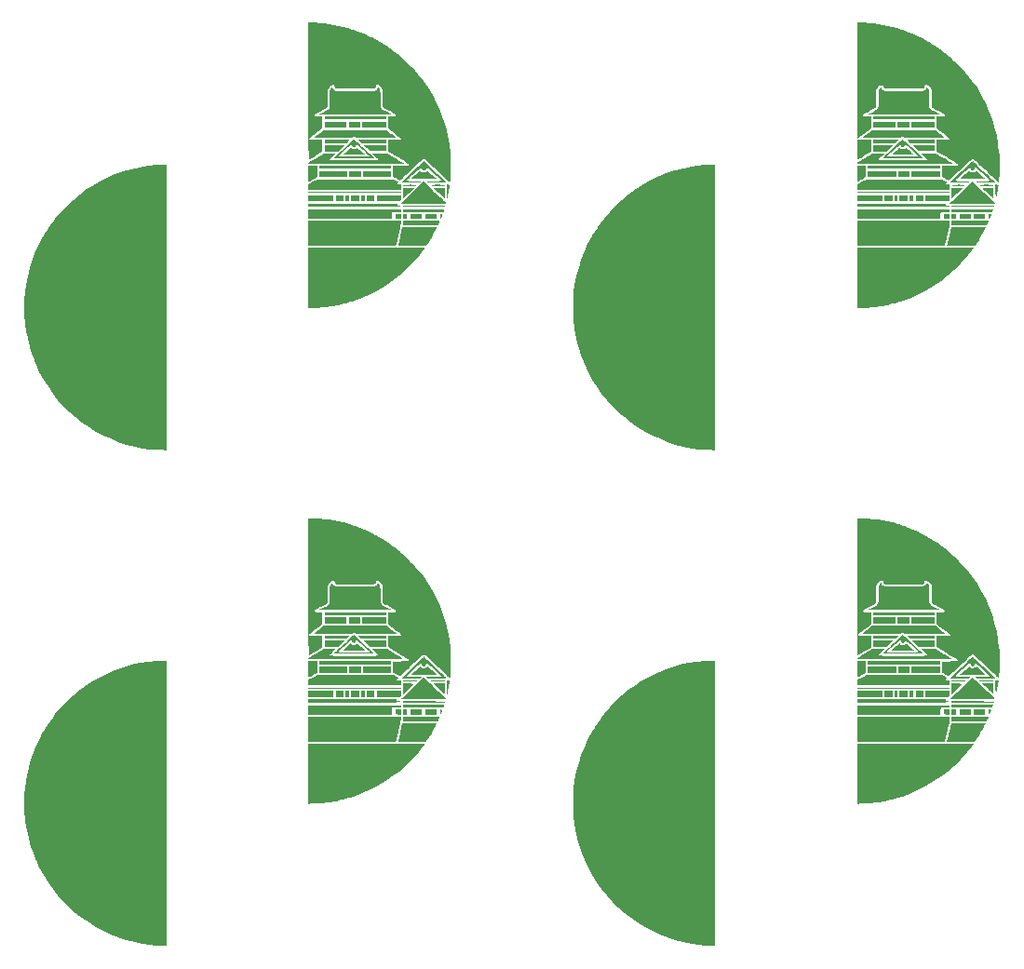
<source format=gbo>
%TF.GenerationSoftware,KiCad,Pcbnew,6.0.2+dfsg-1*%
%TF.CreationDate,2023-03-24T00:20:45+09:00*%
%TF.ProjectId,pcb-panel,7063622d-7061-46e6-956c-2e6b69636164,rev?*%
%TF.SameCoordinates,Original*%
%TF.FileFunction,Legend,Bot*%
%TF.FilePolarity,Positive*%
%FSLAX46Y46*%
G04 Gerber Fmt 4.6, Leading zero omitted, Abs format (unit mm)*
G04 Created by KiCad (PCBNEW 6.0.2+dfsg-1) date 2023-03-24 00:20:45*
%MOMM*%
%LPD*%
G01*
G04 APERTURE LIST*
G04 APERTURE END LIST*
G36*
X101764102Y-73574382D02*
G01*
X101567894Y-73574057D01*
X101518010Y-73573992D01*
X101408601Y-73572268D01*
X101336304Y-73563724D01*
X101293442Y-73542577D01*
X101272334Y-73503042D01*
X101265301Y-73439335D01*
X101264663Y-73345671D01*
X101264663Y-73146292D01*
X101764102Y-73146292D01*
X101764102Y-73574382D01*
G37*
G36*
X100884139Y-69027253D02*
G01*
X94343877Y-69027253D01*
X94343877Y-68746479D01*
X100884139Y-68746479D01*
X100884139Y-69027253D01*
G37*
G36*
X100408484Y-66677378D02*
G01*
X98189095Y-66677378D01*
X98051959Y-66546573D01*
X97914824Y-66415767D01*
X100408484Y-66415767D01*
X100408484Y-66677378D01*
G37*
G36*
X101764102Y-72956030D02*
G01*
X101389523Y-72956394D01*
X101314598Y-72956913D01*
X101191177Y-72959828D01*
X101088101Y-72964862D01*
X101014441Y-72971510D01*
X100979270Y-72979265D01*
X100972179Y-72985353D01*
X100957834Y-73014825D01*
X100947641Y-73070318D01*
X100940587Y-73159010D01*
X100935658Y-73288077D01*
X100927721Y-73574382D01*
X93368783Y-73574382D01*
X93368783Y-72765767D01*
X101764102Y-72765767D01*
X101764102Y-72956030D01*
G37*
G36*
X103881017Y-68317965D02*
G01*
X103919760Y-68353574D01*
X103987979Y-68416994D01*
X104082512Y-68505265D01*
X104200198Y-68615428D01*
X104337876Y-68744521D01*
X104492384Y-68889585D01*
X104660561Y-69047659D01*
X104839245Y-69215782D01*
X104937943Y-69308684D01*
X105116128Y-69476353D01*
X105284513Y-69634735D01*
X105439552Y-69780500D01*
X105577697Y-69910314D01*
X105695402Y-70020845D01*
X105789121Y-70108761D01*
X105855306Y-70170730D01*
X105890412Y-70203419D01*
X105985544Y-70291072D01*
X105115976Y-70291716D01*
X104246409Y-70292359D01*
X104178053Y-70221011D01*
X104109697Y-70149662D01*
X104739633Y-70149662D01*
X104902823Y-70149471D01*
X105067109Y-70148306D01*
X105192998Y-70145438D01*
X105285572Y-70140145D01*
X105349915Y-70131703D01*
X105391111Y-70119390D01*
X105414243Y-70102484D01*
X105424394Y-70080262D01*
X105426648Y-70052001D01*
X105425760Y-70048853D01*
X105401056Y-70017205D01*
X105346160Y-69960217D01*
X105266055Y-69882321D01*
X105165723Y-69787947D01*
X105050147Y-69681528D01*
X104924308Y-69567495D01*
X104793191Y-69450281D01*
X104661776Y-69334316D01*
X104535047Y-69224034D01*
X104417985Y-69123865D01*
X104315574Y-69038241D01*
X104232796Y-68971594D01*
X104174633Y-68928356D01*
X104146067Y-68912958D01*
X104115854Y-68917687D01*
X104066321Y-68955349D01*
X104047248Y-69020253D01*
X104034398Y-69068006D01*
X103998756Y-69122519D01*
X103982012Y-69138045D01*
X103911911Y-69170505D01*
X103834644Y-69171259D01*
X103763278Y-69144453D01*
X103710877Y-69094231D01*
X103690506Y-69024737D01*
X103685821Y-68988243D01*
X103651291Y-68933533D01*
X103591017Y-68912958D01*
X103587792Y-68913612D01*
X103552477Y-68935004D01*
X103488606Y-68983346D01*
X103401167Y-69054202D01*
X103295152Y-69143135D01*
X103175550Y-69245710D01*
X103047351Y-69357490D01*
X102915546Y-69474039D01*
X102785125Y-69590921D01*
X102661078Y-69703700D01*
X102548395Y-69807939D01*
X102452066Y-69899203D01*
X102377081Y-69973055D01*
X102328431Y-70025060D01*
X102311105Y-70050781D01*
X102312523Y-70075048D01*
X102320815Y-70098500D01*
X102341097Y-70116456D01*
X102378449Y-70129646D01*
X102437956Y-70138799D01*
X102524698Y-70144647D01*
X102643758Y-70147920D01*
X102800218Y-70149349D01*
X102999159Y-70149662D01*
X103630134Y-70149662D01*
X103558484Y-70221313D01*
X103486833Y-70292963D01*
X102625248Y-70286716D01*
X101763663Y-70280468D01*
X102813402Y-69293483D01*
X102821222Y-69286130D01*
X103008250Y-69110527D01*
X103184769Y-68945228D01*
X103347768Y-68793025D01*
X103494234Y-68656709D01*
X103621157Y-68539072D01*
X103725524Y-68442906D01*
X103804323Y-68371003D01*
X103854544Y-68326153D01*
X103873175Y-68311148D01*
X103881017Y-68317965D01*
G37*
G36*
X102820694Y-70482707D02*
G01*
X102968113Y-70483212D01*
X103078155Y-70484513D01*
X103155701Y-70486988D01*
X103205628Y-70491014D01*
X103232817Y-70496970D01*
X103242146Y-70505232D01*
X103238495Y-70516178D01*
X103226742Y-70530187D01*
X103221662Y-70535588D01*
X103205265Y-70548889D01*
X103181821Y-70559058D01*
X103145542Y-70566514D01*
X103090640Y-70571676D01*
X103011326Y-70574963D01*
X102901812Y-70576792D01*
X102756309Y-70577582D01*
X102569030Y-70577752D01*
X102456216Y-70577723D01*
X102294528Y-70577356D01*
X102171904Y-70576232D01*
X102082950Y-70573932D01*
X102022270Y-70570039D01*
X101984467Y-70564136D01*
X101964146Y-70555804D01*
X101955910Y-70544627D01*
X101954364Y-70530187D01*
X101955442Y-70517606D01*
X101962342Y-70506325D01*
X101980288Y-70497772D01*
X102014496Y-70491571D01*
X102070184Y-70487343D01*
X102152569Y-70484711D01*
X102266868Y-70483299D01*
X102418298Y-70482728D01*
X102612076Y-70482621D01*
X102631020Y-70482621D01*
X102820694Y-70482707D01*
G37*
G36*
X103962956Y-70288298D02*
G01*
X103996778Y-70320250D01*
X104062660Y-70382285D01*
X104155669Y-70469759D01*
X104271917Y-70579016D01*
X104407516Y-70706404D01*
X104558578Y-70848269D01*
X104721214Y-71000958D01*
X104891536Y-71160817D01*
X105054997Y-71314314D01*
X105216552Y-71466224D01*
X105366095Y-71607042D01*
X105499842Y-71733195D01*
X105614012Y-71841112D01*
X105704822Y-71927221D01*
X105768488Y-71987951D01*
X105801227Y-72019729D01*
X105850189Y-72076072D01*
X105877659Y-72135638D01*
X105862666Y-72179126D01*
X105846950Y-72180970D01*
X105787043Y-72183272D01*
X105685709Y-72185445D01*
X105546416Y-72187463D01*
X105372631Y-72189297D01*
X105167821Y-72190923D01*
X104935455Y-72192313D01*
X104678998Y-72193440D01*
X104401920Y-72194278D01*
X104107688Y-72194801D01*
X103799769Y-72194981D01*
X101752727Y-72194981D01*
X101883274Y-72066067D01*
X101894645Y-72054948D01*
X101948591Y-72003093D01*
X102032077Y-71923582D01*
X102141298Y-71820008D01*
X102272450Y-71695969D01*
X102421729Y-71555057D01*
X102585333Y-71400869D01*
X102759457Y-71236999D01*
X102940297Y-71067042D01*
X103866773Y-70196930D01*
X103962956Y-70288298D01*
G37*
G36*
X104903881Y-74643701D02*
G01*
X104886588Y-74677907D01*
X104789511Y-74862292D01*
X104676311Y-75067293D01*
X104554355Y-75280220D01*
X104431007Y-75488387D01*
X104313632Y-75679107D01*
X104209597Y-75839691D01*
X104069804Y-76047790D01*
X102798039Y-76047790D01*
X102616573Y-76047711D01*
X102354436Y-76047209D01*
X102134842Y-76046179D01*
X101954669Y-76044548D01*
X101810794Y-76042244D01*
X101700095Y-76039193D01*
X101619450Y-76035322D01*
X101565736Y-76030558D01*
X101535830Y-76024829D01*
X101526611Y-76018061D01*
X101530618Y-75995988D01*
X101544758Y-75931815D01*
X101567862Y-75831580D01*
X101598637Y-75700768D01*
X101635790Y-75544864D01*
X101678031Y-75369352D01*
X101724068Y-75179719D01*
X101921188Y-74371104D01*
X103483925Y-74364988D01*
X105046662Y-74358871D01*
X104903881Y-74643701D01*
G37*
G36*
X98125338Y-69769138D02*
G01*
X97102678Y-69769138D01*
X97102678Y-69222134D01*
X98125338Y-69222134D01*
X98125338Y-69769138D01*
G37*
G36*
X101270052Y-68071899D02*
G01*
X101301768Y-68090908D01*
X101473588Y-68194146D01*
X101631117Y-68289218D01*
X101769930Y-68373423D01*
X101885601Y-68444060D01*
X101973702Y-68498429D01*
X102029809Y-68533827D01*
X102049495Y-68547554D01*
X102038002Y-68548185D01*
X101982755Y-68549067D01*
X101883946Y-68549919D01*
X101743932Y-68550738D01*
X101565069Y-68551518D01*
X101349715Y-68552255D01*
X101100226Y-68552945D01*
X100818958Y-68553581D01*
X100508268Y-68554161D01*
X100170511Y-68554678D01*
X99808046Y-68555128D01*
X99423228Y-68555508D01*
X99018414Y-68555811D01*
X98595960Y-68556033D01*
X98158223Y-68556170D01*
X97707559Y-68556217D01*
X93365624Y-68556217D01*
X93373149Y-68492041D01*
X93377050Y-68476520D01*
X93390119Y-68455191D01*
X93416069Y-68429374D01*
X93458975Y-68396362D01*
X93522908Y-68353450D01*
X93611942Y-68297930D01*
X93730150Y-68227094D01*
X93881603Y-68138238D01*
X94070375Y-68028653D01*
X94760075Y-67629440D01*
X95806517Y-67629932D01*
X95550852Y-67873213D01*
X95509863Y-67912693D01*
X95425142Y-67997614D01*
X95357033Y-68070489D01*
X95311671Y-68124599D01*
X95295188Y-68153228D01*
X95295339Y-68167102D01*
X95297544Y-68181299D01*
X95304642Y-68193707D01*
X95319478Y-68204447D01*
X95344897Y-68213638D01*
X95383743Y-68221402D01*
X95438862Y-68227860D01*
X95513099Y-68233130D01*
X95609298Y-68237334D01*
X95730304Y-68240593D01*
X95878961Y-68243026D01*
X96058116Y-68244755D01*
X96270611Y-68245899D01*
X96519293Y-68246579D01*
X96807006Y-68246916D01*
X97136596Y-68247030D01*
X97510905Y-68247041D01*
X97558388Y-68247041D01*
X97922101Y-68247011D01*
X98241517Y-68246889D01*
X98519551Y-68246612D01*
X98759117Y-68246120D01*
X98963129Y-68245351D01*
X99134502Y-68244243D01*
X99276149Y-68242735D01*
X99390984Y-68240766D01*
X99481923Y-68238275D01*
X99551879Y-68235199D01*
X99603766Y-68231477D01*
X99640498Y-68227049D01*
X99664990Y-68221852D01*
X99680155Y-68215826D01*
X99688908Y-68208909D01*
X99694164Y-68201039D01*
X99708685Y-68170700D01*
X99718783Y-68138490D01*
X99713247Y-68129813D01*
X99679765Y-68092341D01*
X99621025Y-68031594D01*
X99542891Y-67953580D01*
X99451227Y-67864308D01*
X99183671Y-67606672D01*
X100490609Y-67604906D01*
X101270052Y-68071899D01*
G37*
G36*
X98482079Y-72004719D02*
G01*
X98149120Y-72004719D01*
X98149120Y-71433932D01*
X98482079Y-71433932D01*
X98482079Y-72004719D01*
G37*
G36*
X94022746Y-55745175D02*
G01*
X94426444Y-55771112D01*
X94852269Y-55813559D01*
X95289108Y-55870871D01*
X95725846Y-55941408D01*
X96151368Y-56023527D01*
X96554560Y-56115586D01*
X96924308Y-56215942D01*
X97026174Y-56247038D01*
X97173044Y-56293647D01*
X97335454Y-56346667D01*
X97504705Y-56403134D01*
X97672098Y-56460084D01*
X97828935Y-56514551D01*
X97966517Y-56563570D01*
X98076145Y-56604176D01*
X98149120Y-56633405D01*
X98157282Y-56636951D01*
X98226016Y-56666083D01*
X98279926Y-56687857D01*
X98322356Y-56704643D01*
X98386948Y-56731389D01*
X98399061Y-56736555D01*
X98466250Y-56765207D01*
X98541536Y-56797312D01*
X98555594Y-56803428D01*
X98632408Y-56838737D01*
X98739357Y-56889769D01*
X98868334Y-56952479D01*
X99011231Y-57022823D01*
X99159939Y-57096756D01*
X99306353Y-57170232D01*
X99442362Y-57239208D01*
X99559860Y-57299638D01*
X99650740Y-57347477D01*
X99706892Y-57378682D01*
X99755647Y-57407395D01*
X99835569Y-57453111D01*
X99897154Y-57486760D01*
X99919506Y-57498459D01*
X99969001Y-57525310D01*
X100019372Y-57554664D01*
X100080309Y-57592468D01*
X100161503Y-57644671D01*
X100272644Y-57717219D01*
X100338857Y-57760145D01*
X100415589Y-57808628D01*
X100470424Y-57841724D01*
X100494498Y-57853970D01*
X100499791Y-57855678D01*
X100538296Y-57878816D01*
X100606988Y-57925826D01*
X100700461Y-57992647D01*
X100813312Y-58075221D01*
X100940137Y-58169489D01*
X101075532Y-58271391D01*
X101214093Y-58376870D01*
X101350416Y-58481865D01*
X101479097Y-58582318D01*
X101594732Y-58674170D01*
X101691916Y-58753362D01*
X101751724Y-58804207D01*
X101888032Y-58926067D01*
X102046397Y-59073730D01*
X102220479Y-59240817D01*
X102403940Y-59420949D01*
X102590441Y-59607747D01*
X102773642Y-59794834D01*
X102947206Y-59975829D01*
X103104793Y-60144355D01*
X103240063Y-60294033D01*
X103346679Y-60418485D01*
X103816039Y-61022718D01*
X104264070Y-61673350D01*
X104668823Y-62343700D01*
X105030263Y-63033682D01*
X105348355Y-63743213D01*
X105623064Y-64472207D01*
X105854356Y-65220580D01*
X106042195Y-65988246D01*
X106186548Y-66775122D01*
X106287378Y-67581123D01*
X106289752Y-67606821D01*
X106300279Y-67757312D01*
X106308327Y-67936926D01*
X106313988Y-68139764D01*
X106317358Y-68359928D01*
X106318528Y-68591522D01*
X106317593Y-68828647D01*
X106314647Y-69065406D01*
X106309783Y-69295900D01*
X106303094Y-69514233D01*
X106294674Y-69714505D01*
X106284617Y-69890820D01*
X106273016Y-70037279D01*
X106259964Y-70147985D01*
X106245556Y-70217040D01*
X106241768Y-70225689D01*
X106220991Y-70231851D01*
X106178376Y-70205149D01*
X106175589Y-70202886D01*
X106141971Y-70172927D01*
X106077522Y-70113796D01*
X105985350Y-70028397D01*
X105868565Y-69919633D01*
X105730275Y-69790410D01*
X105573590Y-69643631D01*
X105401618Y-69482201D01*
X105217469Y-69309023D01*
X105024250Y-69127003D01*
X105014581Y-69117887D01*
X104780722Y-68897829D01*
X104578914Y-68708869D01*
X104407067Y-68549136D01*
X104263092Y-68416764D01*
X104144901Y-68309883D01*
X104050403Y-68226626D01*
X103977510Y-68165122D01*
X103924133Y-68123505D01*
X103888182Y-68099904D01*
X103867569Y-68092453D01*
X103852369Y-68097026D01*
X103819435Y-68117175D01*
X103769355Y-68155139D01*
X103699992Y-68212819D01*
X103609213Y-68292117D01*
X103494880Y-68394935D01*
X103354860Y-68523175D01*
X103187016Y-68678737D01*
X102989214Y-68863524D01*
X102759318Y-69079438D01*
X102753663Y-69084759D01*
X102566340Y-69260873D01*
X102389290Y-69427031D01*
X102225554Y-69580397D01*
X102078173Y-69718139D01*
X101950189Y-69837420D01*
X101844643Y-69935405D01*
X101764577Y-70009261D01*
X101713033Y-70056152D01*
X101693051Y-70073243D01*
X101692692Y-70073343D01*
X101664824Y-70063908D01*
X101604821Y-70035061D01*
X101521260Y-69991142D01*
X101422723Y-69936492D01*
X101320890Y-69880812D01*
X101230172Y-69835128D01*
X101160622Y-69804259D01*
X101122117Y-69792921D01*
X101108219Y-69791684D01*
X101096045Y-69783830D01*
X101087207Y-69763502D01*
X101081174Y-69724851D01*
X101077410Y-69662029D01*
X101075383Y-69569186D01*
X101074558Y-69440476D01*
X101074401Y-69270049D01*
X101074401Y-68747176D01*
X102513259Y-68734588D01*
X102513259Y-68664404D01*
X102513146Y-68658948D01*
X102510262Y-68641772D01*
X102500885Y-68623382D01*
X102481574Y-68601470D01*
X102448892Y-68573726D01*
X102399397Y-68537841D01*
X102329652Y-68491506D01*
X102236216Y-68432413D01*
X102115650Y-68358251D01*
X101964514Y-68266713D01*
X101779370Y-68155489D01*
X101556778Y-68022269D01*
X100600297Y-67450318D01*
X100599522Y-66933043D01*
X100598746Y-66415767D01*
X101176667Y-66415767D01*
X101247626Y-66415777D01*
X101437180Y-66415164D01*
X101587681Y-66411575D01*
X101699252Y-66402423D01*
X101772018Y-66385120D01*
X101806102Y-66357079D01*
X101801627Y-66315711D01*
X101758718Y-66258431D01*
X101677498Y-66182649D01*
X101558090Y-66085779D01*
X101400618Y-65965233D01*
X101205206Y-65818423D01*
X100598746Y-65363441D01*
X100598746Y-64275318D01*
X100916127Y-64275318D01*
X101009822Y-64275067D01*
X101112231Y-64273253D01*
X101181573Y-64268693D01*
X101226450Y-64260236D01*
X101255461Y-64246732D01*
X101277207Y-64227032D01*
X101281510Y-64222166D01*
X101307778Y-64173144D01*
X101298711Y-64114064D01*
X101286576Y-64091612D01*
X101260665Y-64065092D01*
X101216495Y-64032830D01*
X101149147Y-63991843D01*
X101053705Y-63939150D01*
X100925250Y-63871768D01*
X100758865Y-63786715D01*
X100660542Y-63736357D01*
X100520461Y-63662939D01*
X100396571Y-63596039D01*
X100295476Y-63539311D01*
X100223783Y-63496409D01*
X100188097Y-63470986D01*
X100174932Y-63456965D01*
X100163114Y-63439360D01*
X100153705Y-63414568D01*
X100146321Y-63377543D01*
X100140580Y-63323237D01*
X100136097Y-63246603D01*
X100132488Y-63142596D01*
X100129370Y-63006168D01*
X100126359Y-62832273D01*
X100123071Y-62615863D01*
X100111161Y-61813801D01*
X100034938Y-61694887D01*
X99956571Y-61590367D01*
X99843575Y-61486229D01*
X99722975Y-61420498D01*
X99601233Y-61397603D01*
X99585010Y-61398101D01*
X99526700Y-61415562D01*
X99492727Y-61463662D01*
X99476782Y-61550130D01*
X99475974Y-61558737D01*
X99454345Y-61636005D01*
X99401929Y-61692525D01*
X99394672Y-61697813D01*
X99380480Y-61706644D01*
X99362546Y-61714250D01*
X99337497Y-61720736D01*
X99301964Y-61726210D01*
X99252575Y-61730779D01*
X99185960Y-61734551D01*
X99098747Y-61737632D01*
X98987565Y-61740130D01*
X98849044Y-61742151D01*
X98679812Y-61743802D01*
X98476499Y-61745191D01*
X98235733Y-61746425D01*
X97954144Y-61747611D01*
X97628361Y-61748855D01*
X95921929Y-61755257D01*
X95840440Y-61700524D01*
X95803495Y-61672869D01*
X95765655Y-61622849D01*
X95751234Y-61551727D01*
X95748737Y-61526835D01*
X95729383Y-61449844D01*
X95690829Y-61409364D01*
X95626783Y-61397603D01*
X95591014Y-61399787D01*
X95472091Y-61434766D01*
X95355767Y-61506901D01*
X95251726Y-61609063D01*
X95169649Y-61734125D01*
X95104926Y-61862049D01*
X95104926Y-62625495D01*
X95104906Y-62738641D01*
X95104631Y-62927308D01*
X95103775Y-63076361D01*
X95102019Y-63191065D01*
X95099043Y-63276686D01*
X95094526Y-63338490D01*
X95088148Y-63381743D01*
X95079590Y-63411710D01*
X95068532Y-63433658D01*
X95054654Y-63452851D01*
X95020002Y-63482556D01*
X94943089Y-63532168D01*
X94828889Y-63597479D01*
X94680671Y-63676628D01*
X94501704Y-63767752D01*
X94415807Y-63810874D01*
X94278093Y-63881024D01*
X94156841Y-63944036D01*
X94058608Y-63996444D01*
X93989945Y-64034782D01*
X93957407Y-64055585D01*
X93924366Y-64105708D01*
X93920038Y-64175492D01*
X93953160Y-64237945D01*
X93974768Y-64252458D01*
X94014475Y-64263681D01*
X94078381Y-64270689D01*
X94174264Y-64274297D01*
X94309901Y-64275318D01*
X94629270Y-64275318D01*
X94629270Y-65361772D01*
X94028755Y-65811476D01*
X93954323Y-65867498D01*
X93812264Y-65976076D01*
X93685211Y-66075351D01*
X93577828Y-66161550D01*
X93494778Y-66230898D01*
X93440724Y-66279620D01*
X93420331Y-66303942D01*
X93417409Y-66322874D01*
X93418203Y-66351956D01*
X93431282Y-66374256D01*
X93461685Y-66390670D01*
X93514451Y-66402092D01*
X93594621Y-66409418D01*
X93707235Y-66413542D01*
X93857331Y-66415360D01*
X94049951Y-66415767D01*
X94630163Y-66415767D01*
X94623771Y-66953747D01*
X94617379Y-67491726D01*
X94010918Y-67844579D01*
X93964394Y-67871620D01*
X93813647Y-67958850D01*
X93677673Y-68036949D01*
X93561727Y-68102938D01*
X93471066Y-68153838D01*
X93410945Y-68186669D01*
X93386620Y-68198454D01*
X93385367Y-68183200D01*
X93383847Y-68122872D01*
X93382367Y-68018532D01*
X93380933Y-67872148D01*
X93379551Y-67685686D01*
X93378227Y-67461113D01*
X93376965Y-67200395D01*
X93375772Y-66905500D01*
X93374653Y-66578393D01*
X93373613Y-66221042D01*
X93372660Y-65835414D01*
X93371797Y-65423474D01*
X93371031Y-64987190D01*
X93370368Y-64528528D01*
X93369812Y-64049456D01*
X93369371Y-63551939D01*
X93369048Y-63037944D01*
X93368850Y-62509439D01*
X93368783Y-61968389D01*
X93368783Y-55737303D01*
X93685097Y-55737303D01*
X94022746Y-55745175D01*
G37*
G36*
X105271050Y-70482684D02*
G01*
X105428551Y-70483146D01*
X105547971Y-70484397D01*
X105634574Y-70486825D01*
X105693625Y-70490817D01*
X105730390Y-70496762D01*
X105750131Y-70505047D01*
X105758116Y-70516059D01*
X105759607Y-70530187D01*
X105759345Y-70537728D01*
X105755158Y-70550620D01*
X105741547Y-70560398D01*
X105713062Y-70567492D01*
X105664255Y-70572332D01*
X105589677Y-70575349D01*
X105483880Y-70576971D01*
X105341415Y-70577629D01*
X105156833Y-70577752D01*
X105105318Y-70577744D01*
X104931230Y-70577445D01*
X104797363Y-70576395D01*
X104697862Y-70574163D01*
X104626876Y-70570318D01*
X104578551Y-70564429D01*
X104547034Y-70556065D01*
X104526472Y-70544795D01*
X104511012Y-70530187D01*
X104510934Y-70530101D01*
X104499119Y-70515997D01*
X104495529Y-70505006D01*
X104505083Y-70496739D01*
X104532696Y-70490808D01*
X104583288Y-70486826D01*
X104661776Y-70484404D01*
X104773076Y-70483155D01*
X104922107Y-70482690D01*
X105113786Y-70482621D01*
X105271050Y-70482684D01*
G37*
G36*
X97958858Y-72004719D02*
G01*
X97221592Y-72004719D01*
X97221592Y-71433932D01*
X97958858Y-71433932D01*
X97958858Y-72004719D01*
G37*
G36*
X96959982Y-66546573D02*
G01*
X96830801Y-66677378D01*
X94819532Y-66677378D01*
X94819532Y-66415767D01*
X97089162Y-66415767D01*
X96959982Y-66546573D01*
G37*
G36*
X94153615Y-69788486D02*
G01*
X93779036Y-69991800D01*
X93669552Y-70050853D01*
X93560797Y-70108684D01*
X93472714Y-70154615D01*
X93412317Y-70184995D01*
X93386620Y-70196171D01*
X93384728Y-70192202D01*
X93380447Y-70151479D01*
X93376626Y-70071350D01*
X93373407Y-69957569D01*
X93370933Y-69815890D01*
X93369344Y-69652067D01*
X93368783Y-69471853D01*
X93368783Y-68746479D01*
X94153615Y-68746479D01*
X94153615Y-69788486D01*
G37*
G36*
X103842079Y-73764733D02*
G01*
X104109236Y-73765111D01*
X104359165Y-73765763D01*
X104588073Y-73766663D01*
X104792169Y-73767786D01*
X104967660Y-73769107D01*
X105110754Y-73770600D01*
X105217660Y-73772239D01*
X105284584Y-73774000D01*
X105307735Y-73775857D01*
X105300358Y-73797632D01*
X105278106Y-73851577D01*
X105246176Y-73924499D01*
X105217090Y-73990085D01*
X105184460Y-74065263D01*
X105163525Y-74115440D01*
X105142432Y-74168951D01*
X101954364Y-74168951D01*
X101954364Y-73764644D01*
X103631049Y-73764644D01*
X103842079Y-73764733D01*
G37*
G36*
X104154349Y-72694499D02*
G01*
X104462224Y-72694804D01*
X104728023Y-72695384D01*
X104954619Y-72696292D01*
X105144890Y-72697578D01*
X105301711Y-72699294D01*
X105427956Y-72701490D01*
X105526503Y-72704217D01*
X105600225Y-72707528D01*
X105652000Y-72711472D01*
X105684702Y-72716101D01*
X105701207Y-72721466D01*
X105704391Y-72727618D01*
X105700962Y-72737056D01*
X105683682Y-72789510D01*
X105662408Y-72858423D01*
X105633164Y-72956030D01*
X101954364Y-72956030D01*
X101954364Y-72694419D01*
X103835747Y-72694419D01*
X104154349Y-72694499D01*
G37*
G36*
X103986993Y-72385270D02*
G01*
X104279026Y-72385559D01*
X104555763Y-72386143D01*
X104813618Y-72386999D01*
X105049005Y-72388102D01*
X105258340Y-72389426D01*
X105438036Y-72390948D01*
X105584509Y-72392642D01*
X105694173Y-72394484D01*
X105763442Y-72396449D01*
X105788731Y-72398512D01*
X105794096Y-72414098D01*
X105789921Y-72457968D01*
X105789416Y-72459799D01*
X105785678Y-72467933D01*
X105777507Y-72475006D01*
X105761823Y-72481094D01*
X105735545Y-72486269D01*
X105695591Y-72490606D01*
X105638881Y-72494180D01*
X105562333Y-72497063D01*
X105462868Y-72499329D01*
X105337403Y-72501054D01*
X105182859Y-72502310D01*
X104996153Y-72503172D01*
X104774206Y-72503714D01*
X104513935Y-72504009D01*
X104212262Y-72504132D01*
X103866103Y-72504157D01*
X101954364Y-72504157D01*
X101954364Y-72385243D01*
X103864913Y-72385243D01*
X103986993Y-72385270D01*
G37*
G36*
X100408484Y-64536928D02*
G01*
X94819532Y-64536928D01*
X94819532Y-64275318D01*
X100408484Y-64275318D01*
X100408484Y-64536928D01*
G37*
G36*
X101315610Y-70093863D02*
G01*
X101366562Y-70122327D01*
X101444774Y-70166437D01*
X101500646Y-70198502D01*
X101524540Y-70213025D01*
X101525276Y-70216124D01*
X101509103Y-70243860D01*
X101471029Y-70287963D01*
X101425210Y-70345332D01*
X101406339Y-70404648D01*
X101431803Y-70447634D01*
X101501236Y-70473791D01*
X101614270Y-70482621D01*
X101764102Y-70482621D01*
X101764102Y-70934494D01*
X93368783Y-70934494D01*
X93369631Y-70423164D01*
X93782085Y-70203174D01*
X94194538Y-69983183D01*
X101116837Y-69983183D01*
X101315610Y-70093863D01*
G37*
G36*
X101764102Y-71243670D02*
G01*
X93368783Y-71243670D01*
X93368783Y-71124756D01*
X101764102Y-71124756D01*
X101764102Y-71243670D01*
G37*
G36*
X105470514Y-73147313D02*
G01*
X105524302Y-73155276D01*
X105545562Y-73168554D01*
X105544314Y-73175783D01*
X105530448Y-73220525D01*
X105504481Y-73293341D01*
X105470493Y-73382598D01*
X105429188Y-73481142D01*
X105391866Y-73550172D01*
X105364248Y-73572737D01*
X105345524Y-73548705D01*
X105334884Y-73477948D01*
X105331517Y-73360337D01*
X105331517Y-73146292D01*
X105438540Y-73146292D01*
X105470514Y-73147313D01*
G37*
G36*
X97707245Y-72194982D02*
G01*
X98195029Y-72194997D01*
X98638516Y-72195052D01*
X99039797Y-72195171D01*
X99400963Y-72195379D01*
X99724104Y-72195701D01*
X100011311Y-72196161D01*
X100264675Y-72196785D01*
X100486286Y-72197597D01*
X100678235Y-72198622D01*
X100842612Y-72199885D01*
X100981509Y-72201411D01*
X101097016Y-72203224D01*
X101191223Y-72205349D01*
X101266221Y-72207812D01*
X101324102Y-72210636D01*
X101366954Y-72213848D01*
X101396870Y-72217471D01*
X101415940Y-72221530D01*
X101426255Y-72226051D01*
X101429905Y-72231058D01*
X101428980Y-72236575D01*
X101425572Y-72242629D01*
X101424633Y-72244146D01*
X101405592Y-72300703D01*
X101428658Y-72341633D01*
X101495066Y-72367879D01*
X101606051Y-72380384D01*
X101682886Y-72385018D01*
X101734849Y-72393461D01*
X101758499Y-72408595D01*
X101764102Y-72433895D01*
X101763805Y-72438254D01*
X101761422Y-72443678D01*
X101754873Y-72448615D01*
X101742091Y-72453089D01*
X101721011Y-72457121D01*
X101689565Y-72460735D01*
X101645687Y-72463954D01*
X101587310Y-72466800D01*
X101512367Y-72469297D01*
X101418792Y-72471468D01*
X101304517Y-72473335D01*
X101167477Y-72474920D01*
X101005605Y-72476248D01*
X100816834Y-72477341D01*
X100599097Y-72478222D01*
X100350328Y-72478913D01*
X100068460Y-72479438D01*
X99751427Y-72479819D01*
X99397161Y-72480080D01*
X99003596Y-72480243D01*
X98568666Y-72480331D01*
X98090304Y-72480367D01*
X97566442Y-72480374D01*
X93368783Y-72480374D01*
X93368783Y-72194981D01*
X97412056Y-72194981D01*
X97707245Y-72194982D01*
G37*
G36*
X103666723Y-73574382D02*
G01*
X102667847Y-73574382D01*
X102667847Y-73146292D01*
X103666723Y-73146292D01*
X103666723Y-73574382D01*
G37*
G36*
X96555675Y-72004719D02*
G01*
X95842191Y-72004719D01*
X95842191Y-71433932D01*
X96555675Y-71433932D01*
X96555675Y-72004719D01*
G37*
G36*
X103595375Y-69251726D02*
G01*
X103677458Y-69320509D01*
X103789929Y-69364652D01*
X103910198Y-69369651D01*
X104027634Y-69335314D01*
X104131605Y-69261448D01*
X104206943Y-69186109D01*
X104537348Y-69480665D01*
X104631890Y-69564911D01*
X104741911Y-69662857D01*
X104840687Y-69750697D01*
X104920137Y-69821244D01*
X104972178Y-69867311D01*
X105076604Y-69959400D01*
X103866280Y-69958545D01*
X102655955Y-69957690D01*
X102718612Y-69905034D01*
X102724665Y-69899895D01*
X102769016Y-69861453D01*
X102840965Y-69798462D01*
X102934132Y-69716531D01*
X103042135Y-69621269D01*
X103158593Y-69518284D01*
X103535918Y-69184191D01*
X103595375Y-69251726D01*
G37*
G36*
X99708701Y-61620892D02*
G01*
X99747646Y-61653412D01*
X99794933Y-61699803D01*
X99839297Y-61749020D01*
X99869472Y-61790018D01*
X99877051Y-61817656D01*
X99885363Y-61890055D01*
X99892669Y-62005893D01*
X99899019Y-62166202D01*
X99904462Y-62372010D01*
X99909045Y-62624346D01*
X99920937Y-63411109D01*
X99992703Y-63528092D01*
X100001145Y-63541685D01*
X100027648Y-63580308D01*
X100057937Y-63614173D01*
X100098468Y-63647626D01*
X100155698Y-63685012D01*
X100236083Y-63730675D01*
X100346079Y-63788961D01*
X100492141Y-63864215D01*
X100919813Y-64083355D01*
X94308203Y-64082537D01*
X94700618Y-63884430D01*
X94815402Y-63825086D01*
X94936984Y-63759071D01*
X95040801Y-63699361D01*
X95118510Y-63650776D01*
X95161766Y-63618133D01*
X95161968Y-63617933D01*
X95197150Y-63581517D01*
X95225524Y-63545757D01*
X95247822Y-63505296D01*
X95264775Y-63454776D01*
X95277114Y-63388839D01*
X95285570Y-63302126D01*
X95290875Y-63189280D01*
X95293758Y-63044942D01*
X95294952Y-62863756D01*
X95295188Y-62640362D01*
X95295154Y-62524597D01*
X95295241Y-62333114D01*
X95296278Y-62180651D01*
X95299160Y-62061567D01*
X95304781Y-61970224D01*
X95314037Y-61900982D01*
X95327821Y-61848204D01*
X95347030Y-61806250D01*
X95372556Y-61769481D01*
X95405296Y-61732258D01*
X95446144Y-61688942D01*
X95477721Y-61656571D01*
X95524128Y-61619110D01*
X95549250Y-61619290D01*
X95556798Y-61656006D01*
X95563172Y-61690802D01*
X95605793Y-61760589D01*
X95681203Y-61829235D01*
X95780859Y-61887897D01*
X95901648Y-61944142D01*
X97617238Y-61944374D01*
X99332827Y-61944606D01*
X99460403Y-61878216D01*
X99505832Y-61852751D01*
X99584018Y-61791795D01*
X99635544Y-61717682D01*
X99648789Y-61691546D01*
X99675726Y-61638979D01*
X99689303Y-61613381D01*
X99689364Y-61613287D01*
X99708701Y-61620892D01*
G37*
G36*
X103891791Y-76303455D02*
G01*
X103880469Y-76320385D01*
X103831525Y-76388265D01*
X103760598Y-76482346D01*
X103673725Y-76594958D01*
X103576943Y-76718433D01*
X103476290Y-76845102D01*
X103377803Y-76967297D01*
X103287519Y-77077350D01*
X103211476Y-77167591D01*
X102751988Y-77675040D01*
X102190841Y-78229742D01*
X101600756Y-78746943D01*
X100982705Y-79225987D01*
X100337660Y-79666215D01*
X99666594Y-80066972D01*
X98970478Y-80427599D01*
X98250285Y-80747438D01*
X97506985Y-81025833D01*
X97371981Y-81069924D01*
X97187295Y-81125946D01*
X96981747Y-81184685D01*
X96762713Y-81244304D01*
X96537568Y-81302969D01*
X96313687Y-81358846D01*
X96098448Y-81410100D01*
X95899226Y-81454895D01*
X95723397Y-81491398D01*
X95578337Y-81517773D01*
X95471421Y-81532186D01*
X95432354Y-81536236D01*
X95324169Y-81550324D01*
X95221702Y-81566807D01*
X95157523Y-81578141D01*
X95080078Y-81590131D01*
X94996729Y-81600556D01*
X94893631Y-81611103D01*
X94756941Y-81623459D01*
X94664446Y-81632155D01*
X94572443Y-81641933D01*
X94507222Y-81650100D01*
X94453521Y-81655675D01*
X94364116Y-81662342D01*
X94252044Y-81669188D01*
X94129832Y-81675373D01*
X94117608Y-81675930D01*
X94006040Y-81681351D01*
X93914455Y-81686388D01*
X93852033Y-81690500D01*
X93827955Y-81693146D01*
X93818964Y-81694340D01*
X93771950Y-81696426D01*
X93694127Y-81698306D01*
X93596073Y-81699682D01*
X93368783Y-81701909D01*
X93368783Y-76238052D01*
X103933804Y-76238052D01*
X103891791Y-76303455D01*
G37*
G36*
X99325707Y-68011869D02*
G01*
X99326127Y-68012272D01*
X99333548Y-68020443D01*
X99335660Y-68027547D01*
X99329445Y-68033660D01*
X99311884Y-68038855D01*
X99279960Y-68043208D01*
X99230654Y-68046792D01*
X99160947Y-68049683D01*
X99067821Y-68051955D01*
X98948259Y-68053682D01*
X98799240Y-68054938D01*
X98617748Y-68055800D01*
X98400764Y-68056340D01*
X98145269Y-68056633D01*
X97848245Y-68056755D01*
X97506675Y-68056779D01*
X95640737Y-68056779D01*
X95735519Y-67964887D01*
X95737836Y-67962642D01*
X95835309Y-67868846D01*
X95840564Y-67863838D01*
X96106765Y-67863838D01*
X96125701Y-67899921D01*
X96130780Y-67904679D01*
X96145956Y-67912111D01*
X96172157Y-67918359D01*
X96213036Y-67923524D01*
X96272248Y-67927705D01*
X96353446Y-67931003D01*
X96460285Y-67933518D01*
X96596419Y-67935350D01*
X96765502Y-67936601D01*
X96971188Y-67937370D01*
X97217131Y-67937758D01*
X97506985Y-67937865D01*
X97589879Y-67937857D01*
X97868678Y-67937659D01*
X98104486Y-67937126D01*
X98300907Y-67936164D01*
X98461547Y-67934676D01*
X98590008Y-67932570D01*
X98689894Y-67929749D01*
X98764811Y-67926120D01*
X98818361Y-67921588D01*
X98854150Y-67916057D01*
X98875780Y-67909435D01*
X98886856Y-67901625D01*
X98900724Y-67877628D01*
X98895714Y-67821142D01*
X98891278Y-67814811D01*
X98856551Y-67777945D01*
X98792270Y-67715634D01*
X98703021Y-67632135D01*
X98593391Y-67531709D01*
X98467966Y-67418614D01*
X98331334Y-67297108D01*
X98231133Y-67208772D01*
X98085088Y-67081343D01*
X97968403Y-66982419D01*
X97877362Y-66909828D01*
X97808249Y-66861398D01*
X97757348Y-66834956D01*
X97720942Y-66828333D01*
X97695317Y-66839354D01*
X97676754Y-66865849D01*
X97661539Y-66905646D01*
X97627957Y-66984034D01*
X97575868Y-67040200D01*
X97506985Y-67057902D01*
X97448901Y-67045986D01*
X97394189Y-66996939D01*
X97352432Y-66905646D01*
X97347444Y-66891052D01*
X97330245Y-66854938D01*
X97307486Y-66834020D01*
X97275483Y-66830418D01*
X97230552Y-66846256D01*
X97169009Y-66883657D01*
X97087170Y-66944743D01*
X96981351Y-67031637D01*
X96847869Y-67146461D01*
X96683039Y-67291339D01*
X96653940Y-67317095D01*
X96521338Y-67435472D01*
X96400288Y-67545132D01*
X96295646Y-67641561D01*
X96212269Y-67720247D01*
X96155013Y-67776679D01*
X96128735Y-67806345D01*
X96119052Y-67822775D01*
X96106765Y-67863838D01*
X95840564Y-67863838D01*
X95952485Y-67757179D01*
X96085485Y-67631249D01*
X96230430Y-67494664D01*
X96383441Y-67351029D01*
X96540638Y-67203954D01*
X96698142Y-67057045D01*
X96852074Y-66913909D01*
X96998554Y-66778154D01*
X97133703Y-66653388D01*
X97253642Y-66543217D01*
X97354492Y-66451249D01*
X97432373Y-66381091D01*
X97483407Y-66336351D01*
X97503713Y-66320636D01*
X97514073Y-66328133D01*
X97555892Y-66364235D01*
X97626073Y-66427105D01*
X97720896Y-66513289D01*
X97836637Y-66619332D01*
X97969575Y-66741778D01*
X98115988Y-66877172D01*
X98272153Y-67022060D01*
X98434347Y-67172987D01*
X98598850Y-67326496D01*
X98761939Y-67479134D01*
X98919891Y-67627446D01*
X99068984Y-67767975D01*
X99184760Y-67877628D01*
X99205497Y-67897268D01*
X99325707Y-68011869D01*
G37*
G36*
X97226603Y-67117076D02*
G01*
X97240224Y-67131657D01*
X97280773Y-67174583D01*
X97371237Y-67223867D01*
X97479609Y-67246063D01*
X97591395Y-67238966D01*
X97692101Y-67200374D01*
X97703598Y-67193081D01*
X97755533Y-67152515D01*
X97783561Y-67117926D01*
X97784868Y-67115780D01*
X97806041Y-67118127D01*
X97852180Y-67146648D01*
X97925574Y-67203083D01*
X98028513Y-67289173D01*
X98163286Y-67406659D01*
X98192938Y-67432876D01*
X98300059Y-67528089D01*
X98392576Y-67611092D01*
X98465202Y-67677093D01*
X98512653Y-67721298D01*
X98529645Y-67738915D01*
X98520139Y-67740095D01*
X98469298Y-67741841D01*
X98378830Y-67743431D01*
X98253577Y-67744824D01*
X98098383Y-67745978D01*
X97918090Y-67746853D01*
X97717542Y-67747408D01*
X97501580Y-67747603D01*
X96473516Y-67747603D01*
X96532432Y-67689682D01*
X96556313Y-67667139D01*
X96614870Y-67613617D01*
X96696523Y-67540033D01*
X96793962Y-67452966D01*
X96899876Y-67358994D01*
X96985771Y-67283302D01*
X97074981Y-67206141D01*
X97138265Y-67154547D01*
X97181027Y-67124912D01*
X97208672Y-67113624D01*
X97226603Y-67117076D01*
G37*
G36*
X101764102Y-73987849D02*
G01*
X101764099Y-73991351D01*
X101763010Y-74055043D01*
X101759167Y-74118405D01*
X101751451Y-74187241D01*
X101738742Y-74267356D01*
X101719921Y-74364552D01*
X101693868Y-74484634D01*
X101659464Y-74633407D01*
X101615590Y-74816673D01*
X101561126Y-75040237D01*
X101519048Y-75211955D01*
X101473466Y-75397558D01*
X101431846Y-75566603D01*
X101395652Y-75713160D01*
X101366348Y-75831299D01*
X101345401Y-75915091D01*
X101334273Y-75958604D01*
X101310396Y-76047790D01*
X93368783Y-76047790D01*
X93368783Y-73764644D01*
X101764102Y-73764644D01*
X101764102Y-73987849D01*
G37*
G36*
X98077772Y-65297977D02*
G01*
X97055113Y-65297977D01*
X97055113Y-64727191D01*
X98077772Y-64727191D01*
X98077772Y-65297977D01*
G37*
G36*
X104998558Y-73574382D02*
G01*
X103999682Y-73574382D01*
X103999682Y-73146292D01*
X104998558Y-73146292D01*
X104998558Y-73574382D01*
G37*
G36*
X95651929Y-72004719D02*
G01*
X93368783Y-72004719D01*
X93368783Y-71433932D01*
X95651929Y-71433932D01*
X95651929Y-72004719D01*
G37*
G36*
X100912873Y-65835907D02*
G01*
X100976647Y-65883462D01*
X101098604Y-65974830D01*
X101206141Y-66055950D01*
X101293306Y-66122304D01*
X101354152Y-66169376D01*
X101382728Y-66192649D01*
X101384376Y-66197899D01*
X101373847Y-66203346D01*
X101347125Y-66208050D01*
X101301358Y-66212061D01*
X101233694Y-66215432D01*
X101141281Y-66218213D01*
X101021268Y-66220456D01*
X100870801Y-66222214D01*
X100687029Y-66223536D01*
X100467100Y-66224475D01*
X100208162Y-66225081D01*
X99907362Y-66225408D01*
X99561850Y-66225505D01*
X97706147Y-66225505D01*
X97637791Y-66154157D01*
X97605307Y-66124149D01*
X97530802Y-66087314D01*
X97455582Y-66097368D01*
X97376020Y-66154312D01*
X97302246Y-66225816D01*
X95557433Y-66219715D01*
X93812619Y-66213614D01*
X94747601Y-65512022D01*
X100477842Y-65512022D01*
X100912873Y-65835907D01*
G37*
G36*
X102318612Y-70771954D02*
G01*
X102467059Y-70773467D01*
X102962913Y-70779906D01*
X102464584Y-71249538D01*
X101966255Y-71719171D01*
X101959795Y-71252035D01*
X101959517Y-71231301D01*
X101958111Y-71089320D01*
X101957722Y-70965428D01*
X101958310Y-70866994D01*
X101959839Y-70801383D01*
X101962270Y-70775963D01*
X101965132Y-70775177D01*
X102003175Y-70773051D01*
X102079529Y-70771781D01*
X102187055Y-70771404D01*
X102318612Y-70771954D01*
G37*
G36*
X100884139Y-69792921D02*
G01*
X98315600Y-69792921D01*
X98315600Y-69222134D01*
X100884139Y-69222134D01*
X100884139Y-69792921D01*
G37*
G36*
X80454738Y-94629305D02*
G01*
X79996920Y-94612180D01*
X79850064Y-94606414D01*
X79710138Y-94600403D01*
X79589546Y-94594703D01*
X79497690Y-94589759D01*
X79443970Y-94586016D01*
X79397941Y-94581660D01*
X79303376Y-94572762D01*
X79206143Y-94563657D01*
X79067275Y-94549915D01*
X78306960Y-94446909D01*
X77558542Y-94298836D01*
X76823711Y-94106927D01*
X76104153Y-93872414D01*
X75401558Y-93596531D01*
X74717612Y-93280509D01*
X74054003Y-92925579D01*
X73412419Y-92532975D01*
X72794548Y-92103928D01*
X72202078Y-91639670D01*
X71636696Y-91141434D01*
X71100090Y-90610452D01*
X70593949Y-90047955D01*
X70119959Y-89455176D01*
X69679809Y-88833347D01*
X69275187Y-88183700D01*
X68907780Y-87507468D01*
X68579276Y-86805882D01*
X68554225Y-86747404D01*
X68405960Y-86380584D01*
X68263360Y-85993508D01*
X68129571Y-85596343D01*
X68007737Y-85199258D01*
X67901004Y-84812418D01*
X67812517Y-84445993D01*
X67745420Y-84110149D01*
X67731893Y-84032625D01*
X67707857Y-83894605D01*
X67690053Y-83791546D01*
X67677141Y-83715302D01*
X67667782Y-83657729D01*
X67660635Y-83610682D01*
X67654361Y-83566014D01*
X67647619Y-83515580D01*
X67644015Y-83488786D01*
X67633405Y-83413816D01*
X67625204Y-83360992D01*
X67619604Y-83321481D01*
X67610669Y-83247006D01*
X67601141Y-83158839D01*
X67593131Y-83082852D01*
X67583320Y-82994867D01*
X67575795Y-82932902D01*
X67565041Y-82832027D01*
X67553771Y-82672169D01*
X67544533Y-82478769D01*
X67537376Y-82259502D01*
X67532347Y-82022043D01*
X67529494Y-81774068D01*
X67528864Y-81523251D01*
X67530504Y-81277267D01*
X67534462Y-81043792D01*
X67540785Y-80830500D01*
X67549522Y-80645067D01*
X67560718Y-80495168D01*
X67572424Y-80378321D01*
X67678319Y-79583429D01*
X67828337Y-78804017D01*
X68022115Y-78041244D01*
X68259290Y-77296268D01*
X68539497Y-76570249D01*
X68862375Y-75864346D01*
X69227558Y-75179719D01*
X69261383Y-75121731D01*
X69357929Y-74963111D01*
X69473310Y-74780780D01*
X69601349Y-74583957D01*
X69735869Y-74381863D01*
X69870694Y-74183719D01*
X69999650Y-73998745D01*
X70116558Y-73836160D01*
X70215244Y-73705187D01*
X70335682Y-73553078D01*
X70854100Y-72944243D01*
X71400960Y-72373517D01*
X71976332Y-71840834D01*
X72580284Y-71346130D01*
X73212884Y-70889341D01*
X73666802Y-70595324D01*
X74345639Y-70202535D01*
X75042167Y-69853821D01*
X75755716Y-69549412D01*
X76485621Y-69289538D01*
X77231214Y-69074430D01*
X77991827Y-68904317D01*
X78766795Y-68779431D01*
X79555450Y-68700002D01*
X79562912Y-68699475D01*
X79719242Y-68690002D01*
X79887293Y-68682263D01*
X80047363Y-68677045D01*
X80179747Y-68675131D01*
X80454738Y-68675131D01*
X80454738Y-94629305D01*
G37*
G36*
X96841068Y-65297977D02*
G01*
X94819532Y-65297977D01*
X94819532Y-64727191D01*
X96841068Y-64727191D01*
X96841068Y-65297977D01*
G37*
G36*
X102334888Y-73574382D02*
G01*
X101954364Y-73574382D01*
X101954364Y-73146292D01*
X102334888Y-73146292D01*
X102334888Y-73574382D01*
G37*
G36*
X100408484Y-65297977D02*
G01*
X98268034Y-65297977D01*
X98268034Y-64727191D01*
X100408484Y-64727191D01*
X100408484Y-65297977D01*
G37*
G36*
X101764102Y-71664281D02*
G01*
X101763668Y-71739669D01*
X101760360Y-71824725D01*
X101752061Y-71880624D01*
X101736747Y-71918547D01*
X101712390Y-71949675D01*
X101660679Y-72004719D01*
X99576087Y-72004719D01*
X99576087Y-71433932D01*
X101764102Y-71433932D01*
X101764102Y-71664281D01*
G37*
G36*
X96912416Y-69792921D02*
G01*
X94343877Y-69792921D01*
X94343877Y-69222134D01*
X96912416Y-69222134D01*
X96912416Y-69792921D01*
G37*
G36*
X100408484Y-67414644D02*
G01*
X99689055Y-67414326D01*
X98969626Y-67414007D01*
X98684233Y-67141993D01*
X98398839Y-66869978D01*
X99403661Y-66868809D01*
X100408484Y-66867640D01*
X100408484Y-67414644D01*
G37*
G36*
X105759607Y-71704442D02*
G01*
X105694205Y-71645162D01*
X105673763Y-71626383D01*
X105618160Y-71574763D01*
X105537383Y-71499449D01*
X105437102Y-71405737D01*
X105322988Y-71298922D01*
X105200712Y-71184300D01*
X105109989Y-71099239D01*
X105000084Y-70996321D01*
X104905588Y-70907978D01*
X104831316Y-70838707D01*
X104782086Y-70793004D01*
X104762713Y-70775366D01*
X104764606Y-70774568D01*
X104799572Y-70772477D01*
X104872955Y-70770675D01*
X104978015Y-70769264D01*
X105108012Y-70768344D01*
X105256205Y-70768015D01*
X105759607Y-70768015D01*
X105759607Y-71704442D01*
G37*
G36*
X96615132Y-66869042D02*
G01*
X96020562Y-67436372D01*
X95420047Y-67437399D01*
X94819532Y-67438427D01*
X94819532Y-66867640D01*
X96615132Y-66869042D01*
G37*
G36*
X106134483Y-70484210D02*
G01*
X106189967Y-70490689D01*
X106211474Y-70500458D01*
X106211341Y-70504568D01*
X106205591Y-70553752D01*
X106192448Y-70639609D01*
X106173430Y-70753593D01*
X106150057Y-70887160D01*
X106123846Y-71031766D01*
X106096316Y-71178867D01*
X106068986Y-71319918D01*
X106043373Y-71446374D01*
X106026721Y-71525314D01*
X106001737Y-71640037D01*
X105980787Y-71731703D01*
X105965688Y-71792460D01*
X105958254Y-71814456D01*
X105957922Y-71813938D01*
X105955777Y-71784621D01*
X105953852Y-71714649D01*
X105952223Y-71610037D01*
X105950966Y-71476803D01*
X105950156Y-71320965D01*
X105949869Y-71148539D01*
X105949869Y-70482621D01*
X106080675Y-70482621D01*
X106134483Y-70484210D01*
G37*
G36*
X99385824Y-72004719D02*
G01*
X98672341Y-72004719D01*
X98672341Y-71433932D01*
X99385824Y-71433932D01*
X99385824Y-72004719D01*
G37*
G36*
X97031330Y-72004719D02*
G01*
X96745937Y-72004719D01*
X96745937Y-71433932D01*
X97031330Y-71433932D01*
X97031330Y-72004719D01*
G37*
G36*
X99708701Y-106705892D02*
G01*
X99747646Y-106738412D01*
X99794933Y-106784803D01*
X99839297Y-106834020D01*
X99869472Y-106875018D01*
X99877051Y-106902656D01*
X99885363Y-106975055D01*
X99892669Y-107090893D01*
X99899019Y-107251202D01*
X99904462Y-107457010D01*
X99909045Y-107709346D01*
X99920937Y-108496109D01*
X99992703Y-108613092D01*
X100001145Y-108626685D01*
X100027648Y-108665308D01*
X100057937Y-108699173D01*
X100098468Y-108732626D01*
X100155698Y-108770012D01*
X100236083Y-108815675D01*
X100346079Y-108873961D01*
X100492141Y-108949215D01*
X100919813Y-109168355D01*
X94308203Y-109167537D01*
X94700618Y-108969430D01*
X94815402Y-108910086D01*
X94936984Y-108844071D01*
X95040801Y-108784361D01*
X95118510Y-108735776D01*
X95161766Y-108703133D01*
X95161968Y-108702933D01*
X95197150Y-108666517D01*
X95225524Y-108630757D01*
X95247822Y-108590296D01*
X95264775Y-108539776D01*
X95277114Y-108473839D01*
X95285570Y-108387126D01*
X95290875Y-108274280D01*
X95293758Y-108129942D01*
X95294952Y-107948756D01*
X95295188Y-107725362D01*
X95295154Y-107609597D01*
X95295241Y-107418114D01*
X95296278Y-107265651D01*
X95299160Y-107146567D01*
X95304781Y-107055224D01*
X95314037Y-106985982D01*
X95327821Y-106933204D01*
X95347030Y-106891250D01*
X95372556Y-106854481D01*
X95405296Y-106817258D01*
X95446144Y-106773942D01*
X95477721Y-106741571D01*
X95524128Y-106704110D01*
X95549250Y-106704290D01*
X95556798Y-106741006D01*
X95563172Y-106775802D01*
X95605793Y-106845589D01*
X95681203Y-106914235D01*
X95780859Y-106972897D01*
X95901648Y-107029142D01*
X97617238Y-107029374D01*
X99332827Y-107029606D01*
X99460403Y-106963216D01*
X99505832Y-106937751D01*
X99584018Y-106876795D01*
X99635544Y-106802682D01*
X99648789Y-106776546D01*
X99675726Y-106723979D01*
X99689303Y-106698381D01*
X99689364Y-106698287D01*
X99708701Y-106705892D01*
G37*
G36*
X106134483Y-115569210D02*
G01*
X106189967Y-115575689D01*
X106211474Y-115585458D01*
X106211341Y-115589568D01*
X106205591Y-115638752D01*
X106192448Y-115724609D01*
X106173430Y-115838593D01*
X106150057Y-115972160D01*
X106123846Y-116116766D01*
X106096316Y-116263867D01*
X106068986Y-116404918D01*
X106043373Y-116531374D01*
X106026721Y-116610314D01*
X106001737Y-116725037D01*
X105980787Y-116816703D01*
X105965688Y-116877460D01*
X105958254Y-116899456D01*
X105957922Y-116898938D01*
X105955777Y-116869621D01*
X105953852Y-116799649D01*
X105952223Y-116695037D01*
X105950966Y-116561803D01*
X105950156Y-116405965D01*
X105949869Y-116233539D01*
X105949869Y-115567621D01*
X106080675Y-115567621D01*
X106134483Y-115569210D01*
G37*
G36*
X98482079Y-117089719D02*
G01*
X98149120Y-117089719D01*
X98149120Y-116518932D01*
X98482079Y-116518932D01*
X98482079Y-117089719D01*
G37*
G36*
X104998558Y-118659382D02*
G01*
X103999682Y-118659382D01*
X103999682Y-118231292D01*
X104998558Y-118231292D01*
X104998558Y-118659382D01*
G37*
G36*
X96912416Y-114877921D02*
G01*
X94343877Y-114877921D01*
X94343877Y-114307134D01*
X96912416Y-114307134D01*
X96912416Y-114877921D01*
G37*
G36*
X101764102Y-118041030D02*
G01*
X101389523Y-118041394D01*
X101314598Y-118041913D01*
X101191177Y-118044828D01*
X101088101Y-118049862D01*
X101014441Y-118056510D01*
X100979270Y-118064265D01*
X100972179Y-118070353D01*
X100957834Y-118099825D01*
X100947641Y-118155318D01*
X100940587Y-118244010D01*
X100935658Y-118373077D01*
X100927721Y-118659382D01*
X93368783Y-118659382D01*
X93368783Y-117850767D01*
X101764102Y-117850767D01*
X101764102Y-118041030D01*
G37*
G36*
X100408484Y-111762378D02*
G01*
X98189095Y-111762378D01*
X98051959Y-111631573D01*
X97914824Y-111500767D01*
X100408484Y-111500767D01*
X100408484Y-111762378D01*
G37*
G36*
X80454738Y-139714305D02*
G01*
X79996920Y-139697180D01*
X79850064Y-139691414D01*
X79710138Y-139685403D01*
X79589546Y-139679703D01*
X79497690Y-139674759D01*
X79443970Y-139671016D01*
X79397941Y-139666660D01*
X79303376Y-139657762D01*
X79206143Y-139648657D01*
X79067275Y-139634915D01*
X78306960Y-139531909D01*
X77558542Y-139383836D01*
X76823711Y-139191927D01*
X76104153Y-138957414D01*
X75401558Y-138681531D01*
X74717612Y-138365509D01*
X74054003Y-138010579D01*
X73412419Y-137617975D01*
X72794548Y-137188928D01*
X72202078Y-136724670D01*
X71636696Y-136226434D01*
X71100090Y-135695452D01*
X70593949Y-135132955D01*
X70119959Y-134540176D01*
X69679809Y-133918347D01*
X69275187Y-133268700D01*
X68907780Y-132592468D01*
X68579276Y-131890882D01*
X68554225Y-131832404D01*
X68405960Y-131465584D01*
X68263360Y-131078508D01*
X68129571Y-130681343D01*
X68007737Y-130284258D01*
X67901004Y-129897418D01*
X67812517Y-129530993D01*
X67745420Y-129195149D01*
X67731893Y-129117625D01*
X67707857Y-128979605D01*
X67690053Y-128876546D01*
X67677141Y-128800302D01*
X67667782Y-128742729D01*
X67660635Y-128695682D01*
X67654361Y-128651014D01*
X67647619Y-128600580D01*
X67644015Y-128573786D01*
X67633405Y-128498816D01*
X67625204Y-128445992D01*
X67619604Y-128406481D01*
X67610669Y-128332006D01*
X67601141Y-128243839D01*
X67593131Y-128167852D01*
X67583320Y-128079867D01*
X67575795Y-128017902D01*
X67565041Y-127917027D01*
X67553771Y-127757169D01*
X67544533Y-127563769D01*
X67537376Y-127344502D01*
X67532347Y-127107043D01*
X67529494Y-126859068D01*
X67528864Y-126608251D01*
X67530504Y-126362267D01*
X67534462Y-126128792D01*
X67540785Y-125915500D01*
X67549522Y-125730067D01*
X67560718Y-125580168D01*
X67572424Y-125463321D01*
X67678319Y-124668429D01*
X67828337Y-123889017D01*
X68022115Y-123126244D01*
X68259290Y-122381268D01*
X68539497Y-121655249D01*
X68862375Y-120949346D01*
X69227558Y-120264719D01*
X69261383Y-120206731D01*
X69357929Y-120048111D01*
X69473310Y-119865780D01*
X69601349Y-119668957D01*
X69735869Y-119466863D01*
X69870694Y-119268719D01*
X69999650Y-119083745D01*
X70116558Y-118921160D01*
X70215244Y-118790187D01*
X70335682Y-118638078D01*
X70854100Y-118029243D01*
X71400960Y-117458517D01*
X71976332Y-116925834D01*
X72580284Y-116431130D01*
X73212884Y-115974341D01*
X73666802Y-115680324D01*
X74345639Y-115287535D01*
X75042167Y-114938821D01*
X75755716Y-114634412D01*
X76485621Y-114374538D01*
X77231214Y-114159430D01*
X77991827Y-113989317D01*
X78766795Y-113864431D01*
X79555450Y-113785002D01*
X79562912Y-113784475D01*
X79719242Y-113775002D01*
X79887293Y-113767263D01*
X80047363Y-113762045D01*
X80179747Y-113760131D01*
X80454738Y-113760131D01*
X80454738Y-139714305D01*
G37*
G36*
X103666723Y-118659382D02*
G01*
X102667847Y-118659382D01*
X102667847Y-118231292D01*
X103666723Y-118231292D01*
X103666723Y-118659382D01*
G37*
G36*
X99385824Y-117089719D02*
G01*
X98672341Y-117089719D01*
X98672341Y-116518932D01*
X99385824Y-116518932D01*
X99385824Y-117089719D01*
G37*
G36*
X95651929Y-117089719D02*
G01*
X93368783Y-117089719D01*
X93368783Y-116518932D01*
X95651929Y-116518932D01*
X95651929Y-117089719D01*
G37*
G36*
X98125338Y-114854138D02*
G01*
X97102678Y-114854138D01*
X97102678Y-114307134D01*
X98125338Y-114307134D01*
X98125338Y-114854138D01*
G37*
G36*
X101764102Y-116749281D02*
G01*
X101763668Y-116824669D01*
X101760360Y-116909725D01*
X101752061Y-116965624D01*
X101736747Y-117003547D01*
X101712390Y-117034675D01*
X101660679Y-117089719D01*
X99576087Y-117089719D01*
X99576087Y-116518932D01*
X101764102Y-116518932D01*
X101764102Y-116749281D01*
G37*
G36*
X100884139Y-114877921D02*
G01*
X98315600Y-114877921D01*
X98315600Y-114307134D01*
X100884139Y-114307134D01*
X100884139Y-114877921D01*
G37*
G36*
X96959982Y-111631573D02*
G01*
X96830801Y-111762378D01*
X94819532Y-111762378D01*
X94819532Y-111500767D01*
X97089162Y-111500767D01*
X96959982Y-111631573D01*
G37*
G36*
X94153615Y-114873486D02*
G01*
X93779036Y-115076800D01*
X93669552Y-115135853D01*
X93560797Y-115193684D01*
X93472714Y-115239615D01*
X93412317Y-115269995D01*
X93386620Y-115281171D01*
X93384728Y-115277202D01*
X93380447Y-115236479D01*
X93376626Y-115156350D01*
X93373407Y-115042569D01*
X93370933Y-114900890D01*
X93369344Y-114737067D01*
X93368783Y-114556853D01*
X93368783Y-113831479D01*
X94153615Y-113831479D01*
X94153615Y-114873486D01*
G37*
G36*
X104154349Y-117779499D02*
G01*
X104462224Y-117779804D01*
X104728023Y-117780384D01*
X104954619Y-117781292D01*
X105144890Y-117782578D01*
X105301711Y-117784294D01*
X105427956Y-117786490D01*
X105526503Y-117789217D01*
X105600225Y-117792528D01*
X105652000Y-117796472D01*
X105684702Y-117801101D01*
X105701207Y-117806466D01*
X105704391Y-117812618D01*
X105700962Y-117822056D01*
X105683682Y-117874510D01*
X105662408Y-117943423D01*
X105633164Y-118041030D01*
X101954364Y-118041030D01*
X101954364Y-117779419D01*
X103835747Y-117779419D01*
X104154349Y-117779499D01*
G37*
G36*
X100408484Y-112499644D02*
G01*
X99689055Y-112499326D01*
X98969626Y-112499007D01*
X98684233Y-112226993D01*
X98398839Y-111954978D01*
X99403661Y-111953809D01*
X100408484Y-111952640D01*
X100408484Y-112499644D01*
G37*
G36*
X100884139Y-114112253D02*
G01*
X94343877Y-114112253D01*
X94343877Y-113831479D01*
X100884139Y-113831479D01*
X100884139Y-114112253D01*
G37*
G36*
X101270052Y-113156899D02*
G01*
X101301768Y-113175908D01*
X101473588Y-113279146D01*
X101631117Y-113374218D01*
X101769930Y-113458423D01*
X101885601Y-113529060D01*
X101973702Y-113583429D01*
X102029809Y-113618827D01*
X102049495Y-113632554D01*
X102038002Y-113633185D01*
X101982755Y-113634067D01*
X101883946Y-113634919D01*
X101743932Y-113635738D01*
X101565069Y-113636518D01*
X101349715Y-113637255D01*
X101100226Y-113637945D01*
X100818958Y-113638581D01*
X100508268Y-113639161D01*
X100170511Y-113639678D01*
X99808046Y-113640128D01*
X99423228Y-113640508D01*
X99018414Y-113640811D01*
X98595960Y-113641033D01*
X98158223Y-113641170D01*
X97707559Y-113641217D01*
X93365624Y-113641217D01*
X93373149Y-113577041D01*
X93377050Y-113561520D01*
X93390119Y-113540191D01*
X93416069Y-113514374D01*
X93458975Y-113481362D01*
X93522908Y-113438450D01*
X93611942Y-113382930D01*
X93730150Y-113312094D01*
X93881603Y-113223238D01*
X94070375Y-113113653D01*
X94760075Y-112714440D01*
X95806517Y-112714932D01*
X95550852Y-112958213D01*
X95509863Y-112997693D01*
X95425142Y-113082614D01*
X95357033Y-113155489D01*
X95311671Y-113209599D01*
X95295188Y-113238228D01*
X95295339Y-113252102D01*
X95297544Y-113266299D01*
X95304642Y-113278707D01*
X95319478Y-113289447D01*
X95344897Y-113298638D01*
X95383743Y-113306402D01*
X95438862Y-113312860D01*
X95513099Y-113318130D01*
X95609298Y-113322334D01*
X95730304Y-113325593D01*
X95878961Y-113328026D01*
X96058116Y-113329755D01*
X96270611Y-113330899D01*
X96519293Y-113331579D01*
X96807006Y-113331916D01*
X97136596Y-113332030D01*
X97510905Y-113332041D01*
X97558388Y-113332041D01*
X97922101Y-113332011D01*
X98241517Y-113331889D01*
X98519551Y-113331612D01*
X98759117Y-113331120D01*
X98963129Y-113330351D01*
X99134502Y-113329243D01*
X99276149Y-113327735D01*
X99390984Y-113325766D01*
X99481923Y-113323275D01*
X99551879Y-113320199D01*
X99603766Y-113316477D01*
X99640498Y-113312049D01*
X99664990Y-113306852D01*
X99680155Y-113300826D01*
X99688908Y-113293909D01*
X99694164Y-113286039D01*
X99708685Y-113255700D01*
X99718783Y-113223490D01*
X99713247Y-113214813D01*
X99679765Y-113177341D01*
X99621025Y-113116594D01*
X99542891Y-113038580D01*
X99451227Y-112949308D01*
X99183671Y-112691672D01*
X100490609Y-112689906D01*
X101270052Y-113156899D01*
G37*
G36*
X105271050Y-115567684D02*
G01*
X105428551Y-115568146D01*
X105547971Y-115569397D01*
X105634574Y-115571825D01*
X105693625Y-115575817D01*
X105730390Y-115581762D01*
X105750131Y-115590047D01*
X105758116Y-115601059D01*
X105759607Y-115615187D01*
X105759345Y-115622728D01*
X105755158Y-115635620D01*
X105741547Y-115645398D01*
X105713062Y-115652492D01*
X105664255Y-115657332D01*
X105589677Y-115660349D01*
X105483880Y-115661971D01*
X105341415Y-115662629D01*
X105156833Y-115662752D01*
X105105318Y-115662744D01*
X104931230Y-115662445D01*
X104797363Y-115661395D01*
X104697862Y-115659163D01*
X104626876Y-115655318D01*
X104578551Y-115649429D01*
X104547034Y-115641065D01*
X104526472Y-115629795D01*
X104511012Y-115615187D01*
X104510934Y-115615101D01*
X104499119Y-115600997D01*
X104495529Y-115590006D01*
X104505083Y-115581739D01*
X104532696Y-115575808D01*
X104583288Y-115571826D01*
X104661776Y-115569404D01*
X104773076Y-115568155D01*
X104922107Y-115567690D01*
X105113786Y-115567621D01*
X105271050Y-115567684D01*
G37*
G36*
X103962956Y-115373298D02*
G01*
X103996778Y-115405250D01*
X104062660Y-115467285D01*
X104155669Y-115554759D01*
X104271917Y-115664016D01*
X104407516Y-115791404D01*
X104558578Y-115933269D01*
X104721214Y-116085958D01*
X104891536Y-116245817D01*
X105054997Y-116399314D01*
X105216552Y-116551224D01*
X105366095Y-116692042D01*
X105499842Y-116818195D01*
X105614012Y-116926112D01*
X105704822Y-117012221D01*
X105768488Y-117072951D01*
X105801227Y-117104729D01*
X105850189Y-117161072D01*
X105877659Y-117220638D01*
X105862666Y-117264126D01*
X105846950Y-117265970D01*
X105787043Y-117268272D01*
X105685709Y-117270445D01*
X105546416Y-117272463D01*
X105372631Y-117274297D01*
X105167821Y-117275923D01*
X104935455Y-117277313D01*
X104678998Y-117278440D01*
X104401920Y-117279278D01*
X104107688Y-117279801D01*
X103799769Y-117279981D01*
X101752727Y-117279981D01*
X101883274Y-117151067D01*
X101894645Y-117139948D01*
X101948591Y-117088093D01*
X102032077Y-117008582D01*
X102141298Y-116905008D01*
X102272450Y-116780969D01*
X102421729Y-116640057D01*
X102585333Y-116485869D01*
X102759457Y-116321999D01*
X102940297Y-116152042D01*
X103866773Y-115281930D01*
X103962956Y-115373298D01*
G37*
G36*
X96615132Y-111954042D02*
G01*
X96020562Y-112521372D01*
X95420047Y-112522399D01*
X94819532Y-112523427D01*
X94819532Y-111952640D01*
X96615132Y-111954042D01*
G37*
G36*
X100912873Y-110920907D02*
G01*
X100976647Y-110968462D01*
X101098604Y-111059830D01*
X101206141Y-111140950D01*
X101293306Y-111207304D01*
X101354152Y-111254376D01*
X101382728Y-111277649D01*
X101384376Y-111282899D01*
X101373847Y-111288346D01*
X101347125Y-111293050D01*
X101301358Y-111297061D01*
X101233694Y-111300432D01*
X101141281Y-111303213D01*
X101021268Y-111305456D01*
X100870801Y-111307214D01*
X100687029Y-111308536D01*
X100467100Y-111309475D01*
X100208162Y-111310081D01*
X99907362Y-111310408D01*
X99561850Y-111310505D01*
X97706147Y-111310505D01*
X97637791Y-111239157D01*
X97605307Y-111209149D01*
X97530802Y-111172314D01*
X97455582Y-111182368D01*
X97376020Y-111239312D01*
X97302246Y-111310816D01*
X95557433Y-111304715D01*
X93812619Y-111298614D01*
X94747601Y-110597022D01*
X100477842Y-110597022D01*
X100912873Y-110920907D01*
G37*
G36*
X98077772Y-110382977D02*
G01*
X97055113Y-110382977D01*
X97055113Y-109812191D01*
X98077772Y-109812191D01*
X98077772Y-110382977D01*
G37*
G36*
X100408484Y-109621928D02*
G01*
X94819532Y-109621928D01*
X94819532Y-109360318D01*
X100408484Y-109360318D01*
X100408484Y-109621928D01*
G37*
G36*
X104903881Y-119728701D02*
G01*
X104886588Y-119762907D01*
X104789511Y-119947292D01*
X104676311Y-120152293D01*
X104554355Y-120365220D01*
X104431007Y-120573387D01*
X104313632Y-120764107D01*
X104209597Y-120924691D01*
X104069804Y-121132790D01*
X102798039Y-121132790D01*
X102616573Y-121132711D01*
X102354436Y-121132209D01*
X102134842Y-121131179D01*
X101954669Y-121129548D01*
X101810794Y-121127244D01*
X101700095Y-121124193D01*
X101619450Y-121120322D01*
X101565736Y-121115558D01*
X101535830Y-121109829D01*
X101526611Y-121103061D01*
X101530618Y-121080988D01*
X101544758Y-121016815D01*
X101567862Y-120916580D01*
X101598637Y-120785768D01*
X101635790Y-120629864D01*
X101678031Y-120454352D01*
X101724068Y-120264719D01*
X101921188Y-119456104D01*
X103483925Y-119449988D01*
X105046662Y-119443871D01*
X104903881Y-119728701D01*
G37*
G36*
X97958858Y-117089719D02*
G01*
X97221592Y-117089719D01*
X97221592Y-116518932D01*
X97958858Y-116518932D01*
X97958858Y-117089719D01*
G37*
G36*
X99325707Y-113096869D02*
G01*
X99326127Y-113097272D01*
X99333548Y-113105443D01*
X99335660Y-113112547D01*
X99329445Y-113118660D01*
X99311884Y-113123855D01*
X99279960Y-113128208D01*
X99230654Y-113131792D01*
X99160947Y-113134683D01*
X99067821Y-113136955D01*
X98948259Y-113138682D01*
X98799240Y-113139938D01*
X98617748Y-113140800D01*
X98400764Y-113141340D01*
X98145269Y-113141633D01*
X97848245Y-113141755D01*
X97506675Y-113141779D01*
X95640737Y-113141779D01*
X95735519Y-113049887D01*
X95737836Y-113047642D01*
X95835309Y-112953846D01*
X95840564Y-112948838D01*
X96106765Y-112948838D01*
X96125701Y-112984921D01*
X96130780Y-112989679D01*
X96145956Y-112997111D01*
X96172157Y-113003359D01*
X96213036Y-113008524D01*
X96272248Y-113012705D01*
X96353446Y-113016003D01*
X96460285Y-113018518D01*
X96596419Y-113020350D01*
X96765502Y-113021601D01*
X96971188Y-113022370D01*
X97217131Y-113022758D01*
X97506985Y-113022865D01*
X97589879Y-113022857D01*
X97868678Y-113022659D01*
X98104486Y-113022126D01*
X98300907Y-113021164D01*
X98461547Y-113019676D01*
X98590008Y-113017570D01*
X98689894Y-113014749D01*
X98764811Y-113011120D01*
X98818361Y-113006588D01*
X98854150Y-113001057D01*
X98875780Y-112994435D01*
X98886856Y-112986625D01*
X98900724Y-112962628D01*
X98895714Y-112906142D01*
X98891278Y-112899811D01*
X98856551Y-112862945D01*
X98792270Y-112800634D01*
X98703021Y-112717135D01*
X98593391Y-112616709D01*
X98467966Y-112503614D01*
X98331334Y-112382108D01*
X98231133Y-112293772D01*
X98085088Y-112166343D01*
X97968403Y-112067419D01*
X97877362Y-111994828D01*
X97808249Y-111946398D01*
X97757348Y-111919956D01*
X97720942Y-111913333D01*
X97695317Y-111924354D01*
X97676754Y-111950849D01*
X97661539Y-111990646D01*
X97627957Y-112069034D01*
X97575868Y-112125200D01*
X97506985Y-112142902D01*
X97448901Y-112130986D01*
X97394189Y-112081939D01*
X97352432Y-111990646D01*
X97347444Y-111976052D01*
X97330245Y-111939938D01*
X97307486Y-111919020D01*
X97275483Y-111915418D01*
X97230552Y-111931256D01*
X97169009Y-111968657D01*
X97087170Y-112029743D01*
X96981351Y-112116637D01*
X96847869Y-112231461D01*
X96683039Y-112376339D01*
X96653940Y-112402095D01*
X96521338Y-112520472D01*
X96400288Y-112630132D01*
X96295646Y-112726561D01*
X96212269Y-112805247D01*
X96155013Y-112861679D01*
X96128735Y-112891345D01*
X96119052Y-112907775D01*
X96106765Y-112948838D01*
X95840564Y-112948838D01*
X95952485Y-112842179D01*
X96085485Y-112716249D01*
X96230430Y-112579664D01*
X96383441Y-112436029D01*
X96540638Y-112288954D01*
X96698142Y-112142045D01*
X96852074Y-111998909D01*
X96998554Y-111863154D01*
X97133703Y-111738388D01*
X97253642Y-111628217D01*
X97354492Y-111536249D01*
X97432373Y-111466091D01*
X97483407Y-111421351D01*
X97503713Y-111405636D01*
X97514073Y-111413133D01*
X97555892Y-111449235D01*
X97626073Y-111512105D01*
X97720896Y-111598289D01*
X97836637Y-111704332D01*
X97969575Y-111826778D01*
X98115988Y-111962172D01*
X98272153Y-112107060D01*
X98434347Y-112257987D01*
X98598850Y-112411496D01*
X98761939Y-112564134D01*
X98919891Y-112712446D01*
X99068984Y-112852975D01*
X99184760Y-112962628D01*
X99205497Y-112982268D01*
X99325707Y-113096869D01*
G37*
G36*
X103842079Y-118849733D02*
G01*
X104109236Y-118850111D01*
X104359165Y-118850763D01*
X104588073Y-118851663D01*
X104792169Y-118852786D01*
X104967660Y-118854107D01*
X105110754Y-118855600D01*
X105217660Y-118857239D01*
X105284584Y-118859000D01*
X105307735Y-118860857D01*
X105300358Y-118882632D01*
X105278106Y-118936577D01*
X105246176Y-119009499D01*
X105217090Y-119075085D01*
X105184460Y-119150263D01*
X105163525Y-119200440D01*
X105142432Y-119253951D01*
X101954364Y-119253951D01*
X101954364Y-118849644D01*
X103631049Y-118849644D01*
X103842079Y-118849733D01*
G37*
G36*
X100408484Y-110382977D02*
G01*
X98268034Y-110382977D01*
X98268034Y-109812191D01*
X100408484Y-109812191D01*
X100408484Y-110382977D01*
G37*
G36*
X105470514Y-118232313D02*
G01*
X105524302Y-118240276D01*
X105545562Y-118253554D01*
X105544314Y-118260783D01*
X105530448Y-118305525D01*
X105504481Y-118378341D01*
X105470493Y-118467598D01*
X105429188Y-118566142D01*
X105391866Y-118635172D01*
X105364248Y-118657737D01*
X105345524Y-118633705D01*
X105334884Y-118562948D01*
X105331517Y-118445337D01*
X105331517Y-118231292D01*
X105438540Y-118231292D01*
X105470514Y-118232313D01*
G37*
G36*
X105759607Y-116789442D02*
G01*
X105694205Y-116730162D01*
X105673763Y-116711383D01*
X105618160Y-116659763D01*
X105537383Y-116584449D01*
X105437102Y-116490737D01*
X105322988Y-116383922D01*
X105200712Y-116269300D01*
X105109989Y-116184239D01*
X105000084Y-116081321D01*
X104905588Y-115992978D01*
X104831316Y-115923707D01*
X104782086Y-115878004D01*
X104762713Y-115860366D01*
X104764606Y-115859568D01*
X104799572Y-115857477D01*
X104872955Y-115855675D01*
X104978015Y-115854264D01*
X105108012Y-115853344D01*
X105256205Y-115853015D01*
X105759607Y-115853015D01*
X105759607Y-116789442D01*
G37*
G36*
X103986993Y-117470270D02*
G01*
X104279026Y-117470559D01*
X104555763Y-117471143D01*
X104813618Y-117471999D01*
X105049005Y-117473102D01*
X105258340Y-117474426D01*
X105438036Y-117475948D01*
X105584509Y-117477642D01*
X105694173Y-117479484D01*
X105763442Y-117481449D01*
X105788731Y-117483512D01*
X105794096Y-117499098D01*
X105789921Y-117542968D01*
X105789416Y-117544799D01*
X105785678Y-117552933D01*
X105777507Y-117560006D01*
X105761823Y-117566094D01*
X105735545Y-117571269D01*
X105695591Y-117575606D01*
X105638881Y-117579180D01*
X105562333Y-117582063D01*
X105462868Y-117584329D01*
X105337403Y-117586054D01*
X105182859Y-117587310D01*
X104996153Y-117588172D01*
X104774206Y-117588714D01*
X104513935Y-117589009D01*
X104212262Y-117589132D01*
X103866103Y-117589157D01*
X101954364Y-117589157D01*
X101954364Y-117470243D01*
X103864913Y-117470243D01*
X103986993Y-117470270D01*
G37*
G36*
X101315610Y-115178863D02*
G01*
X101366562Y-115207327D01*
X101444774Y-115251437D01*
X101500646Y-115283502D01*
X101524540Y-115298025D01*
X101525276Y-115301124D01*
X101509103Y-115328860D01*
X101471029Y-115372963D01*
X101425210Y-115430332D01*
X101406339Y-115489648D01*
X101431803Y-115532634D01*
X101501236Y-115558791D01*
X101614270Y-115567621D01*
X101764102Y-115567621D01*
X101764102Y-116019494D01*
X93368783Y-116019494D01*
X93369631Y-115508164D01*
X93782085Y-115288174D01*
X94194538Y-115068183D01*
X101116837Y-115068183D01*
X101315610Y-115178863D01*
G37*
G36*
X103891791Y-121388455D02*
G01*
X103880469Y-121405385D01*
X103831525Y-121473265D01*
X103760598Y-121567346D01*
X103673725Y-121679958D01*
X103576943Y-121803433D01*
X103476290Y-121930102D01*
X103377803Y-122052297D01*
X103287519Y-122162350D01*
X103211476Y-122252591D01*
X102751988Y-122760040D01*
X102190841Y-123314742D01*
X101600756Y-123831943D01*
X100982705Y-124310987D01*
X100337660Y-124751215D01*
X99666594Y-125151972D01*
X98970478Y-125512599D01*
X98250285Y-125832438D01*
X97506985Y-126110833D01*
X97371981Y-126154924D01*
X97187295Y-126210946D01*
X96981747Y-126269685D01*
X96762713Y-126329304D01*
X96537568Y-126387969D01*
X96313687Y-126443846D01*
X96098448Y-126495100D01*
X95899226Y-126539895D01*
X95723397Y-126576398D01*
X95578337Y-126602773D01*
X95471421Y-126617186D01*
X95432354Y-126621236D01*
X95324169Y-126635324D01*
X95221702Y-126651807D01*
X95157523Y-126663141D01*
X95080078Y-126675131D01*
X94996729Y-126685556D01*
X94893631Y-126696103D01*
X94756941Y-126708459D01*
X94664446Y-126717155D01*
X94572443Y-126726933D01*
X94507222Y-126735100D01*
X94453521Y-126740675D01*
X94364116Y-126747342D01*
X94252044Y-126754188D01*
X94129832Y-126760373D01*
X94117608Y-126760930D01*
X94006040Y-126766351D01*
X93914455Y-126771388D01*
X93852033Y-126775500D01*
X93827955Y-126778146D01*
X93818964Y-126779340D01*
X93771950Y-126781426D01*
X93694127Y-126783306D01*
X93596073Y-126784682D01*
X93368783Y-126786909D01*
X93368783Y-121323052D01*
X103933804Y-121323052D01*
X103891791Y-121388455D01*
G37*
G36*
X101764102Y-116328670D02*
G01*
X93368783Y-116328670D01*
X93368783Y-116209756D01*
X101764102Y-116209756D01*
X101764102Y-116328670D01*
G37*
G36*
X101764102Y-119072849D02*
G01*
X101764099Y-119076351D01*
X101763010Y-119140043D01*
X101759167Y-119203405D01*
X101751451Y-119272241D01*
X101738742Y-119352356D01*
X101719921Y-119449552D01*
X101693868Y-119569634D01*
X101659464Y-119718407D01*
X101615590Y-119901673D01*
X101561126Y-120125237D01*
X101519048Y-120296955D01*
X101473466Y-120482558D01*
X101431846Y-120651603D01*
X101395652Y-120798160D01*
X101366348Y-120916299D01*
X101345401Y-121000091D01*
X101334273Y-121043604D01*
X101310396Y-121132790D01*
X93368783Y-121132790D01*
X93368783Y-118849644D01*
X101764102Y-118849644D01*
X101764102Y-119072849D01*
G37*
G36*
X94022746Y-100830175D02*
G01*
X94426444Y-100856112D01*
X94852269Y-100898559D01*
X95289108Y-100955871D01*
X95725846Y-101026408D01*
X96151368Y-101108527D01*
X96554560Y-101200586D01*
X96924308Y-101300942D01*
X97026174Y-101332038D01*
X97173044Y-101378647D01*
X97335454Y-101431667D01*
X97504705Y-101488134D01*
X97672098Y-101545084D01*
X97828935Y-101599551D01*
X97966517Y-101648570D01*
X98076145Y-101689176D01*
X98149120Y-101718405D01*
X98157282Y-101721951D01*
X98226016Y-101751083D01*
X98279926Y-101772857D01*
X98322356Y-101789643D01*
X98386948Y-101816389D01*
X98399061Y-101821555D01*
X98466250Y-101850207D01*
X98541536Y-101882312D01*
X98555594Y-101888428D01*
X98632408Y-101923737D01*
X98739357Y-101974769D01*
X98868334Y-102037479D01*
X99011231Y-102107823D01*
X99159939Y-102181756D01*
X99306353Y-102255232D01*
X99442362Y-102324208D01*
X99559860Y-102384638D01*
X99650740Y-102432477D01*
X99706892Y-102463682D01*
X99755647Y-102492395D01*
X99835569Y-102538111D01*
X99897154Y-102571760D01*
X99919506Y-102583459D01*
X99969001Y-102610310D01*
X100019372Y-102639664D01*
X100080309Y-102677468D01*
X100161503Y-102729671D01*
X100272644Y-102802219D01*
X100338857Y-102845145D01*
X100415589Y-102893628D01*
X100470424Y-102926724D01*
X100494498Y-102938970D01*
X100499791Y-102940678D01*
X100538296Y-102963816D01*
X100606988Y-103010826D01*
X100700461Y-103077647D01*
X100813312Y-103160221D01*
X100940137Y-103254489D01*
X101075532Y-103356391D01*
X101214093Y-103461870D01*
X101350416Y-103566865D01*
X101479097Y-103667318D01*
X101594732Y-103759170D01*
X101691916Y-103838362D01*
X101751724Y-103889207D01*
X101888032Y-104011067D01*
X102046397Y-104158730D01*
X102220479Y-104325817D01*
X102403940Y-104505949D01*
X102590441Y-104692747D01*
X102773642Y-104879834D01*
X102947206Y-105060829D01*
X103104793Y-105229355D01*
X103240063Y-105379033D01*
X103346679Y-105503485D01*
X103816039Y-106107718D01*
X104264070Y-106758350D01*
X104668823Y-107428700D01*
X105030263Y-108118682D01*
X105348355Y-108828213D01*
X105623064Y-109557207D01*
X105854356Y-110305580D01*
X106042195Y-111073246D01*
X106186548Y-111860122D01*
X106287378Y-112666123D01*
X106289752Y-112691821D01*
X106300279Y-112842312D01*
X106308327Y-113021926D01*
X106313988Y-113224764D01*
X106317358Y-113444928D01*
X106318528Y-113676522D01*
X106317593Y-113913647D01*
X106314647Y-114150406D01*
X106309783Y-114380900D01*
X106303094Y-114599233D01*
X106294674Y-114799505D01*
X106284617Y-114975820D01*
X106273016Y-115122279D01*
X106259964Y-115232985D01*
X106245556Y-115302040D01*
X106241768Y-115310689D01*
X106220991Y-115316851D01*
X106178376Y-115290149D01*
X106175589Y-115287886D01*
X106141971Y-115257927D01*
X106077522Y-115198796D01*
X105985350Y-115113397D01*
X105868565Y-115004633D01*
X105730275Y-114875410D01*
X105573590Y-114728631D01*
X105401618Y-114567201D01*
X105217469Y-114394023D01*
X105024250Y-114212003D01*
X105014581Y-114202887D01*
X104780722Y-113982829D01*
X104578914Y-113793869D01*
X104407067Y-113634136D01*
X104263092Y-113501764D01*
X104144901Y-113394883D01*
X104050403Y-113311626D01*
X103977510Y-113250122D01*
X103924133Y-113208505D01*
X103888182Y-113184904D01*
X103867569Y-113177453D01*
X103852369Y-113182026D01*
X103819435Y-113202175D01*
X103769355Y-113240139D01*
X103699992Y-113297819D01*
X103609213Y-113377117D01*
X103494880Y-113479935D01*
X103354860Y-113608175D01*
X103187016Y-113763737D01*
X102989214Y-113948524D01*
X102759318Y-114164438D01*
X102753663Y-114169759D01*
X102566340Y-114345873D01*
X102389290Y-114512031D01*
X102225554Y-114665397D01*
X102078173Y-114803139D01*
X101950189Y-114922420D01*
X101844643Y-115020405D01*
X101764577Y-115094261D01*
X101713033Y-115141152D01*
X101693051Y-115158243D01*
X101692692Y-115158343D01*
X101664824Y-115148908D01*
X101604821Y-115120061D01*
X101521260Y-115076142D01*
X101422723Y-115021492D01*
X101320890Y-114965812D01*
X101230172Y-114920128D01*
X101160622Y-114889259D01*
X101122117Y-114877921D01*
X101108219Y-114876684D01*
X101096045Y-114868830D01*
X101087207Y-114848502D01*
X101081174Y-114809851D01*
X101077410Y-114747029D01*
X101075383Y-114654186D01*
X101074558Y-114525476D01*
X101074401Y-114355049D01*
X101074401Y-113832176D01*
X102513259Y-113819588D01*
X102513259Y-113749404D01*
X102513146Y-113743948D01*
X102510262Y-113726772D01*
X102500885Y-113708382D01*
X102481574Y-113686470D01*
X102448892Y-113658726D01*
X102399397Y-113622841D01*
X102329652Y-113576506D01*
X102236216Y-113517413D01*
X102115650Y-113443251D01*
X101964514Y-113351713D01*
X101779370Y-113240489D01*
X101556778Y-113107269D01*
X100600297Y-112535318D01*
X100599522Y-112018043D01*
X100598746Y-111500767D01*
X101176667Y-111500767D01*
X101247626Y-111500777D01*
X101437180Y-111500164D01*
X101587681Y-111496575D01*
X101699252Y-111487423D01*
X101772018Y-111470120D01*
X101806102Y-111442079D01*
X101801627Y-111400711D01*
X101758718Y-111343431D01*
X101677498Y-111267649D01*
X101558090Y-111170779D01*
X101400618Y-111050233D01*
X101205206Y-110903423D01*
X100598746Y-110448441D01*
X100598746Y-109360318D01*
X100916127Y-109360318D01*
X101009822Y-109360067D01*
X101112231Y-109358253D01*
X101181573Y-109353693D01*
X101226450Y-109345236D01*
X101255461Y-109331732D01*
X101277207Y-109312032D01*
X101281510Y-109307166D01*
X101307778Y-109258144D01*
X101298711Y-109199064D01*
X101286576Y-109176612D01*
X101260665Y-109150092D01*
X101216495Y-109117830D01*
X101149147Y-109076843D01*
X101053705Y-109024150D01*
X100925250Y-108956768D01*
X100758865Y-108871715D01*
X100660542Y-108821357D01*
X100520461Y-108747939D01*
X100396571Y-108681039D01*
X100295476Y-108624311D01*
X100223783Y-108581409D01*
X100188097Y-108555986D01*
X100174932Y-108541965D01*
X100163114Y-108524360D01*
X100153705Y-108499568D01*
X100146321Y-108462543D01*
X100140580Y-108408237D01*
X100136097Y-108331603D01*
X100132488Y-108227596D01*
X100129370Y-108091168D01*
X100126359Y-107917273D01*
X100123071Y-107700863D01*
X100111161Y-106898801D01*
X100034938Y-106779887D01*
X99956571Y-106675367D01*
X99843575Y-106571229D01*
X99722975Y-106505498D01*
X99601233Y-106482603D01*
X99585010Y-106483101D01*
X99526700Y-106500562D01*
X99492727Y-106548662D01*
X99476782Y-106635130D01*
X99475974Y-106643737D01*
X99454345Y-106721005D01*
X99401929Y-106777525D01*
X99394672Y-106782813D01*
X99380480Y-106791644D01*
X99362546Y-106799250D01*
X99337497Y-106805736D01*
X99301964Y-106811210D01*
X99252575Y-106815779D01*
X99185960Y-106819551D01*
X99098747Y-106822632D01*
X98987565Y-106825130D01*
X98849044Y-106827151D01*
X98679812Y-106828802D01*
X98476499Y-106830191D01*
X98235733Y-106831425D01*
X97954144Y-106832611D01*
X97628361Y-106833855D01*
X95921929Y-106840257D01*
X95840440Y-106785524D01*
X95803495Y-106757869D01*
X95765655Y-106707849D01*
X95751234Y-106636727D01*
X95748737Y-106611835D01*
X95729383Y-106534844D01*
X95690829Y-106494364D01*
X95626783Y-106482603D01*
X95591014Y-106484787D01*
X95472091Y-106519766D01*
X95355767Y-106591901D01*
X95251726Y-106694063D01*
X95169649Y-106819125D01*
X95104926Y-106947049D01*
X95104926Y-107710495D01*
X95104906Y-107823641D01*
X95104631Y-108012308D01*
X95103775Y-108161361D01*
X95102019Y-108276065D01*
X95099043Y-108361686D01*
X95094526Y-108423490D01*
X95088148Y-108466743D01*
X95079590Y-108496710D01*
X95068532Y-108518658D01*
X95054654Y-108537851D01*
X95020002Y-108567556D01*
X94943089Y-108617168D01*
X94828889Y-108682479D01*
X94680671Y-108761628D01*
X94501704Y-108852752D01*
X94415807Y-108895874D01*
X94278093Y-108966024D01*
X94156841Y-109029036D01*
X94058608Y-109081444D01*
X93989945Y-109119782D01*
X93957407Y-109140585D01*
X93924366Y-109190708D01*
X93920038Y-109260492D01*
X93953160Y-109322945D01*
X93974768Y-109337458D01*
X94014475Y-109348681D01*
X94078381Y-109355689D01*
X94174264Y-109359297D01*
X94309901Y-109360318D01*
X94629270Y-109360318D01*
X94629270Y-110446772D01*
X94028755Y-110896476D01*
X93954323Y-110952498D01*
X93812264Y-111061076D01*
X93685211Y-111160351D01*
X93577828Y-111246550D01*
X93494778Y-111315898D01*
X93440724Y-111364620D01*
X93420331Y-111388942D01*
X93417409Y-111407874D01*
X93418203Y-111436956D01*
X93431282Y-111459256D01*
X93461685Y-111475670D01*
X93514451Y-111487092D01*
X93594621Y-111494418D01*
X93707235Y-111498542D01*
X93857331Y-111500360D01*
X94049951Y-111500767D01*
X94630163Y-111500767D01*
X94623771Y-112038747D01*
X94617379Y-112576726D01*
X94010918Y-112929579D01*
X93964394Y-112956620D01*
X93813647Y-113043850D01*
X93677673Y-113121949D01*
X93561727Y-113187938D01*
X93471066Y-113238838D01*
X93410945Y-113271669D01*
X93386620Y-113283454D01*
X93385367Y-113268200D01*
X93383847Y-113207872D01*
X93382367Y-113103532D01*
X93380933Y-112957148D01*
X93379551Y-112770686D01*
X93378227Y-112546113D01*
X93376965Y-112285395D01*
X93375772Y-111990500D01*
X93374653Y-111663393D01*
X93373613Y-111306042D01*
X93372660Y-110920414D01*
X93371797Y-110508474D01*
X93371031Y-110072190D01*
X93370368Y-109613528D01*
X93369812Y-109134456D01*
X93369371Y-108636939D01*
X93369048Y-108122944D01*
X93368850Y-107594439D01*
X93368783Y-107053389D01*
X93368783Y-100822303D01*
X93685097Y-100822303D01*
X94022746Y-100830175D01*
G37*
G36*
X102334888Y-118659382D02*
G01*
X101954364Y-118659382D01*
X101954364Y-118231292D01*
X102334888Y-118231292D01*
X102334888Y-118659382D01*
G37*
G36*
X96841068Y-110382977D02*
G01*
X94819532Y-110382977D01*
X94819532Y-109812191D01*
X96841068Y-109812191D01*
X96841068Y-110382977D01*
G37*
G36*
X103595375Y-114336726D02*
G01*
X103677458Y-114405509D01*
X103789929Y-114449652D01*
X103910198Y-114454651D01*
X104027634Y-114420314D01*
X104131605Y-114346448D01*
X104206943Y-114271109D01*
X104537348Y-114565665D01*
X104631890Y-114649911D01*
X104741911Y-114747857D01*
X104840687Y-114835697D01*
X104920137Y-114906244D01*
X104972178Y-114952311D01*
X105076604Y-115044400D01*
X103866280Y-115043545D01*
X102655955Y-115042690D01*
X102718612Y-114990034D01*
X102724665Y-114984895D01*
X102769016Y-114946453D01*
X102840965Y-114883462D01*
X102934132Y-114801531D01*
X103042135Y-114706269D01*
X103158593Y-114603284D01*
X103535918Y-114269191D01*
X103595375Y-114336726D01*
G37*
G36*
X102318612Y-115856954D02*
G01*
X102467059Y-115858467D01*
X102962913Y-115864906D01*
X102464584Y-116334538D01*
X101966255Y-116804171D01*
X101959795Y-116337035D01*
X101959517Y-116316301D01*
X101958111Y-116174320D01*
X101957722Y-116050428D01*
X101958310Y-115951994D01*
X101959839Y-115886383D01*
X101962270Y-115860963D01*
X101965132Y-115860177D01*
X102003175Y-115858051D01*
X102079529Y-115856781D01*
X102187055Y-115856404D01*
X102318612Y-115856954D01*
G37*
G36*
X101764102Y-118659382D02*
G01*
X101567894Y-118659057D01*
X101518010Y-118658992D01*
X101408601Y-118657268D01*
X101336304Y-118648724D01*
X101293442Y-118627577D01*
X101272334Y-118588042D01*
X101265301Y-118524335D01*
X101264663Y-118430671D01*
X101264663Y-118231292D01*
X101764102Y-118231292D01*
X101764102Y-118659382D01*
G37*
G36*
X103881017Y-113402965D02*
G01*
X103919760Y-113438574D01*
X103987979Y-113501994D01*
X104082512Y-113590265D01*
X104200198Y-113700428D01*
X104337876Y-113829521D01*
X104492384Y-113974585D01*
X104660561Y-114132659D01*
X104839245Y-114300782D01*
X104937943Y-114393684D01*
X105116128Y-114561353D01*
X105284513Y-114719735D01*
X105439552Y-114865500D01*
X105577697Y-114995314D01*
X105695402Y-115105845D01*
X105789121Y-115193761D01*
X105855306Y-115255730D01*
X105890412Y-115288419D01*
X105985544Y-115376072D01*
X105115976Y-115376716D01*
X104246409Y-115377359D01*
X104178053Y-115306011D01*
X104109697Y-115234662D01*
X104739633Y-115234662D01*
X104902823Y-115234471D01*
X105067109Y-115233306D01*
X105192998Y-115230438D01*
X105285572Y-115225145D01*
X105349915Y-115216703D01*
X105391111Y-115204390D01*
X105414243Y-115187484D01*
X105424394Y-115165262D01*
X105426648Y-115137001D01*
X105425760Y-115133853D01*
X105401056Y-115102205D01*
X105346160Y-115045217D01*
X105266055Y-114967321D01*
X105165723Y-114872947D01*
X105050147Y-114766528D01*
X104924308Y-114652495D01*
X104793191Y-114535281D01*
X104661776Y-114419316D01*
X104535047Y-114309034D01*
X104417985Y-114208865D01*
X104315574Y-114123241D01*
X104232796Y-114056594D01*
X104174633Y-114013356D01*
X104146067Y-113997958D01*
X104115854Y-114002687D01*
X104066321Y-114040349D01*
X104047248Y-114105253D01*
X104034398Y-114153006D01*
X103998756Y-114207519D01*
X103982012Y-114223045D01*
X103911911Y-114255505D01*
X103834644Y-114256259D01*
X103763278Y-114229453D01*
X103710877Y-114179231D01*
X103690506Y-114109737D01*
X103685821Y-114073243D01*
X103651291Y-114018533D01*
X103591017Y-113997958D01*
X103587792Y-113998612D01*
X103552477Y-114020004D01*
X103488606Y-114068346D01*
X103401167Y-114139202D01*
X103295152Y-114228135D01*
X103175550Y-114330710D01*
X103047351Y-114442490D01*
X102915546Y-114559039D01*
X102785125Y-114675921D01*
X102661078Y-114788700D01*
X102548395Y-114892939D01*
X102452066Y-114984203D01*
X102377081Y-115058055D01*
X102328431Y-115110060D01*
X102311105Y-115135781D01*
X102312523Y-115160048D01*
X102320815Y-115183500D01*
X102341097Y-115201456D01*
X102378449Y-115214646D01*
X102437956Y-115223799D01*
X102524698Y-115229647D01*
X102643758Y-115232920D01*
X102800218Y-115234349D01*
X102999159Y-115234662D01*
X103630134Y-115234662D01*
X103558484Y-115306313D01*
X103486833Y-115377963D01*
X102625248Y-115371716D01*
X101763663Y-115365468D01*
X102813402Y-114378483D01*
X102821222Y-114371130D01*
X103008250Y-114195527D01*
X103184769Y-114030228D01*
X103347768Y-113878025D01*
X103494234Y-113741709D01*
X103621157Y-113624072D01*
X103725524Y-113527906D01*
X103804323Y-113456003D01*
X103854544Y-113411153D01*
X103873175Y-113396148D01*
X103881017Y-113402965D01*
G37*
G36*
X97707245Y-117279982D02*
G01*
X98195029Y-117279997D01*
X98638516Y-117280052D01*
X99039797Y-117280171D01*
X99400963Y-117280379D01*
X99724104Y-117280701D01*
X100011311Y-117281161D01*
X100264675Y-117281785D01*
X100486286Y-117282597D01*
X100678235Y-117283622D01*
X100842612Y-117284885D01*
X100981509Y-117286411D01*
X101097016Y-117288224D01*
X101191223Y-117290349D01*
X101266221Y-117292812D01*
X101324102Y-117295636D01*
X101366954Y-117298848D01*
X101396870Y-117302471D01*
X101415940Y-117306530D01*
X101426255Y-117311051D01*
X101429905Y-117316058D01*
X101428980Y-117321575D01*
X101425572Y-117327629D01*
X101424633Y-117329146D01*
X101405592Y-117385703D01*
X101428658Y-117426633D01*
X101495066Y-117452879D01*
X101606051Y-117465384D01*
X101682886Y-117470018D01*
X101734849Y-117478461D01*
X101758499Y-117493595D01*
X101764102Y-117518895D01*
X101763805Y-117523254D01*
X101761422Y-117528678D01*
X101754873Y-117533615D01*
X101742091Y-117538089D01*
X101721011Y-117542121D01*
X101689565Y-117545735D01*
X101645687Y-117548954D01*
X101587310Y-117551800D01*
X101512367Y-117554297D01*
X101418792Y-117556468D01*
X101304517Y-117558335D01*
X101167477Y-117559920D01*
X101005605Y-117561248D01*
X100816834Y-117562341D01*
X100599097Y-117563222D01*
X100350328Y-117563913D01*
X100068460Y-117564438D01*
X99751427Y-117564819D01*
X99397161Y-117565080D01*
X99003596Y-117565243D01*
X98568666Y-117565331D01*
X98090304Y-117565367D01*
X97566442Y-117565374D01*
X93368783Y-117565374D01*
X93368783Y-117279981D01*
X97412056Y-117279981D01*
X97707245Y-117279982D01*
G37*
G36*
X96555675Y-117089719D02*
G01*
X95842191Y-117089719D01*
X95842191Y-116518932D01*
X96555675Y-116518932D01*
X96555675Y-117089719D01*
G37*
G36*
X97226603Y-112202076D02*
G01*
X97240224Y-112216657D01*
X97280773Y-112259583D01*
X97371237Y-112308867D01*
X97479609Y-112331063D01*
X97591395Y-112323966D01*
X97692101Y-112285374D01*
X97703598Y-112278081D01*
X97755533Y-112237515D01*
X97783561Y-112202926D01*
X97784868Y-112200780D01*
X97806041Y-112203127D01*
X97852180Y-112231648D01*
X97925574Y-112288083D01*
X98028513Y-112374173D01*
X98163286Y-112491659D01*
X98192938Y-112517876D01*
X98300059Y-112613089D01*
X98392576Y-112696092D01*
X98465202Y-112762093D01*
X98512653Y-112806298D01*
X98529645Y-112823915D01*
X98520139Y-112825095D01*
X98469298Y-112826841D01*
X98378830Y-112828431D01*
X98253577Y-112829824D01*
X98098383Y-112830978D01*
X97918090Y-112831853D01*
X97717542Y-112832408D01*
X97501580Y-112832603D01*
X96473516Y-112832603D01*
X96532432Y-112774682D01*
X96556313Y-112752139D01*
X96614870Y-112698617D01*
X96696523Y-112625033D01*
X96793962Y-112537966D01*
X96899876Y-112443994D01*
X96985771Y-112368302D01*
X97074981Y-112291141D01*
X97138265Y-112239547D01*
X97181027Y-112209912D01*
X97208672Y-112198624D01*
X97226603Y-112202076D01*
G37*
G36*
X97031330Y-117089719D02*
G01*
X96745937Y-117089719D01*
X96745937Y-116518932D01*
X97031330Y-116518932D01*
X97031330Y-117089719D01*
G37*
G36*
X102820694Y-115567707D02*
G01*
X102968113Y-115568212D01*
X103078155Y-115569513D01*
X103155701Y-115571988D01*
X103205628Y-115576014D01*
X103232817Y-115581970D01*
X103242146Y-115590232D01*
X103238495Y-115601178D01*
X103226742Y-115615187D01*
X103221662Y-115620588D01*
X103205265Y-115633889D01*
X103181821Y-115644058D01*
X103145542Y-115651514D01*
X103090640Y-115656676D01*
X103011326Y-115659963D01*
X102901812Y-115661792D01*
X102756309Y-115662582D01*
X102569030Y-115662752D01*
X102456216Y-115662723D01*
X102294528Y-115662356D01*
X102171904Y-115661232D01*
X102082950Y-115658932D01*
X102022270Y-115655039D01*
X101984467Y-115649136D01*
X101964146Y-115640804D01*
X101955910Y-115629627D01*
X101954364Y-115615187D01*
X101955442Y-115602606D01*
X101962342Y-115591325D01*
X101980288Y-115582772D01*
X102014496Y-115576571D01*
X102070184Y-115572343D01*
X102152569Y-115569711D01*
X102266868Y-115568299D01*
X102418298Y-115567728D01*
X102612076Y-115567621D01*
X102631020Y-115567621D01*
X102820694Y-115567707D01*
G37*
G36*
X151226610Y-115178863D02*
G01*
X151277562Y-115207327D01*
X151355774Y-115251437D01*
X151411646Y-115283502D01*
X151435540Y-115298025D01*
X151436276Y-115301124D01*
X151420103Y-115328860D01*
X151382029Y-115372963D01*
X151336210Y-115430332D01*
X151317339Y-115489648D01*
X151342803Y-115532634D01*
X151412236Y-115558791D01*
X151525270Y-115567621D01*
X151675102Y-115567621D01*
X151675102Y-116019494D01*
X143279783Y-116019494D01*
X143280631Y-115508164D01*
X143693085Y-115288174D01*
X144105538Y-115068183D01*
X151027837Y-115068183D01*
X151226610Y-115178863D01*
G37*
G36*
X144064615Y-114873486D02*
G01*
X143690036Y-115076800D01*
X143580552Y-115135853D01*
X143471797Y-115193684D01*
X143383714Y-115239615D01*
X143323317Y-115269995D01*
X143297620Y-115281171D01*
X143295728Y-115277202D01*
X143291447Y-115236479D01*
X143287626Y-115156350D01*
X143284407Y-115042569D01*
X143281933Y-114900890D01*
X143280344Y-114737067D01*
X143279783Y-114556853D01*
X143279783Y-113831479D01*
X144064615Y-113831479D01*
X144064615Y-114873486D01*
G37*
G36*
X147618245Y-117279982D02*
G01*
X148106029Y-117279997D01*
X148549516Y-117280052D01*
X148950797Y-117280171D01*
X149311963Y-117280379D01*
X149635104Y-117280701D01*
X149922311Y-117281161D01*
X150175675Y-117281785D01*
X150397286Y-117282597D01*
X150589235Y-117283622D01*
X150753612Y-117284885D01*
X150892509Y-117286411D01*
X151008016Y-117288224D01*
X151102223Y-117290349D01*
X151177221Y-117292812D01*
X151235102Y-117295636D01*
X151277954Y-117298848D01*
X151307870Y-117302471D01*
X151326940Y-117306530D01*
X151337255Y-117311051D01*
X151340905Y-117316058D01*
X151339980Y-117321575D01*
X151336572Y-117327629D01*
X151335633Y-117329146D01*
X151316592Y-117385703D01*
X151339658Y-117426633D01*
X151406066Y-117452879D01*
X151517051Y-117465384D01*
X151593886Y-117470018D01*
X151645849Y-117478461D01*
X151669499Y-117493595D01*
X151675102Y-117518895D01*
X151674805Y-117523254D01*
X151672422Y-117528678D01*
X151665873Y-117533615D01*
X151653091Y-117538089D01*
X151632011Y-117542121D01*
X151600565Y-117545735D01*
X151556687Y-117548954D01*
X151498310Y-117551800D01*
X151423367Y-117554297D01*
X151329792Y-117556468D01*
X151215517Y-117558335D01*
X151078477Y-117559920D01*
X150916605Y-117561248D01*
X150727834Y-117562341D01*
X150510097Y-117563222D01*
X150261328Y-117563913D01*
X149979460Y-117564438D01*
X149662427Y-117564819D01*
X149308161Y-117565080D01*
X148914596Y-117565243D01*
X148479666Y-117565331D01*
X148001304Y-117565367D01*
X147477442Y-117565374D01*
X143279783Y-117565374D01*
X143279783Y-117279981D01*
X147323056Y-117279981D01*
X147618245Y-117279982D01*
G37*
G36*
X149619701Y-106705892D02*
G01*
X149658646Y-106738412D01*
X149705933Y-106784803D01*
X149750297Y-106834020D01*
X149780472Y-106875018D01*
X149788051Y-106902656D01*
X149796363Y-106975055D01*
X149803669Y-107090893D01*
X149810019Y-107251202D01*
X149815462Y-107457010D01*
X149820045Y-107709346D01*
X149831937Y-108496109D01*
X149903703Y-108613092D01*
X149912145Y-108626685D01*
X149938648Y-108665308D01*
X149968937Y-108699173D01*
X150009468Y-108732626D01*
X150066698Y-108770012D01*
X150147083Y-108815675D01*
X150257079Y-108873961D01*
X150403141Y-108949215D01*
X150830813Y-109168355D01*
X144219203Y-109167537D01*
X144611618Y-108969430D01*
X144726402Y-108910086D01*
X144847984Y-108844071D01*
X144951801Y-108784361D01*
X145029510Y-108735776D01*
X145072766Y-108703133D01*
X145072968Y-108702933D01*
X145108150Y-108666517D01*
X145136524Y-108630757D01*
X145158822Y-108590296D01*
X145175775Y-108539776D01*
X145188114Y-108473839D01*
X145196570Y-108387126D01*
X145201875Y-108274280D01*
X145204758Y-108129942D01*
X145205952Y-107948756D01*
X145206188Y-107725362D01*
X145206154Y-107609597D01*
X145206241Y-107418114D01*
X145207278Y-107265651D01*
X145210160Y-107146567D01*
X145215781Y-107055224D01*
X145225037Y-106985982D01*
X145238821Y-106933204D01*
X145258030Y-106891250D01*
X145283556Y-106854481D01*
X145316296Y-106817258D01*
X145357144Y-106773942D01*
X145388721Y-106741571D01*
X145435128Y-106704110D01*
X145460250Y-106704290D01*
X145467798Y-106741006D01*
X145474172Y-106775802D01*
X145516793Y-106845589D01*
X145592203Y-106914235D01*
X145691859Y-106972897D01*
X145812648Y-107029142D01*
X147528238Y-107029374D01*
X149243827Y-107029606D01*
X149371403Y-106963216D01*
X149416832Y-106937751D01*
X149495018Y-106876795D01*
X149546544Y-106802682D01*
X149559789Y-106776546D01*
X149586726Y-106723979D01*
X149600303Y-106698381D01*
X149600364Y-106698287D01*
X149619701Y-106705892D01*
G37*
G36*
X150823873Y-110920907D02*
G01*
X150887647Y-110968462D01*
X151009604Y-111059830D01*
X151117141Y-111140950D01*
X151204306Y-111207304D01*
X151265152Y-111254376D01*
X151293728Y-111277649D01*
X151295376Y-111282899D01*
X151284847Y-111288346D01*
X151258125Y-111293050D01*
X151212358Y-111297061D01*
X151144694Y-111300432D01*
X151052281Y-111303213D01*
X150932268Y-111305456D01*
X150781801Y-111307214D01*
X150598029Y-111308536D01*
X150378100Y-111309475D01*
X150119162Y-111310081D01*
X149818362Y-111310408D01*
X149472850Y-111310505D01*
X147617147Y-111310505D01*
X147548791Y-111239157D01*
X147516307Y-111209149D01*
X147441802Y-111172314D01*
X147366582Y-111182368D01*
X147287020Y-111239312D01*
X147213246Y-111310816D01*
X145468433Y-111304715D01*
X143723619Y-111298614D01*
X144658601Y-110597022D01*
X150388842Y-110597022D01*
X150823873Y-110920907D01*
G37*
G36*
X154065349Y-117779499D02*
G01*
X154373224Y-117779804D01*
X154639023Y-117780384D01*
X154865619Y-117781292D01*
X155055890Y-117782578D01*
X155212711Y-117784294D01*
X155338956Y-117786490D01*
X155437503Y-117789217D01*
X155511225Y-117792528D01*
X155563000Y-117796472D01*
X155595702Y-117801101D01*
X155612207Y-117806466D01*
X155615391Y-117812618D01*
X155611962Y-117822056D01*
X155594682Y-117874510D01*
X155573408Y-117943423D01*
X155544164Y-118041030D01*
X151865364Y-118041030D01*
X151865364Y-117779419D01*
X153746747Y-117779419D01*
X154065349Y-117779499D01*
G37*
G36*
X150319484Y-111762378D02*
G01*
X148100095Y-111762378D01*
X147962959Y-111631573D01*
X147825824Y-111500767D01*
X150319484Y-111500767D01*
X150319484Y-111762378D01*
G37*
G36*
X150795139Y-114877921D02*
G01*
X148226600Y-114877921D01*
X148226600Y-114307134D01*
X150795139Y-114307134D01*
X150795139Y-114877921D01*
G37*
G36*
X150795139Y-114112253D02*
G01*
X144254877Y-114112253D01*
X144254877Y-113831479D01*
X150795139Y-113831479D01*
X150795139Y-114112253D01*
G37*
G36*
X155670607Y-116789442D02*
G01*
X155605205Y-116730162D01*
X155584763Y-116711383D01*
X155529160Y-116659763D01*
X155448383Y-116584449D01*
X155348102Y-116490737D01*
X155233988Y-116383922D01*
X155111712Y-116269300D01*
X155020989Y-116184239D01*
X154911084Y-116081321D01*
X154816588Y-115992978D01*
X154742316Y-115923707D01*
X154693086Y-115878004D01*
X154673713Y-115860366D01*
X154675606Y-115859568D01*
X154710572Y-115857477D01*
X154783955Y-115855675D01*
X154889015Y-115854264D01*
X155019012Y-115853344D01*
X155167205Y-115853015D01*
X155670607Y-115853015D01*
X155670607Y-116789442D01*
G37*
G36*
X150319484Y-110382977D02*
G01*
X148179034Y-110382977D01*
X148179034Y-109812191D01*
X150319484Y-109812191D01*
X150319484Y-110382977D01*
G37*
G36*
X145562929Y-117089719D02*
G01*
X143279783Y-117089719D01*
X143279783Y-116518932D01*
X145562929Y-116518932D01*
X145562929Y-117089719D01*
G37*
G36*
X153792017Y-113402965D02*
G01*
X153830760Y-113438574D01*
X153898979Y-113501994D01*
X153993512Y-113590265D01*
X154111198Y-113700428D01*
X154248876Y-113829521D01*
X154403384Y-113974585D01*
X154571561Y-114132659D01*
X154750245Y-114300782D01*
X154848943Y-114393684D01*
X155027128Y-114561353D01*
X155195513Y-114719735D01*
X155350552Y-114865500D01*
X155488697Y-114995314D01*
X155606402Y-115105845D01*
X155700121Y-115193761D01*
X155766306Y-115255730D01*
X155801412Y-115288419D01*
X155896544Y-115376072D01*
X155026976Y-115376716D01*
X154157409Y-115377359D01*
X154089053Y-115306011D01*
X154020697Y-115234662D01*
X154650633Y-115234662D01*
X154813823Y-115234471D01*
X154978109Y-115233306D01*
X155103998Y-115230438D01*
X155196572Y-115225145D01*
X155260915Y-115216703D01*
X155302111Y-115204390D01*
X155325243Y-115187484D01*
X155335394Y-115165262D01*
X155337648Y-115137001D01*
X155336760Y-115133853D01*
X155312056Y-115102205D01*
X155257160Y-115045217D01*
X155177055Y-114967321D01*
X155076723Y-114872947D01*
X154961147Y-114766528D01*
X154835308Y-114652495D01*
X154704191Y-114535281D01*
X154572776Y-114419316D01*
X154446047Y-114309034D01*
X154328985Y-114208865D01*
X154226574Y-114123241D01*
X154143796Y-114056594D01*
X154085633Y-114013356D01*
X154057067Y-113997958D01*
X154026854Y-114002687D01*
X153977321Y-114040349D01*
X153958248Y-114105253D01*
X153945398Y-114153006D01*
X153909756Y-114207519D01*
X153893012Y-114223045D01*
X153822911Y-114255505D01*
X153745644Y-114256259D01*
X153674278Y-114229453D01*
X153621877Y-114179231D01*
X153601506Y-114109737D01*
X153596821Y-114073243D01*
X153562291Y-114018533D01*
X153502017Y-113997958D01*
X153498792Y-113998612D01*
X153463477Y-114020004D01*
X153399606Y-114068346D01*
X153312167Y-114139202D01*
X153206152Y-114228135D01*
X153086550Y-114330710D01*
X152958351Y-114442490D01*
X152826546Y-114559039D01*
X152696125Y-114675921D01*
X152572078Y-114788700D01*
X152459395Y-114892939D01*
X152363066Y-114984203D01*
X152288081Y-115058055D01*
X152239431Y-115110060D01*
X152222105Y-115135781D01*
X152223523Y-115160048D01*
X152231815Y-115183500D01*
X152252097Y-115201456D01*
X152289449Y-115214646D01*
X152348956Y-115223799D01*
X152435698Y-115229647D01*
X152554758Y-115232920D01*
X152711218Y-115234349D01*
X152910159Y-115234662D01*
X153541134Y-115234662D01*
X153469484Y-115306313D01*
X153397833Y-115377963D01*
X152536248Y-115371716D01*
X151674663Y-115365468D01*
X152724402Y-114378483D01*
X152732222Y-114371130D01*
X152919250Y-114195527D01*
X153095769Y-114030228D01*
X153258768Y-113878025D01*
X153405234Y-113741709D01*
X153532157Y-113624072D01*
X153636524Y-113527906D01*
X153715323Y-113456003D01*
X153765544Y-113411153D01*
X153784175Y-113396148D01*
X153792017Y-113402965D01*
G37*
G36*
X153802791Y-121388455D02*
G01*
X153791469Y-121405385D01*
X153742525Y-121473265D01*
X153671598Y-121567346D01*
X153584725Y-121679958D01*
X153487943Y-121803433D01*
X153387290Y-121930102D01*
X153288803Y-122052297D01*
X153198519Y-122162350D01*
X153122476Y-122252591D01*
X152662988Y-122760040D01*
X152101841Y-123314742D01*
X151511756Y-123831943D01*
X150893705Y-124310987D01*
X150248660Y-124751215D01*
X149577594Y-125151972D01*
X148881478Y-125512599D01*
X148161285Y-125832438D01*
X147417985Y-126110833D01*
X147282981Y-126154924D01*
X147098295Y-126210946D01*
X146892747Y-126269685D01*
X146673713Y-126329304D01*
X146448568Y-126387969D01*
X146224687Y-126443846D01*
X146009448Y-126495100D01*
X145810226Y-126539895D01*
X145634397Y-126576398D01*
X145489337Y-126602773D01*
X145382421Y-126617186D01*
X145343354Y-126621236D01*
X145235169Y-126635324D01*
X145132702Y-126651807D01*
X145068523Y-126663141D01*
X144991078Y-126675131D01*
X144907729Y-126685556D01*
X144804631Y-126696103D01*
X144667941Y-126708459D01*
X144575446Y-126717155D01*
X144483443Y-126726933D01*
X144418222Y-126735100D01*
X144364521Y-126740675D01*
X144275116Y-126747342D01*
X144163044Y-126754188D01*
X144040832Y-126760373D01*
X144028608Y-126760930D01*
X143917040Y-126766351D01*
X143825455Y-126771388D01*
X143763033Y-126775500D01*
X143738955Y-126778146D01*
X143729964Y-126779340D01*
X143682950Y-126781426D01*
X143605127Y-126783306D01*
X143507073Y-126784682D01*
X143279783Y-126786909D01*
X143279783Y-121323052D01*
X153844804Y-121323052D01*
X153802791Y-121388455D01*
G37*
G36*
X149296824Y-117089719D02*
G01*
X148583341Y-117089719D01*
X148583341Y-116518932D01*
X149296824Y-116518932D01*
X149296824Y-117089719D01*
G37*
G36*
X152731694Y-115567707D02*
G01*
X152879113Y-115568212D01*
X152989155Y-115569513D01*
X153066701Y-115571988D01*
X153116628Y-115576014D01*
X153143817Y-115581970D01*
X153153146Y-115590232D01*
X153149495Y-115601178D01*
X153137742Y-115615187D01*
X153132662Y-115620588D01*
X153116265Y-115633889D01*
X153092821Y-115644058D01*
X153056542Y-115651514D01*
X153001640Y-115656676D01*
X152922326Y-115659963D01*
X152812812Y-115661792D01*
X152667309Y-115662582D01*
X152480030Y-115662752D01*
X152367216Y-115662723D01*
X152205528Y-115662356D01*
X152082904Y-115661232D01*
X151993950Y-115658932D01*
X151933270Y-115655039D01*
X151895467Y-115649136D01*
X151875146Y-115640804D01*
X151866910Y-115629627D01*
X151865364Y-115615187D01*
X151866442Y-115602606D01*
X151873342Y-115591325D01*
X151891288Y-115582772D01*
X151925496Y-115576571D01*
X151981184Y-115572343D01*
X152063569Y-115569711D01*
X152177868Y-115568299D01*
X152329298Y-115567728D01*
X152523076Y-115567621D01*
X152542020Y-115567621D01*
X152731694Y-115567707D01*
G37*
G36*
X147869858Y-117089719D02*
G01*
X147132592Y-117089719D01*
X147132592Y-116518932D01*
X147869858Y-116518932D01*
X147869858Y-117089719D01*
G37*
G36*
X147988772Y-110382977D02*
G01*
X146966113Y-110382977D01*
X146966113Y-109812191D01*
X147988772Y-109812191D01*
X147988772Y-110382977D01*
G37*
G36*
X150319484Y-109621928D02*
G01*
X144730532Y-109621928D01*
X144730532Y-109360318D01*
X150319484Y-109360318D01*
X150319484Y-109621928D01*
G37*
G36*
X148036338Y-114854138D02*
G01*
X147013678Y-114854138D01*
X147013678Y-114307134D01*
X148036338Y-114307134D01*
X148036338Y-114854138D01*
G37*
G36*
X146942330Y-117089719D02*
G01*
X146656937Y-117089719D01*
X146656937Y-116518932D01*
X146942330Y-116518932D01*
X146942330Y-117089719D01*
G37*
G36*
X147137603Y-112202076D02*
G01*
X147151224Y-112216657D01*
X147191773Y-112259583D01*
X147282237Y-112308867D01*
X147390609Y-112331063D01*
X147502395Y-112323966D01*
X147603101Y-112285374D01*
X147614598Y-112278081D01*
X147666533Y-112237515D01*
X147694561Y-112202926D01*
X147695868Y-112200780D01*
X147717041Y-112203127D01*
X147763180Y-112231648D01*
X147836574Y-112288083D01*
X147939513Y-112374173D01*
X148074286Y-112491659D01*
X148103938Y-112517876D01*
X148211059Y-112613089D01*
X148303576Y-112696092D01*
X148376202Y-112762093D01*
X148423653Y-112806298D01*
X148440645Y-112823915D01*
X148431139Y-112825095D01*
X148380298Y-112826841D01*
X148289830Y-112828431D01*
X148164577Y-112829824D01*
X148009383Y-112830978D01*
X147829090Y-112831853D01*
X147628542Y-112832408D01*
X147412580Y-112832603D01*
X146384516Y-112832603D01*
X146443432Y-112774682D01*
X146467313Y-112752139D01*
X146525870Y-112698617D01*
X146607523Y-112625033D01*
X146704962Y-112537966D01*
X146810876Y-112443994D01*
X146896771Y-112368302D01*
X146985981Y-112291141D01*
X147049265Y-112239547D01*
X147092027Y-112209912D01*
X147119672Y-112198624D01*
X147137603Y-112202076D01*
G37*
G36*
X152229612Y-115856954D02*
G01*
X152378059Y-115858467D01*
X152873913Y-115864906D01*
X152375584Y-116334538D01*
X151877255Y-116804171D01*
X151870795Y-116337035D01*
X151870517Y-116316301D01*
X151869111Y-116174320D01*
X151868722Y-116050428D01*
X151869310Y-115951994D01*
X151870839Y-115886383D01*
X151873270Y-115860963D01*
X151876132Y-115860177D01*
X151914175Y-115858051D01*
X151990529Y-115856781D01*
X152098055Y-115856404D01*
X152229612Y-115856954D01*
G37*
G36*
X146870982Y-111631573D02*
G01*
X146741801Y-111762378D01*
X144730532Y-111762378D01*
X144730532Y-111500767D01*
X147000162Y-111500767D01*
X146870982Y-111631573D01*
G37*
G36*
X155182050Y-115567684D02*
G01*
X155339551Y-115568146D01*
X155458971Y-115569397D01*
X155545574Y-115571825D01*
X155604625Y-115575817D01*
X155641390Y-115581762D01*
X155661131Y-115590047D01*
X155669116Y-115601059D01*
X155670607Y-115615187D01*
X155670345Y-115622728D01*
X155666158Y-115635620D01*
X155652547Y-115645398D01*
X155624062Y-115652492D01*
X155575255Y-115657332D01*
X155500677Y-115660349D01*
X155394880Y-115661971D01*
X155252415Y-115662629D01*
X155067833Y-115662752D01*
X155016318Y-115662744D01*
X154842230Y-115662445D01*
X154708363Y-115661395D01*
X154608862Y-115659163D01*
X154537876Y-115655318D01*
X154489551Y-115649429D01*
X154458034Y-115641065D01*
X154437472Y-115629795D01*
X154422012Y-115615187D01*
X154421934Y-115615101D01*
X154410119Y-115600997D01*
X154406529Y-115590006D01*
X154416083Y-115581739D01*
X154443696Y-115575808D01*
X154494288Y-115571826D01*
X154572776Y-115569404D01*
X154684076Y-115568155D01*
X154833107Y-115567690D01*
X155024786Y-115567621D01*
X155182050Y-115567684D01*
G37*
G36*
X156045483Y-115569210D02*
G01*
X156100967Y-115575689D01*
X156122474Y-115585458D01*
X156122341Y-115589568D01*
X156116591Y-115638752D01*
X156103448Y-115724609D01*
X156084430Y-115838593D01*
X156061057Y-115972160D01*
X156034846Y-116116766D01*
X156007316Y-116263867D01*
X155979986Y-116404918D01*
X155954373Y-116531374D01*
X155937721Y-116610314D01*
X155912737Y-116725037D01*
X155891787Y-116816703D01*
X155876688Y-116877460D01*
X155869254Y-116899456D01*
X155868922Y-116898938D01*
X155866777Y-116869621D01*
X155864852Y-116799649D01*
X155863223Y-116695037D01*
X155861966Y-116561803D01*
X155861156Y-116405965D01*
X155860869Y-116233539D01*
X155860869Y-115567621D01*
X155991675Y-115567621D01*
X156045483Y-115569210D01*
G37*
G36*
X153577723Y-118659382D02*
G01*
X152578847Y-118659382D01*
X152578847Y-118231292D01*
X153577723Y-118231292D01*
X153577723Y-118659382D01*
G37*
G36*
X146823416Y-114877921D02*
G01*
X144254877Y-114877921D01*
X144254877Y-114307134D01*
X146823416Y-114307134D01*
X146823416Y-114877921D01*
G37*
G36*
X151675102Y-118659382D02*
G01*
X151478894Y-118659057D01*
X151429010Y-118658992D01*
X151319601Y-118657268D01*
X151247304Y-118648724D01*
X151204442Y-118627577D01*
X151183334Y-118588042D01*
X151176301Y-118524335D01*
X151175663Y-118430671D01*
X151175663Y-118231292D01*
X151675102Y-118231292D01*
X151675102Y-118659382D01*
G37*
G36*
X153873956Y-115373298D02*
G01*
X153907778Y-115405250D01*
X153973660Y-115467285D01*
X154066669Y-115554759D01*
X154182917Y-115664016D01*
X154318516Y-115791404D01*
X154469578Y-115933269D01*
X154632214Y-116085958D01*
X154802536Y-116245817D01*
X154965997Y-116399314D01*
X155127552Y-116551224D01*
X155277095Y-116692042D01*
X155410842Y-116818195D01*
X155525012Y-116926112D01*
X155615822Y-117012221D01*
X155679488Y-117072951D01*
X155712227Y-117104729D01*
X155761189Y-117161072D01*
X155788659Y-117220638D01*
X155773666Y-117264126D01*
X155757950Y-117265970D01*
X155698043Y-117268272D01*
X155596709Y-117270445D01*
X155457416Y-117272463D01*
X155283631Y-117274297D01*
X155078821Y-117275923D01*
X154846455Y-117277313D01*
X154589998Y-117278440D01*
X154312920Y-117279278D01*
X154018688Y-117279801D01*
X153710769Y-117279981D01*
X151663727Y-117279981D01*
X151794274Y-117151067D01*
X151805645Y-117139948D01*
X151859591Y-117088093D01*
X151943077Y-117008582D01*
X152052298Y-116905008D01*
X152183450Y-116780969D01*
X152332729Y-116640057D01*
X152496333Y-116485869D01*
X152670457Y-116321999D01*
X152851297Y-116152042D01*
X153777773Y-115281930D01*
X153873956Y-115373298D01*
G37*
G36*
X146752068Y-110382977D02*
G01*
X144730532Y-110382977D01*
X144730532Y-109812191D01*
X146752068Y-109812191D01*
X146752068Y-110382977D01*
G37*
G36*
X151675102Y-116328670D02*
G01*
X143279783Y-116328670D01*
X143279783Y-116209756D01*
X151675102Y-116209756D01*
X151675102Y-116328670D01*
G37*
G36*
X151181052Y-113156899D02*
G01*
X151212768Y-113175908D01*
X151384588Y-113279146D01*
X151542117Y-113374218D01*
X151680930Y-113458423D01*
X151796601Y-113529060D01*
X151884702Y-113583429D01*
X151940809Y-113618827D01*
X151960495Y-113632554D01*
X151949002Y-113633185D01*
X151893755Y-113634067D01*
X151794946Y-113634919D01*
X151654932Y-113635738D01*
X151476069Y-113636518D01*
X151260715Y-113637255D01*
X151011226Y-113637945D01*
X150729958Y-113638581D01*
X150419268Y-113639161D01*
X150081511Y-113639678D01*
X149719046Y-113640128D01*
X149334228Y-113640508D01*
X148929414Y-113640811D01*
X148506960Y-113641033D01*
X148069223Y-113641170D01*
X147618559Y-113641217D01*
X143276624Y-113641217D01*
X143284149Y-113577041D01*
X143288050Y-113561520D01*
X143301119Y-113540191D01*
X143327069Y-113514374D01*
X143369975Y-113481362D01*
X143433908Y-113438450D01*
X143522942Y-113382930D01*
X143641150Y-113312094D01*
X143792603Y-113223238D01*
X143981375Y-113113653D01*
X144671075Y-112714440D01*
X145717517Y-112714932D01*
X145461852Y-112958213D01*
X145420863Y-112997693D01*
X145336142Y-113082614D01*
X145268033Y-113155489D01*
X145222671Y-113209599D01*
X145206188Y-113238228D01*
X145206339Y-113252102D01*
X145208544Y-113266299D01*
X145215642Y-113278707D01*
X145230478Y-113289447D01*
X145255897Y-113298638D01*
X145294743Y-113306402D01*
X145349862Y-113312860D01*
X145424099Y-113318130D01*
X145520298Y-113322334D01*
X145641304Y-113325593D01*
X145789961Y-113328026D01*
X145969116Y-113329755D01*
X146181611Y-113330899D01*
X146430293Y-113331579D01*
X146718006Y-113331916D01*
X147047596Y-113332030D01*
X147421905Y-113332041D01*
X147469388Y-113332041D01*
X147833101Y-113332011D01*
X148152517Y-113331889D01*
X148430551Y-113331612D01*
X148670117Y-113331120D01*
X148874129Y-113330351D01*
X149045502Y-113329243D01*
X149187149Y-113327735D01*
X149301984Y-113325766D01*
X149392923Y-113323275D01*
X149462879Y-113320199D01*
X149514766Y-113316477D01*
X149551498Y-113312049D01*
X149575990Y-113306852D01*
X149591155Y-113300826D01*
X149599908Y-113293909D01*
X149605164Y-113286039D01*
X149619685Y-113255700D01*
X149629783Y-113223490D01*
X149624247Y-113214813D01*
X149590765Y-113177341D01*
X149532025Y-113116594D01*
X149453891Y-113038580D01*
X149362227Y-112949308D01*
X149094671Y-112691672D01*
X150401609Y-112689906D01*
X151181052Y-113156899D01*
G37*
G36*
X148393079Y-117089719D02*
G01*
X148060120Y-117089719D01*
X148060120Y-116518932D01*
X148393079Y-116518932D01*
X148393079Y-117089719D01*
G37*
G36*
X153506375Y-114336726D02*
G01*
X153588458Y-114405509D01*
X153700929Y-114449652D01*
X153821198Y-114454651D01*
X153938634Y-114420314D01*
X154042605Y-114346448D01*
X154117943Y-114271109D01*
X154448348Y-114565665D01*
X154542890Y-114649911D01*
X154652911Y-114747857D01*
X154751687Y-114835697D01*
X154831137Y-114906244D01*
X154883178Y-114952311D01*
X154987604Y-115044400D01*
X153777280Y-115043545D01*
X152566955Y-115042690D01*
X152629612Y-114990034D01*
X152635665Y-114984895D01*
X152680016Y-114946453D01*
X152751965Y-114883462D01*
X152845132Y-114801531D01*
X152953135Y-114706269D01*
X153069593Y-114603284D01*
X153446918Y-114269191D01*
X153506375Y-114336726D01*
G37*
G36*
X154909558Y-118659382D02*
G01*
X153910682Y-118659382D01*
X153910682Y-118231292D01*
X154909558Y-118231292D01*
X154909558Y-118659382D01*
G37*
G36*
X154814881Y-119728701D02*
G01*
X154797588Y-119762907D01*
X154700511Y-119947292D01*
X154587311Y-120152293D01*
X154465355Y-120365220D01*
X154342007Y-120573387D01*
X154224632Y-120764107D01*
X154120597Y-120924691D01*
X153980804Y-121132790D01*
X152709039Y-121132790D01*
X152527573Y-121132711D01*
X152265436Y-121132209D01*
X152045842Y-121131179D01*
X151865669Y-121129548D01*
X151721794Y-121127244D01*
X151611095Y-121124193D01*
X151530450Y-121120322D01*
X151476736Y-121115558D01*
X151446830Y-121109829D01*
X151437611Y-121103061D01*
X151441618Y-121080988D01*
X151455758Y-121016815D01*
X151478862Y-120916580D01*
X151509637Y-120785768D01*
X151546790Y-120629864D01*
X151589031Y-120454352D01*
X151635068Y-120264719D01*
X151832188Y-119456104D01*
X153394925Y-119449988D01*
X154957662Y-119443871D01*
X154814881Y-119728701D01*
G37*
G36*
X146466675Y-117089719D02*
G01*
X145753191Y-117089719D01*
X145753191Y-116518932D01*
X146466675Y-116518932D01*
X146466675Y-117089719D01*
G37*
G36*
X150319484Y-112499644D02*
G01*
X149600055Y-112499326D01*
X148880626Y-112499007D01*
X148595233Y-112226993D01*
X148309839Y-111954978D01*
X149314661Y-111953809D01*
X150319484Y-111952640D01*
X150319484Y-112499644D01*
G37*
G36*
X153753079Y-118849733D02*
G01*
X154020236Y-118850111D01*
X154270165Y-118850763D01*
X154499073Y-118851663D01*
X154703169Y-118852786D01*
X154878660Y-118854107D01*
X155021754Y-118855600D01*
X155128660Y-118857239D01*
X155195584Y-118859000D01*
X155218735Y-118860857D01*
X155211358Y-118882632D01*
X155189106Y-118936577D01*
X155157176Y-119009499D01*
X155128090Y-119075085D01*
X155095460Y-119150263D01*
X155074525Y-119200440D01*
X155053432Y-119253951D01*
X151865364Y-119253951D01*
X151865364Y-118849644D01*
X153542049Y-118849644D01*
X153753079Y-118849733D01*
G37*
G36*
X149236707Y-113096869D02*
G01*
X149237127Y-113097272D01*
X149244548Y-113105443D01*
X149246660Y-113112547D01*
X149240445Y-113118660D01*
X149222884Y-113123855D01*
X149190960Y-113128208D01*
X149141654Y-113131792D01*
X149071947Y-113134683D01*
X148978821Y-113136955D01*
X148859259Y-113138682D01*
X148710240Y-113139938D01*
X148528748Y-113140800D01*
X148311764Y-113141340D01*
X148056269Y-113141633D01*
X147759245Y-113141755D01*
X147417675Y-113141779D01*
X145551737Y-113141779D01*
X145646519Y-113049887D01*
X145648836Y-113047642D01*
X145746309Y-112953846D01*
X145751564Y-112948838D01*
X146017765Y-112948838D01*
X146036701Y-112984921D01*
X146041780Y-112989679D01*
X146056956Y-112997111D01*
X146083157Y-113003359D01*
X146124036Y-113008524D01*
X146183248Y-113012705D01*
X146264446Y-113016003D01*
X146371285Y-113018518D01*
X146507419Y-113020350D01*
X146676502Y-113021601D01*
X146882188Y-113022370D01*
X147128131Y-113022758D01*
X147417985Y-113022865D01*
X147500879Y-113022857D01*
X147779678Y-113022659D01*
X148015486Y-113022126D01*
X148211907Y-113021164D01*
X148372547Y-113019676D01*
X148501008Y-113017570D01*
X148600894Y-113014749D01*
X148675811Y-113011120D01*
X148729361Y-113006588D01*
X148765150Y-113001057D01*
X148786780Y-112994435D01*
X148797856Y-112986625D01*
X148811724Y-112962628D01*
X148806714Y-112906142D01*
X148802278Y-112899811D01*
X148767551Y-112862945D01*
X148703270Y-112800634D01*
X148614021Y-112717135D01*
X148504391Y-112616709D01*
X148378966Y-112503614D01*
X148242334Y-112382108D01*
X148142133Y-112293772D01*
X147996088Y-112166343D01*
X147879403Y-112067419D01*
X147788362Y-111994828D01*
X147719249Y-111946398D01*
X147668348Y-111919956D01*
X147631942Y-111913333D01*
X147606317Y-111924354D01*
X147587754Y-111950849D01*
X147572539Y-111990646D01*
X147538957Y-112069034D01*
X147486868Y-112125200D01*
X147417985Y-112142902D01*
X147359901Y-112130986D01*
X147305189Y-112081939D01*
X147263432Y-111990646D01*
X147258444Y-111976052D01*
X147241245Y-111939938D01*
X147218486Y-111919020D01*
X147186483Y-111915418D01*
X147141552Y-111931256D01*
X147080009Y-111968657D01*
X146998170Y-112029743D01*
X146892351Y-112116637D01*
X146758869Y-112231461D01*
X146594039Y-112376339D01*
X146564940Y-112402095D01*
X146432338Y-112520472D01*
X146311288Y-112630132D01*
X146206646Y-112726561D01*
X146123269Y-112805247D01*
X146066013Y-112861679D01*
X146039735Y-112891345D01*
X146030052Y-112907775D01*
X146017765Y-112948838D01*
X145751564Y-112948838D01*
X145863485Y-112842179D01*
X145996485Y-112716249D01*
X146141430Y-112579664D01*
X146294441Y-112436029D01*
X146451638Y-112288954D01*
X146609142Y-112142045D01*
X146763074Y-111998909D01*
X146909554Y-111863154D01*
X147044703Y-111738388D01*
X147164642Y-111628217D01*
X147265492Y-111536249D01*
X147343373Y-111466091D01*
X147394407Y-111421351D01*
X147414713Y-111405636D01*
X147425073Y-111413133D01*
X147466892Y-111449235D01*
X147537073Y-111512105D01*
X147631896Y-111598289D01*
X147747637Y-111704332D01*
X147880575Y-111826778D01*
X148026988Y-111962172D01*
X148183153Y-112107060D01*
X148345347Y-112257987D01*
X148509850Y-112411496D01*
X148672939Y-112564134D01*
X148830891Y-112712446D01*
X148979984Y-112852975D01*
X149095760Y-112962628D01*
X149116497Y-112982268D01*
X149236707Y-113096869D01*
G37*
G36*
X151675102Y-118041030D02*
G01*
X151300523Y-118041394D01*
X151225598Y-118041913D01*
X151102177Y-118044828D01*
X150999101Y-118049862D01*
X150925441Y-118056510D01*
X150890270Y-118064265D01*
X150883179Y-118070353D01*
X150868834Y-118099825D01*
X150858641Y-118155318D01*
X150851587Y-118244010D01*
X150846658Y-118373077D01*
X150838721Y-118659382D01*
X143279783Y-118659382D01*
X143279783Y-117850767D01*
X151675102Y-117850767D01*
X151675102Y-118041030D01*
G37*
G36*
X143933746Y-100830175D02*
G01*
X144337444Y-100856112D01*
X144763269Y-100898559D01*
X145200108Y-100955871D01*
X145636846Y-101026408D01*
X146062368Y-101108527D01*
X146465560Y-101200586D01*
X146835308Y-101300942D01*
X146937174Y-101332038D01*
X147084044Y-101378647D01*
X147246454Y-101431667D01*
X147415705Y-101488134D01*
X147583098Y-101545084D01*
X147739935Y-101599551D01*
X147877517Y-101648570D01*
X147987145Y-101689176D01*
X148060120Y-101718405D01*
X148068282Y-101721951D01*
X148137016Y-101751083D01*
X148190926Y-101772857D01*
X148233356Y-101789643D01*
X148297948Y-101816389D01*
X148310061Y-101821555D01*
X148377250Y-101850207D01*
X148452536Y-101882312D01*
X148466594Y-101888428D01*
X148543408Y-101923737D01*
X148650357Y-101974769D01*
X148779334Y-102037479D01*
X148922231Y-102107823D01*
X149070939Y-102181756D01*
X149217353Y-102255232D01*
X149353362Y-102324208D01*
X149470860Y-102384638D01*
X149561740Y-102432477D01*
X149617892Y-102463682D01*
X149666647Y-102492395D01*
X149746569Y-102538111D01*
X149808154Y-102571760D01*
X149830506Y-102583459D01*
X149880001Y-102610310D01*
X149930372Y-102639664D01*
X149991309Y-102677468D01*
X150072503Y-102729671D01*
X150183644Y-102802219D01*
X150249857Y-102845145D01*
X150326589Y-102893628D01*
X150381424Y-102926724D01*
X150405498Y-102938970D01*
X150410791Y-102940678D01*
X150449296Y-102963816D01*
X150517988Y-103010826D01*
X150611461Y-103077647D01*
X150724312Y-103160221D01*
X150851137Y-103254489D01*
X150986532Y-103356391D01*
X151125093Y-103461870D01*
X151261416Y-103566865D01*
X151390097Y-103667318D01*
X151505732Y-103759170D01*
X151602916Y-103838362D01*
X151662724Y-103889207D01*
X151799032Y-104011067D01*
X151957397Y-104158730D01*
X152131479Y-104325817D01*
X152314940Y-104505949D01*
X152501441Y-104692747D01*
X152684642Y-104879834D01*
X152858206Y-105060829D01*
X153015793Y-105229355D01*
X153151063Y-105379033D01*
X153257679Y-105503485D01*
X153727039Y-106107718D01*
X154175070Y-106758350D01*
X154579823Y-107428700D01*
X154941263Y-108118682D01*
X155259355Y-108828213D01*
X155534064Y-109557207D01*
X155765356Y-110305580D01*
X155953195Y-111073246D01*
X156097548Y-111860122D01*
X156198378Y-112666123D01*
X156200752Y-112691821D01*
X156211279Y-112842312D01*
X156219327Y-113021926D01*
X156224988Y-113224764D01*
X156228358Y-113444928D01*
X156229528Y-113676522D01*
X156228593Y-113913647D01*
X156225647Y-114150406D01*
X156220783Y-114380900D01*
X156214094Y-114599233D01*
X156205674Y-114799505D01*
X156195617Y-114975820D01*
X156184016Y-115122279D01*
X156170964Y-115232985D01*
X156156556Y-115302040D01*
X156152768Y-115310689D01*
X156131991Y-115316851D01*
X156089376Y-115290149D01*
X156086589Y-115287886D01*
X156052971Y-115257927D01*
X155988522Y-115198796D01*
X155896350Y-115113397D01*
X155779565Y-115004633D01*
X155641275Y-114875410D01*
X155484590Y-114728631D01*
X155312618Y-114567201D01*
X155128469Y-114394023D01*
X154935250Y-114212003D01*
X154925581Y-114202887D01*
X154691722Y-113982829D01*
X154489914Y-113793869D01*
X154318067Y-113634136D01*
X154174092Y-113501764D01*
X154055901Y-113394883D01*
X153961403Y-113311626D01*
X153888510Y-113250122D01*
X153835133Y-113208505D01*
X153799182Y-113184904D01*
X153778569Y-113177453D01*
X153763369Y-113182026D01*
X153730435Y-113202175D01*
X153680355Y-113240139D01*
X153610992Y-113297819D01*
X153520213Y-113377117D01*
X153405880Y-113479935D01*
X153265860Y-113608175D01*
X153098016Y-113763737D01*
X152900214Y-113948524D01*
X152670318Y-114164438D01*
X152664663Y-114169759D01*
X152477340Y-114345873D01*
X152300290Y-114512031D01*
X152136554Y-114665397D01*
X151989173Y-114803139D01*
X151861189Y-114922420D01*
X151755643Y-115020405D01*
X151675577Y-115094261D01*
X151624033Y-115141152D01*
X151604051Y-115158243D01*
X151603692Y-115158343D01*
X151575824Y-115148908D01*
X151515821Y-115120061D01*
X151432260Y-115076142D01*
X151333723Y-115021492D01*
X151231890Y-114965812D01*
X151141172Y-114920128D01*
X151071622Y-114889259D01*
X151033117Y-114877921D01*
X151019219Y-114876684D01*
X151007045Y-114868830D01*
X150998207Y-114848502D01*
X150992174Y-114809851D01*
X150988410Y-114747029D01*
X150986383Y-114654186D01*
X150985558Y-114525476D01*
X150985401Y-114355049D01*
X150985401Y-113832176D01*
X152424259Y-113819588D01*
X152424259Y-113749404D01*
X152424146Y-113743948D01*
X152421262Y-113726772D01*
X152411885Y-113708382D01*
X152392574Y-113686470D01*
X152359892Y-113658726D01*
X152310397Y-113622841D01*
X152240652Y-113576506D01*
X152147216Y-113517413D01*
X152026650Y-113443251D01*
X151875514Y-113351713D01*
X151690370Y-113240489D01*
X151467778Y-113107269D01*
X150511297Y-112535318D01*
X150510522Y-112018043D01*
X150509746Y-111500767D01*
X151087667Y-111500767D01*
X151158626Y-111500777D01*
X151348180Y-111500164D01*
X151498681Y-111496575D01*
X151610252Y-111487423D01*
X151683018Y-111470120D01*
X151717102Y-111442079D01*
X151712627Y-111400711D01*
X151669718Y-111343431D01*
X151588498Y-111267649D01*
X151469090Y-111170779D01*
X151311618Y-111050233D01*
X151116206Y-110903423D01*
X150509746Y-110448441D01*
X150509746Y-109360318D01*
X150827127Y-109360318D01*
X150920822Y-109360067D01*
X151023231Y-109358253D01*
X151092573Y-109353693D01*
X151137450Y-109345236D01*
X151166461Y-109331732D01*
X151188207Y-109312032D01*
X151192510Y-109307166D01*
X151218778Y-109258144D01*
X151209711Y-109199064D01*
X151197576Y-109176612D01*
X151171665Y-109150092D01*
X151127495Y-109117830D01*
X151060147Y-109076843D01*
X150964705Y-109024150D01*
X150836250Y-108956768D01*
X150669865Y-108871715D01*
X150571542Y-108821357D01*
X150431461Y-108747939D01*
X150307571Y-108681039D01*
X150206476Y-108624311D01*
X150134783Y-108581409D01*
X150099097Y-108555986D01*
X150085932Y-108541965D01*
X150074114Y-108524360D01*
X150064705Y-108499568D01*
X150057321Y-108462543D01*
X150051580Y-108408237D01*
X150047097Y-108331603D01*
X150043488Y-108227596D01*
X150040370Y-108091168D01*
X150037359Y-107917273D01*
X150034071Y-107700863D01*
X150022161Y-106898801D01*
X149945938Y-106779887D01*
X149867571Y-106675367D01*
X149754575Y-106571229D01*
X149633975Y-106505498D01*
X149512233Y-106482603D01*
X149496010Y-106483101D01*
X149437700Y-106500562D01*
X149403727Y-106548662D01*
X149387782Y-106635130D01*
X149386974Y-106643737D01*
X149365345Y-106721005D01*
X149312929Y-106777525D01*
X149305672Y-106782813D01*
X149291480Y-106791644D01*
X149273546Y-106799250D01*
X149248497Y-106805736D01*
X149212964Y-106811210D01*
X149163575Y-106815779D01*
X149096960Y-106819551D01*
X149009747Y-106822632D01*
X148898565Y-106825130D01*
X148760044Y-106827151D01*
X148590812Y-106828802D01*
X148387499Y-106830191D01*
X148146733Y-106831425D01*
X147865144Y-106832611D01*
X147539361Y-106833855D01*
X145832929Y-106840257D01*
X145751440Y-106785524D01*
X145714495Y-106757869D01*
X145676655Y-106707849D01*
X145662234Y-106636727D01*
X145659737Y-106611835D01*
X145640383Y-106534844D01*
X145601829Y-106494364D01*
X145537783Y-106482603D01*
X145502014Y-106484787D01*
X145383091Y-106519766D01*
X145266767Y-106591901D01*
X145162726Y-106694063D01*
X145080649Y-106819125D01*
X145015926Y-106947049D01*
X145015926Y-107710495D01*
X145015906Y-107823641D01*
X145015631Y-108012308D01*
X145014775Y-108161361D01*
X145013019Y-108276065D01*
X145010043Y-108361686D01*
X145005526Y-108423490D01*
X144999148Y-108466743D01*
X144990590Y-108496710D01*
X144979532Y-108518658D01*
X144965654Y-108537851D01*
X144931002Y-108567556D01*
X144854089Y-108617168D01*
X144739889Y-108682479D01*
X144591671Y-108761628D01*
X144412704Y-108852752D01*
X144326807Y-108895874D01*
X144189093Y-108966024D01*
X144067841Y-109029036D01*
X143969608Y-109081444D01*
X143900945Y-109119782D01*
X143868407Y-109140585D01*
X143835366Y-109190708D01*
X143831038Y-109260492D01*
X143864160Y-109322945D01*
X143885768Y-109337458D01*
X143925475Y-109348681D01*
X143989381Y-109355689D01*
X144085264Y-109359297D01*
X144220901Y-109360318D01*
X144540270Y-109360318D01*
X144540270Y-110446772D01*
X143939755Y-110896476D01*
X143865323Y-110952498D01*
X143723264Y-111061076D01*
X143596211Y-111160351D01*
X143488828Y-111246550D01*
X143405778Y-111315898D01*
X143351724Y-111364620D01*
X143331331Y-111388942D01*
X143328409Y-111407874D01*
X143329203Y-111436956D01*
X143342282Y-111459256D01*
X143372685Y-111475670D01*
X143425451Y-111487092D01*
X143505621Y-111494418D01*
X143618235Y-111498542D01*
X143768331Y-111500360D01*
X143960951Y-111500767D01*
X144541163Y-111500767D01*
X144534771Y-112038747D01*
X144528379Y-112576726D01*
X143921918Y-112929579D01*
X143875394Y-112956620D01*
X143724647Y-113043850D01*
X143588673Y-113121949D01*
X143472727Y-113187938D01*
X143382066Y-113238838D01*
X143321945Y-113271669D01*
X143297620Y-113283454D01*
X143296367Y-113268200D01*
X143294847Y-113207872D01*
X143293367Y-113103532D01*
X143291933Y-112957148D01*
X143290551Y-112770686D01*
X143289227Y-112546113D01*
X143287965Y-112285395D01*
X143286772Y-111990500D01*
X143285653Y-111663393D01*
X143284613Y-111306042D01*
X143283660Y-110920414D01*
X143282797Y-110508474D01*
X143282031Y-110072190D01*
X143281368Y-109613528D01*
X143280812Y-109134456D01*
X143280371Y-108636939D01*
X143280048Y-108122944D01*
X143279850Y-107594439D01*
X143279783Y-107053389D01*
X143279783Y-100822303D01*
X143596097Y-100822303D01*
X143933746Y-100830175D01*
G37*
G36*
X153897993Y-117470270D02*
G01*
X154190026Y-117470559D01*
X154466763Y-117471143D01*
X154724618Y-117471999D01*
X154960005Y-117473102D01*
X155169340Y-117474426D01*
X155349036Y-117475948D01*
X155495509Y-117477642D01*
X155605173Y-117479484D01*
X155674442Y-117481449D01*
X155699731Y-117483512D01*
X155705096Y-117499098D01*
X155700921Y-117542968D01*
X155700416Y-117544799D01*
X155696678Y-117552933D01*
X155688507Y-117560006D01*
X155672823Y-117566094D01*
X155646545Y-117571269D01*
X155606591Y-117575606D01*
X155549881Y-117579180D01*
X155473333Y-117582063D01*
X155373868Y-117584329D01*
X155248403Y-117586054D01*
X155093859Y-117587310D01*
X154907153Y-117588172D01*
X154685206Y-117588714D01*
X154424935Y-117589009D01*
X154123262Y-117589132D01*
X153777103Y-117589157D01*
X151865364Y-117589157D01*
X151865364Y-117470243D01*
X153775913Y-117470243D01*
X153897993Y-117470270D01*
G37*
G36*
X130365738Y-139714305D02*
G01*
X129907920Y-139697180D01*
X129761064Y-139691414D01*
X129621138Y-139685403D01*
X129500546Y-139679703D01*
X129408690Y-139674759D01*
X129354970Y-139671016D01*
X129308941Y-139666660D01*
X129214376Y-139657762D01*
X129117143Y-139648657D01*
X128978275Y-139634915D01*
X128217960Y-139531909D01*
X127469542Y-139383836D01*
X126734711Y-139191927D01*
X126015153Y-138957414D01*
X125312558Y-138681531D01*
X124628612Y-138365509D01*
X123965003Y-138010579D01*
X123323419Y-137617975D01*
X122705548Y-137188928D01*
X122113078Y-136724670D01*
X121547696Y-136226434D01*
X121011090Y-135695452D01*
X120504949Y-135132955D01*
X120030959Y-134540176D01*
X119590809Y-133918347D01*
X119186187Y-133268700D01*
X118818780Y-132592468D01*
X118490276Y-131890882D01*
X118465225Y-131832404D01*
X118316960Y-131465584D01*
X118174360Y-131078508D01*
X118040571Y-130681343D01*
X117918737Y-130284258D01*
X117812004Y-129897418D01*
X117723517Y-129530993D01*
X117656420Y-129195149D01*
X117642893Y-129117625D01*
X117618857Y-128979605D01*
X117601053Y-128876546D01*
X117588141Y-128800302D01*
X117578782Y-128742729D01*
X117571635Y-128695682D01*
X117565361Y-128651014D01*
X117558619Y-128600580D01*
X117555015Y-128573786D01*
X117544405Y-128498816D01*
X117536204Y-128445992D01*
X117530604Y-128406481D01*
X117521669Y-128332006D01*
X117512141Y-128243839D01*
X117504131Y-128167852D01*
X117494320Y-128079867D01*
X117486795Y-128017902D01*
X117476041Y-127917027D01*
X117464771Y-127757169D01*
X117455533Y-127563769D01*
X117448376Y-127344502D01*
X117443347Y-127107043D01*
X117440494Y-126859068D01*
X117439864Y-126608251D01*
X117441504Y-126362267D01*
X117445462Y-126128792D01*
X117451785Y-125915500D01*
X117460522Y-125730067D01*
X117471718Y-125580168D01*
X117483424Y-125463321D01*
X117589319Y-124668429D01*
X117739337Y-123889017D01*
X117933115Y-123126244D01*
X118170290Y-122381268D01*
X118450497Y-121655249D01*
X118773375Y-120949346D01*
X119138558Y-120264719D01*
X119172383Y-120206731D01*
X119268929Y-120048111D01*
X119384310Y-119865780D01*
X119512349Y-119668957D01*
X119646869Y-119466863D01*
X119781694Y-119268719D01*
X119910650Y-119083745D01*
X120027558Y-118921160D01*
X120126244Y-118790187D01*
X120246682Y-118638078D01*
X120765100Y-118029243D01*
X121311960Y-117458517D01*
X121887332Y-116925834D01*
X122491284Y-116431130D01*
X123123884Y-115974341D01*
X123577802Y-115680324D01*
X124256639Y-115287535D01*
X124953167Y-114938821D01*
X125666716Y-114634412D01*
X126396621Y-114374538D01*
X127142214Y-114159430D01*
X127902827Y-113989317D01*
X128677795Y-113864431D01*
X129466450Y-113785002D01*
X129473912Y-113784475D01*
X129630242Y-113775002D01*
X129798293Y-113767263D01*
X129958363Y-113762045D01*
X130090747Y-113760131D01*
X130365738Y-113760131D01*
X130365738Y-139714305D01*
G37*
G36*
X152245888Y-118659382D02*
G01*
X151865364Y-118659382D01*
X151865364Y-118231292D01*
X152245888Y-118231292D01*
X152245888Y-118659382D01*
G37*
G36*
X146526132Y-111954042D02*
G01*
X145931562Y-112521372D01*
X145331047Y-112522399D01*
X144730532Y-112523427D01*
X144730532Y-111952640D01*
X146526132Y-111954042D01*
G37*
G36*
X151675102Y-116749281D02*
G01*
X151674668Y-116824669D01*
X151671360Y-116909725D01*
X151663061Y-116965624D01*
X151647747Y-117003547D01*
X151623390Y-117034675D01*
X151571679Y-117089719D01*
X149487087Y-117089719D01*
X149487087Y-116518932D01*
X151675102Y-116518932D01*
X151675102Y-116749281D01*
G37*
G36*
X151675102Y-119072849D02*
G01*
X151675099Y-119076351D01*
X151674010Y-119140043D01*
X151670167Y-119203405D01*
X151662451Y-119272241D01*
X151649742Y-119352356D01*
X151630921Y-119449552D01*
X151604868Y-119569634D01*
X151570464Y-119718407D01*
X151526590Y-119901673D01*
X151472126Y-120125237D01*
X151430048Y-120296955D01*
X151384466Y-120482558D01*
X151342846Y-120651603D01*
X151306652Y-120798160D01*
X151277348Y-120916299D01*
X151256401Y-121000091D01*
X151245273Y-121043604D01*
X151221396Y-121132790D01*
X143279783Y-121132790D01*
X143279783Y-118849644D01*
X151675102Y-118849644D01*
X151675102Y-119072849D01*
G37*
G36*
X155381514Y-118232313D02*
G01*
X155435302Y-118240276D01*
X155456562Y-118253554D01*
X155455314Y-118260783D01*
X155441448Y-118305525D01*
X155415481Y-118378341D01*
X155381493Y-118467598D01*
X155340188Y-118566142D01*
X155302866Y-118635172D01*
X155275248Y-118657737D01*
X155256524Y-118633705D01*
X155245884Y-118562948D01*
X155242517Y-118445337D01*
X155242517Y-118231292D01*
X155349540Y-118231292D01*
X155381514Y-118232313D01*
G37*
G36*
X151675102Y-71243670D02*
G01*
X143279783Y-71243670D01*
X143279783Y-71124756D01*
X151675102Y-71124756D01*
X151675102Y-71243670D01*
G37*
G36*
X153802791Y-76303455D02*
G01*
X153791469Y-76320385D01*
X153742525Y-76388265D01*
X153671598Y-76482346D01*
X153584725Y-76594958D01*
X153487943Y-76718433D01*
X153387290Y-76845102D01*
X153288803Y-76967297D01*
X153198519Y-77077350D01*
X153122476Y-77167591D01*
X152662988Y-77675040D01*
X152101841Y-78229742D01*
X151511756Y-78746943D01*
X150893705Y-79225987D01*
X150248660Y-79666215D01*
X149577594Y-80066972D01*
X148881478Y-80427599D01*
X148161285Y-80747438D01*
X147417985Y-81025833D01*
X147282981Y-81069924D01*
X147098295Y-81125946D01*
X146892747Y-81184685D01*
X146673713Y-81244304D01*
X146448568Y-81302969D01*
X146224687Y-81358846D01*
X146009448Y-81410100D01*
X145810226Y-81454895D01*
X145634397Y-81491398D01*
X145489337Y-81517773D01*
X145382421Y-81532186D01*
X145343354Y-81536236D01*
X145235169Y-81550324D01*
X145132702Y-81566807D01*
X145068523Y-81578141D01*
X144991078Y-81590131D01*
X144907729Y-81600556D01*
X144804631Y-81611103D01*
X144667941Y-81623459D01*
X144575446Y-81632155D01*
X144483443Y-81641933D01*
X144418222Y-81650100D01*
X144364521Y-81655675D01*
X144275116Y-81662342D01*
X144163044Y-81669188D01*
X144040832Y-81675373D01*
X144028608Y-81675930D01*
X143917040Y-81681351D01*
X143825455Y-81686388D01*
X143763033Y-81690500D01*
X143738955Y-81693146D01*
X143729964Y-81694340D01*
X143682950Y-81696426D01*
X143605127Y-81698306D01*
X143507073Y-81699682D01*
X143279783Y-81701909D01*
X143279783Y-76238052D01*
X153844804Y-76238052D01*
X153802791Y-76303455D01*
G37*
G36*
X152229612Y-70771954D02*
G01*
X152378059Y-70773467D01*
X152873913Y-70779906D01*
X152375584Y-71249538D01*
X151877255Y-71719171D01*
X151870795Y-71252035D01*
X151870517Y-71231301D01*
X151869111Y-71089320D01*
X151868722Y-70965428D01*
X151869310Y-70866994D01*
X151870839Y-70801383D01*
X151873270Y-70775963D01*
X151876132Y-70775177D01*
X151914175Y-70773051D01*
X151990529Y-70771781D01*
X152098055Y-70771404D01*
X152229612Y-70771954D01*
G37*
G36*
X146466675Y-72004719D02*
G01*
X145753191Y-72004719D01*
X145753191Y-71433932D01*
X146466675Y-71433932D01*
X146466675Y-72004719D01*
G37*
G36*
X146526132Y-66869042D02*
G01*
X145931562Y-67436372D01*
X145331047Y-67437399D01*
X144730532Y-67438427D01*
X144730532Y-66867640D01*
X146526132Y-66869042D01*
G37*
G36*
X149619701Y-61620892D02*
G01*
X149658646Y-61653412D01*
X149705933Y-61699803D01*
X149750297Y-61749020D01*
X149780472Y-61790018D01*
X149788051Y-61817656D01*
X149796363Y-61890055D01*
X149803669Y-62005893D01*
X149810019Y-62166202D01*
X149815462Y-62372010D01*
X149820045Y-62624346D01*
X149831937Y-63411109D01*
X149903703Y-63528092D01*
X149912145Y-63541685D01*
X149938648Y-63580308D01*
X149968937Y-63614173D01*
X150009468Y-63647626D01*
X150066698Y-63685012D01*
X150147083Y-63730675D01*
X150257079Y-63788961D01*
X150403141Y-63864215D01*
X150830813Y-64083355D01*
X144219203Y-64082537D01*
X144611618Y-63884430D01*
X144726402Y-63825086D01*
X144847984Y-63759071D01*
X144951801Y-63699361D01*
X145029510Y-63650776D01*
X145072766Y-63618133D01*
X145072968Y-63617933D01*
X145108150Y-63581517D01*
X145136524Y-63545757D01*
X145158822Y-63505296D01*
X145175775Y-63454776D01*
X145188114Y-63388839D01*
X145196570Y-63302126D01*
X145201875Y-63189280D01*
X145204758Y-63044942D01*
X145205952Y-62863756D01*
X145206188Y-62640362D01*
X145206154Y-62524597D01*
X145206241Y-62333114D01*
X145207278Y-62180651D01*
X145210160Y-62061567D01*
X145215781Y-61970224D01*
X145225037Y-61900982D01*
X145238821Y-61848204D01*
X145258030Y-61806250D01*
X145283556Y-61769481D01*
X145316296Y-61732258D01*
X145357144Y-61688942D01*
X145388721Y-61656571D01*
X145435128Y-61619110D01*
X145460250Y-61619290D01*
X145467798Y-61656006D01*
X145474172Y-61690802D01*
X145516793Y-61760589D01*
X145592203Y-61829235D01*
X145691859Y-61887897D01*
X145812648Y-61944142D01*
X147528238Y-61944374D01*
X149243827Y-61944606D01*
X149371403Y-61878216D01*
X149416832Y-61852751D01*
X149495018Y-61791795D01*
X149546544Y-61717682D01*
X149559789Y-61691546D01*
X149586726Y-61638979D01*
X149600303Y-61613381D01*
X149600364Y-61613287D01*
X149619701Y-61620892D01*
G37*
G36*
X148393079Y-72004719D02*
G01*
X148060120Y-72004719D01*
X148060120Y-71433932D01*
X148393079Y-71433932D01*
X148393079Y-72004719D01*
G37*
G36*
X147869858Y-72004719D02*
G01*
X147132592Y-72004719D01*
X147132592Y-71433932D01*
X147869858Y-71433932D01*
X147869858Y-72004719D01*
G37*
G36*
X155182050Y-70482684D02*
G01*
X155339551Y-70483146D01*
X155458971Y-70484397D01*
X155545574Y-70486825D01*
X155604625Y-70490817D01*
X155641390Y-70496762D01*
X155661131Y-70505047D01*
X155669116Y-70516059D01*
X155670607Y-70530187D01*
X155670345Y-70537728D01*
X155666158Y-70550620D01*
X155652547Y-70560398D01*
X155624062Y-70567492D01*
X155575255Y-70572332D01*
X155500677Y-70575349D01*
X155394880Y-70576971D01*
X155252415Y-70577629D01*
X155067833Y-70577752D01*
X155016318Y-70577744D01*
X154842230Y-70577445D01*
X154708363Y-70576395D01*
X154608862Y-70574163D01*
X154537876Y-70570318D01*
X154489551Y-70564429D01*
X154458034Y-70556065D01*
X154437472Y-70544795D01*
X154422012Y-70530187D01*
X154421934Y-70530101D01*
X154410119Y-70515997D01*
X154406529Y-70505006D01*
X154416083Y-70496739D01*
X154443696Y-70490808D01*
X154494288Y-70486826D01*
X154572776Y-70484404D01*
X154684076Y-70483155D01*
X154833107Y-70482690D01*
X155024786Y-70482621D01*
X155182050Y-70482684D01*
G37*
G36*
X144064615Y-69788486D02*
G01*
X143690036Y-69991800D01*
X143580552Y-70050853D01*
X143471797Y-70108684D01*
X143383714Y-70154615D01*
X143323317Y-70184995D01*
X143297620Y-70196171D01*
X143295728Y-70192202D01*
X143291447Y-70151479D01*
X143287626Y-70071350D01*
X143284407Y-69957569D01*
X143281933Y-69815890D01*
X143280344Y-69652067D01*
X143279783Y-69471853D01*
X143279783Y-68746479D01*
X144064615Y-68746479D01*
X144064615Y-69788486D01*
G37*
G36*
X148036338Y-69769138D02*
G01*
X147013678Y-69769138D01*
X147013678Y-69222134D01*
X148036338Y-69222134D01*
X148036338Y-69769138D01*
G37*
G36*
X146752068Y-65297977D02*
G01*
X144730532Y-65297977D01*
X144730532Y-64727191D01*
X146752068Y-64727191D01*
X146752068Y-65297977D01*
G37*
G36*
X151675102Y-73987849D02*
G01*
X151675099Y-73991351D01*
X151674010Y-74055043D01*
X151670167Y-74118405D01*
X151662451Y-74187241D01*
X151649742Y-74267356D01*
X151630921Y-74364552D01*
X151604868Y-74484634D01*
X151570464Y-74633407D01*
X151526590Y-74816673D01*
X151472126Y-75040237D01*
X151430048Y-75211955D01*
X151384466Y-75397558D01*
X151342846Y-75566603D01*
X151306652Y-75713160D01*
X151277348Y-75831299D01*
X151256401Y-75915091D01*
X151245273Y-75958604D01*
X151221396Y-76047790D01*
X143279783Y-76047790D01*
X143279783Y-73764644D01*
X151675102Y-73764644D01*
X151675102Y-73987849D01*
G37*
G36*
X146823416Y-69792921D02*
G01*
X144254877Y-69792921D01*
X144254877Y-69222134D01*
X146823416Y-69222134D01*
X146823416Y-69792921D01*
G37*
G36*
X147137603Y-67117076D02*
G01*
X147151224Y-67131657D01*
X147191773Y-67174583D01*
X147282237Y-67223867D01*
X147390609Y-67246063D01*
X147502395Y-67238966D01*
X147603101Y-67200374D01*
X147614598Y-67193081D01*
X147666533Y-67152515D01*
X147694561Y-67117926D01*
X147695868Y-67115780D01*
X147717041Y-67118127D01*
X147763180Y-67146648D01*
X147836574Y-67203083D01*
X147939513Y-67289173D01*
X148074286Y-67406659D01*
X148103938Y-67432876D01*
X148211059Y-67528089D01*
X148303576Y-67611092D01*
X148376202Y-67677093D01*
X148423653Y-67721298D01*
X148440645Y-67738915D01*
X148431139Y-67740095D01*
X148380298Y-67741841D01*
X148289830Y-67743431D01*
X148164577Y-67744824D01*
X148009383Y-67745978D01*
X147829090Y-67746853D01*
X147628542Y-67747408D01*
X147412580Y-67747603D01*
X146384516Y-67747603D01*
X146443432Y-67689682D01*
X146467313Y-67667139D01*
X146525870Y-67613617D01*
X146607523Y-67540033D01*
X146704962Y-67452966D01*
X146810876Y-67358994D01*
X146896771Y-67283302D01*
X146985981Y-67206141D01*
X147049265Y-67154547D01*
X147092027Y-67124912D01*
X147119672Y-67113624D01*
X147137603Y-67117076D01*
G37*
G36*
X155381514Y-73147313D02*
G01*
X155435302Y-73155276D01*
X155456562Y-73168554D01*
X155455314Y-73175783D01*
X155441448Y-73220525D01*
X155415481Y-73293341D01*
X155381493Y-73382598D01*
X155340188Y-73481142D01*
X155302866Y-73550172D01*
X155275248Y-73572737D01*
X155256524Y-73548705D01*
X155245884Y-73477948D01*
X155242517Y-73360337D01*
X155242517Y-73146292D01*
X155349540Y-73146292D01*
X155381514Y-73147313D01*
G37*
G36*
X152245888Y-73574382D02*
G01*
X151865364Y-73574382D01*
X151865364Y-73146292D01*
X152245888Y-73146292D01*
X152245888Y-73574382D01*
G37*
G36*
X153577723Y-73574382D02*
G01*
X152578847Y-73574382D01*
X152578847Y-73146292D01*
X153577723Y-73146292D01*
X153577723Y-73574382D01*
G37*
G36*
X154065349Y-72694499D02*
G01*
X154373224Y-72694804D01*
X154639023Y-72695384D01*
X154865619Y-72696292D01*
X155055890Y-72697578D01*
X155212711Y-72699294D01*
X155338956Y-72701490D01*
X155437503Y-72704217D01*
X155511225Y-72707528D01*
X155563000Y-72711472D01*
X155595702Y-72716101D01*
X155612207Y-72721466D01*
X155615391Y-72727618D01*
X155611962Y-72737056D01*
X155594682Y-72789510D01*
X155573408Y-72858423D01*
X155544164Y-72956030D01*
X151865364Y-72956030D01*
X151865364Y-72694419D01*
X153746747Y-72694419D01*
X154065349Y-72694499D01*
G37*
G36*
X153897993Y-72385270D02*
G01*
X154190026Y-72385559D01*
X154466763Y-72386143D01*
X154724618Y-72386999D01*
X154960005Y-72388102D01*
X155169340Y-72389426D01*
X155349036Y-72390948D01*
X155495509Y-72392642D01*
X155605173Y-72394484D01*
X155674442Y-72396449D01*
X155699731Y-72398512D01*
X155705096Y-72414098D01*
X155700921Y-72457968D01*
X155700416Y-72459799D01*
X155696678Y-72467933D01*
X155688507Y-72475006D01*
X155672823Y-72481094D01*
X155646545Y-72486269D01*
X155606591Y-72490606D01*
X155549881Y-72494180D01*
X155473333Y-72497063D01*
X155373868Y-72499329D01*
X155248403Y-72501054D01*
X155093859Y-72502310D01*
X154907153Y-72503172D01*
X154685206Y-72503714D01*
X154424935Y-72504009D01*
X154123262Y-72504132D01*
X153777103Y-72504157D01*
X151865364Y-72504157D01*
X151865364Y-72385243D01*
X153775913Y-72385243D01*
X153897993Y-72385270D01*
G37*
G36*
X143933746Y-55745175D02*
G01*
X144337444Y-55771112D01*
X144763269Y-55813559D01*
X145200108Y-55870871D01*
X145636846Y-55941408D01*
X146062368Y-56023527D01*
X146465560Y-56115586D01*
X146835308Y-56215942D01*
X146937174Y-56247038D01*
X147084044Y-56293647D01*
X147246454Y-56346667D01*
X147415705Y-56403134D01*
X147583098Y-56460084D01*
X147739935Y-56514551D01*
X147877517Y-56563570D01*
X147987145Y-56604176D01*
X148060120Y-56633405D01*
X148068282Y-56636951D01*
X148137016Y-56666083D01*
X148190926Y-56687857D01*
X148233356Y-56704643D01*
X148297948Y-56731389D01*
X148310061Y-56736555D01*
X148377250Y-56765207D01*
X148452536Y-56797312D01*
X148466594Y-56803428D01*
X148543408Y-56838737D01*
X148650357Y-56889769D01*
X148779334Y-56952479D01*
X148922231Y-57022823D01*
X149070939Y-57096756D01*
X149217353Y-57170232D01*
X149353362Y-57239208D01*
X149470860Y-57299638D01*
X149561740Y-57347477D01*
X149617892Y-57378682D01*
X149666647Y-57407395D01*
X149746569Y-57453111D01*
X149808154Y-57486760D01*
X149830506Y-57498459D01*
X149880001Y-57525310D01*
X149930372Y-57554664D01*
X149991309Y-57592468D01*
X150072503Y-57644671D01*
X150183644Y-57717219D01*
X150249857Y-57760145D01*
X150326589Y-57808628D01*
X150381424Y-57841724D01*
X150405498Y-57853970D01*
X150410791Y-57855678D01*
X150449296Y-57878816D01*
X150517988Y-57925826D01*
X150611461Y-57992647D01*
X150724312Y-58075221D01*
X150851137Y-58169489D01*
X150986532Y-58271391D01*
X151125093Y-58376870D01*
X151261416Y-58481865D01*
X151390097Y-58582318D01*
X151505732Y-58674170D01*
X151602916Y-58753362D01*
X151662724Y-58804207D01*
X151799032Y-58926067D01*
X151957397Y-59073730D01*
X152131479Y-59240817D01*
X152314940Y-59420949D01*
X152501441Y-59607747D01*
X152684642Y-59794834D01*
X152858206Y-59975829D01*
X153015793Y-60144355D01*
X153151063Y-60294033D01*
X153257679Y-60418485D01*
X153727039Y-61022718D01*
X154175070Y-61673350D01*
X154579823Y-62343700D01*
X154941263Y-63033682D01*
X155259355Y-63743213D01*
X155534064Y-64472207D01*
X155765356Y-65220580D01*
X155953195Y-65988246D01*
X156097548Y-66775122D01*
X156198378Y-67581123D01*
X156200752Y-67606821D01*
X156211279Y-67757312D01*
X156219327Y-67936926D01*
X156224988Y-68139764D01*
X156228358Y-68359928D01*
X156229528Y-68591522D01*
X156228593Y-68828647D01*
X156225647Y-69065406D01*
X156220783Y-69295900D01*
X156214094Y-69514233D01*
X156205674Y-69714505D01*
X156195617Y-69890820D01*
X156184016Y-70037279D01*
X156170964Y-70147985D01*
X156156556Y-70217040D01*
X156152768Y-70225689D01*
X156131991Y-70231851D01*
X156089376Y-70205149D01*
X156086589Y-70202886D01*
X156052971Y-70172927D01*
X155988522Y-70113796D01*
X155896350Y-70028397D01*
X155779565Y-69919633D01*
X155641275Y-69790410D01*
X155484590Y-69643631D01*
X155312618Y-69482201D01*
X155128469Y-69309023D01*
X154935250Y-69127003D01*
X154925581Y-69117887D01*
X154691722Y-68897829D01*
X154489914Y-68708869D01*
X154318067Y-68549136D01*
X154174092Y-68416764D01*
X154055901Y-68309883D01*
X153961403Y-68226626D01*
X153888510Y-68165122D01*
X153835133Y-68123505D01*
X153799182Y-68099904D01*
X153778569Y-68092453D01*
X153763369Y-68097026D01*
X153730435Y-68117175D01*
X153680355Y-68155139D01*
X153610992Y-68212819D01*
X153520213Y-68292117D01*
X153405880Y-68394935D01*
X153265860Y-68523175D01*
X153098016Y-68678737D01*
X152900214Y-68863524D01*
X152670318Y-69079438D01*
X152664663Y-69084759D01*
X152477340Y-69260873D01*
X152300290Y-69427031D01*
X152136554Y-69580397D01*
X151989173Y-69718139D01*
X151861189Y-69837420D01*
X151755643Y-69935405D01*
X151675577Y-70009261D01*
X151624033Y-70056152D01*
X151604051Y-70073243D01*
X151603692Y-70073343D01*
X151575824Y-70063908D01*
X151515821Y-70035061D01*
X151432260Y-69991142D01*
X151333723Y-69936492D01*
X151231890Y-69880812D01*
X151141172Y-69835128D01*
X151071622Y-69804259D01*
X151033117Y-69792921D01*
X151019219Y-69791684D01*
X151007045Y-69783830D01*
X150998207Y-69763502D01*
X150992174Y-69724851D01*
X150988410Y-69662029D01*
X150986383Y-69569186D01*
X150985558Y-69440476D01*
X150985401Y-69270049D01*
X150985401Y-68747176D01*
X152424259Y-68734588D01*
X152424259Y-68664404D01*
X152424146Y-68658948D01*
X152421262Y-68641772D01*
X152411885Y-68623382D01*
X152392574Y-68601470D01*
X152359892Y-68573726D01*
X152310397Y-68537841D01*
X152240652Y-68491506D01*
X152147216Y-68432413D01*
X152026650Y-68358251D01*
X151875514Y-68266713D01*
X151690370Y-68155489D01*
X151467778Y-68022269D01*
X150511297Y-67450318D01*
X150510522Y-66933043D01*
X150509746Y-66415767D01*
X151087667Y-66415767D01*
X151158626Y-66415777D01*
X151348180Y-66415164D01*
X151498681Y-66411575D01*
X151610252Y-66402423D01*
X151683018Y-66385120D01*
X151717102Y-66357079D01*
X151712627Y-66315711D01*
X151669718Y-66258431D01*
X151588498Y-66182649D01*
X151469090Y-66085779D01*
X151311618Y-65965233D01*
X151116206Y-65818423D01*
X150509746Y-65363441D01*
X150509746Y-64275318D01*
X150827127Y-64275318D01*
X150920822Y-64275067D01*
X151023231Y-64273253D01*
X151092573Y-64268693D01*
X151137450Y-64260236D01*
X151166461Y-64246732D01*
X151188207Y-64227032D01*
X151192510Y-64222166D01*
X151218778Y-64173144D01*
X151209711Y-64114064D01*
X151197576Y-64091612D01*
X151171665Y-64065092D01*
X151127495Y-64032830D01*
X151060147Y-63991843D01*
X150964705Y-63939150D01*
X150836250Y-63871768D01*
X150669865Y-63786715D01*
X150571542Y-63736357D01*
X150431461Y-63662939D01*
X150307571Y-63596039D01*
X150206476Y-63539311D01*
X150134783Y-63496409D01*
X150099097Y-63470986D01*
X150085932Y-63456965D01*
X150074114Y-63439360D01*
X150064705Y-63414568D01*
X150057321Y-63377543D01*
X150051580Y-63323237D01*
X150047097Y-63246603D01*
X150043488Y-63142596D01*
X150040370Y-63006168D01*
X150037359Y-62832273D01*
X150034071Y-62615863D01*
X150022161Y-61813801D01*
X149945938Y-61694887D01*
X149867571Y-61590367D01*
X149754575Y-61486229D01*
X149633975Y-61420498D01*
X149512233Y-61397603D01*
X149496010Y-61398101D01*
X149437700Y-61415562D01*
X149403727Y-61463662D01*
X149387782Y-61550130D01*
X149386974Y-61558737D01*
X149365345Y-61636005D01*
X149312929Y-61692525D01*
X149305672Y-61697813D01*
X149291480Y-61706644D01*
X149273546Y-61714250D01*
X149248497Y-61720736D01*
X149212964Y-61726210D01*
X149163575Y-61730779D01*
X149096960Y-61734551D01*
X149009747Y-61737632D01*
X148898565Y-61740130D01*
X148760044Y-61742151D01*
X148590812Y-61743802D01*
X148387499Y-61745191D01*
X148146733Y-61746425D01*
X147865144Y-61747611D01*
X147539361Y-61748855D01*
X145832929Y-61755257D01*
X145751440Y-61700524D01*
X145714495Y-61672869D01*
X145676655Y-61622849D01*
X145662234Y-61551727D01*
X145659737Y-61526835D01*
X145640383Y-61449844D01*
X145601829Y-61409364D01*
X145537783Y-61397603D01*
X145502014Y-61399787D01*
X145383091Y-61434766D01*
X145266767Y-61506901D01*
X145162726Y-61609063D01*
X145080649Y-61734125D01*
X145015926Y-61862049D01*
X145015926Y-62625495D01*
X145015906Y-62738641D01*
X145015631Y-62927308D01*
X145014775Y-63076361D01*
X145013019Y-63191065D01*
X145010043Y-63276686D01*
X145005526Y-63338490D01*
X144999148Y-63381743D01*
X144990590Y-63411710D01*
X144979532Y-63433658D01*
X144965654Y-63452851D01*
X144931002Y-63482556D01*
X144854089Y-63532168D01*
X144739889Y-63597479D01*
X144591671Y-63676628D01*
X144412704Y-63767752D01*
X144326807Y-63810874D01*
X144189093Y-63881024D01*
X144067841Y-63944036D01*
X143969608Y-63996444D01*
X143900945Y-64034782D01*
X143868407Y-64055585D01*
X143835366Y-64105708D01*
X143831038Y-64175492D01*
X143864160Y-64237945D01*
X143885768Y-64252458D01*
X143925475Y-64263681D01*
X143989381Y-64270689D01*
X144085264Y-64274297D01*
X144220901Y-64275318D01*
X144540270Y-64275318D01*
X144540270Y-65361772D01*
X143939755Y-65811476D01*
X143865323Y-65867498D01*
X143723264Y-65976076D01*
X143596211Y-66075351D01*
X143488828Y-66161550D01*
X143405778Y-66230898D01*
X143351724Y-66279620D01*
X143331331Y-66303942D01*
X143328409Y-66322874D01*
X143329203Y-66351956D01*
X143342282Y-66374256D01*
X143372685Y-66390670D01*
X143425451Y-66402092D01*
X143505621Y-66409418D01*
X143618235Y-66413542D01*
X143768331Y-66415360D01*
X143960951Y-66415767D01*
X144541163Y-66415767D01*
X144534771Y-66953747D01*
X144528379Y-67491726D01*
X143921918Y-67844579D01*
X143875394Y-67871620D01*
X143724647Y-67958850D01*
X143588673Y-68036949D01*
X143472727Y-68102938D01*
X143382066Y-68153838D01*
X143321945Y-68186669D01*
X143297620Y-68198454D01*
X143296367Y-68183200D01*
X143294847Y-68122872D01*
X143293367Y-68018532D01*
X143291933Y-67872148D01*
X143290551Y-67685686D01*
X143289227Y-67461113D01*
X143287965Y-67200395D01*
X143286772Y-66905500D01*
X143285653Y-66578393D01*
X143284613Y-66221042D01*
X143283660Y-65835414D01*
X143282797Y-65423474D01*
X143282031Y-64987190D01*
X143281368Y-64528528D01*
X143280812Y-64049456D01*
X143280371Y-63551939D01*
X143280048Y-63037944D01*
X143279850Y-62509439D01*
X143279783Y-61968389D01*
X143279783Y-55737303D01*
X143596097Y-55737303D01*
X143933746Y-55745175D01*
G37*
G36*
X147618245Y-72194982D02*
G01*
X148106029Y-72194997D01*
X148549516Y-72195052D01*
X148950797Y-72195171D01*
X149311963Y-72195379D01*
X149635104Y-72195701D01*
X149922311Y-72196161D01*
X150175675Y-72196785D01*
X150397286Y-72197597D01*
X150589235Y-72198622D01*
X150753612Y-72199885D01*
X150892509Y-72201411D01*
X151008016Y-72203224D01*
X151102223Y-72205349D01*
X151177221Y-72207812D01*
X151235102Y-72210636D01*
X151277954Y-72213848D01*
X151307870Y-72217471D01*
X151326940Y-72221530D01*
X151337255Y-72226051D01*
X151340905Y-72231058D01*
X151339980Y-72236575D01*
X151336572Y-72242629D01*
X151335633Y-72244146D01*
X151316592Y-72300703D01*
X151339658Y-72341633D01*
X151406066Y-72367879D01*
X151517051Y-72380384D01*
X151593886Y-72385018D01*
X151645849Y-72393461D01*
X151669499Y-72408595D01*
X151675102Y-72433895D01*
X151674805Y-72438254D01*
X151672422Y-72443678D01*
X151665873Y-72448615D01*
X151653091Y-72453089D01*
X151632011Y-72457121D01*
X151600565Y-72460735D01*
X151556687Y-72463954D01*
X151498310Y-72466800D01*
X151423367Y-72469297D01*
X151329792Y-72471468D01*
X151215517Y-72473335D01*
X151078477Y-72474920D01*
X150916605Y-72476248D01*
X150727834Y-72477341D01*
X150510097Y-72478222D01*
X150261328Y-72478913D01*
X149979460Y-72479438D01*
X149662427Y-72479819D01*
X149308161Y-72480080D01*
X148914596Y-72480243D01*
X148479666Y-72480331D01*
X148001304Y-72480367D01*
X147477442Y-72480374D01*
X143279783Y-72480374D01*
X143279783Y-72194981D01*
X147323056Y-72194981D01*
X147618245Y-72194982D01*
G37*
G36*
X154814881Y-74643701D02*
G01*
X154797588Y-74677907D01*
X154700511Y-74862292D01*
X154587311Y-75067293D01*
X154465355Y-75280220D01*
X154342007Y-75488387D01*
X154224632Y-75679107D01*
X154120597Y-75839691D01*
X153980804Y-76047790D01*
X152709039Y-76047790D01*
X152527573Y-76047711D01*
X152265436Y-76047209D01*
X152045842Y-76046179D01*
X151865669Y-76044548D01*
X151721794Y-76042244D01*
X151611095Y-76039193D01*
X151530450Y-76035322D01*
X151476736Y-76030558D01*
X151446830Y-76024829D01*
X151437611Y-76018061D01*
X151441618Y-75995988D01*
X151455758Y-75931815D01*
X151478862Y-75831580D01*
X151509637Y-75700768D01*
X151546790Y-75544864D01*
X151589031Y-75369352D01*
X151635068Y-75179719D01*
X151832188Y-74371104D01*
X153394925Y-74364988D01*
X154957662Y-74358871D01*
X154814881Y-74643701D01*
G37*
G36*
X151675102Y-73574382D02*
G01*
X151478894Y-73574057D01*
X151429010Y-73573992D01*
X151319601Y-73572268D01*
X151247304Y-73563724D01*
X151204442Y-73542577D01*
X151183334Y-73503042D01*
X151176301Y-73439335D01*
X151175663Y-73345671D01*
X151175663Y-73146292D01*
X151675102Y-73146292D01*
X151675102Y-73574382D01*
G37*
G36*
X151675102Y-72956030D02*
G01*
X151300523Y-72956394D01*
X151225598Y-72956913D01*
X151102177Y-72959828D01*
X150999101Y-72964862D01*
X150925441Y-72971510D01*
X150890270Y-72979265D01*
X150883179Y-72985353D01*
X150868834Y-73014825D01*
X150858641Y-73070318D01*
X150851587Y-73159010D01*
X150846658Y-73288077D01*
X150838721Y-73574382D01*
X143279783Y-73574382D01*
X143279783Y-72765767D01*
X151675102Y-72765767D01*
X151675102Y-72956030D01*
G37*
G36*
X150319484Y-65297977D02*
G01*
X148179034Y-65297977D01*
X148179034Y-64727191D01*
X150319484Y-64727191D01*
X150319484Y-65297977D01*
G37*
G36*
X149236707Y-68011869D02*
G01*
X149237127Y-68012272D01*
X149244548Y-68020443D01*
X149246660Y-68027547D01*
X149240445Y-68033660D01*
X149222884Y-68038855D01*
X149190960Y-68043208D01*
X149141654Y-68046792D01*
X149071947Y-68049683D01*
X148978821Y-68051955D01*
X148859259Y-68053682D01*
X148710240Y-68054938D01*
X148528748Y-68055800D01*
X148311764Y-68056340D01*
X148056269Y-68056633D01*
X147759245Y-68056755D01*
X147417675Y-68056779D01*
X145551737Y-68056779D01*
X145646519Y-67964887D01*
X145648836Y-67962642D01*
X145746309Y-67868846D01*
X145751564Y-67863838D01*
X146017765Y-67863838D01*
X146036701Y-67899921D01*
X146041780Y-67904679D01*
X146056956Y-67912111D01*
X146083157Y-67918359D01*
X146124036Y-67923524D01*
X146183248Y-67927705D01*
X146264446Y-67931003D01*
X146371285Y-67933518D01*
X146507419Y-67935350D01*
X146676502Y-67936601D01*
X146882188Y-67937370D01*
X147128131Y-67937758D01*
X147417985Y-67937865D01*
X147500879Y-67937857D01*
X147779678Y-67937659D01*
X148015486Y-67937126D01*
X148211907Y-67936164D01*
X148372547Y-67934676D01*
X148501008Y-67932570D01*
X148600894Y-67929749D01*
X148675811Y-67926120D01*
X148729361Y-67921588D01*
X148765150Y-67916057D01*
X148786780Y-67909435D01*
X148797856Y-67901625D01*
X148811724Y-67877628D01*
X148806714Y-67821142D01*
X148802278Y-67814811D01*
X148767551Y-67777945D01*
X148703270Y-67715634D01*
X148614021Y-67632135D01*
X148504391Y-67531709D01*
X148378966Y-67418614D01*
X148242334Y-67297108D01*
X148142133Y-67208772D01*
X147996088Y-67081343D01*
X147879403Y-66982419D01*
X147788362Y-66909828D01*
X147719249Y-66861398D01*
X147668348Y-66834956D01*
X147631942Y-66828333D01*
X147606317Y-66839354D01*
X147587754Y-66865849D01*
X147572539Y-66905646D01*
X147538957Y-66984034D01*
X147486868Y-67040200D01*
X147417985Y-67057902D01*
X147359901Y-67045986D01*
X147305189Y-66996939D01*
X147263432Y-66905646D01*
X147258444Y-66891052D01*
X147241245Y-66854938D01*
X147218486Y-66834020D01*
X147186483Y-66830418D01*
X147141552Y-66846256D01*
X147080009Y-66883657D01*
X146998170Y-66944743D01*
X146892351Y-67031637D01*
X146758869Y-67146461D01*
X146594039Y-67291339D01*
X146564940Y-67317095D01*
X146432338Y-67435472D01*
X146311288Y-67545132D01*
X146206646Y-67641561D01*
X146123269Y-67720247D01*
X146066013Y-67776679D01*
X146039735Y-67806345D01*
X146030052Y-67822775D01*
X146017765Y-67863838D01*
X145751564Y-67863838D01*
X145863485Y-67757179D01*
X145996485Y-67631249D01*
X146141430Y-67494664D01*
X146294441Y-67351029D01*
X146451638Y-67203954D01*
X146609142Y-67057045D01*
X146763074Y-66913909D01*
X146909554Y-66778154D01*
X147044703Y-66653388D01*
X147164642Y-66543217D01*
X147265492Y-66451249D01*
X147343373Y-66381091D01*
X147394407Y-66336351D01*
X147414713Y-66320636D01*
X147425073Y-66328133D01*
X147466892Y-66364235D01*
X147537073Y-66427105D01*
X147631896Y-66513289D01*
X147747637Y-66619332D01*
X147880575Y-66741778D01*
X148026988Y-66877172D01*
X148183153Y-67022060D01*
X148345347Y-67172987D01*
X148509850Y-67326496D01*
X148672939Y-67479134D01*
X148830891Y-67627446D01*
X148979984Y-67767975D01*
X149095760Y-67877628D01*
X149116497Y-67897268D01*
X149236707Y-68011869D01*
G37*
G36*
X149296824Y-72004719D02*
G01*
X148583341Y-72004719D01*
X148583341Y-71433932D01*
X149296824Y-71433932D01*
X149296824Y-72004719D01*
G37*
G36*
X153873956Y-70288298D02*
G01*
X153907778Y-70320250D01*
X153973660Y-70382285D01*
X154066669Y-70469759D01*
X154182917Y-70579016D01*
X154318516Y-70706404D01*
X154469578Y-70848269D01*
X154632214Y-71000958D01*
X154802536Y-71160817D01*
X154965997Y-71314314D01*
X155127552Y-71466224D01*
X155277095Y-71607042D01*
X155410842Y-71733195D01*
X155525012Y-71841112D01*
X155615822Y-71927221D01*
X155679488Y-71987951D01*
X155712227Y-72019729D01*
X155761189Y-72076072D01*
X155788659Y-72135638D01*
X155773666Y-72179126D01*
X155757950Y-72180970D01*
X155698043Y-72183272D01*
X155596709Y-72185445D01*
X155457416Y-72187463D01*
X155283631Y-72189297D01*
X155078821Y-72190923D01*
X154846455Y-72192313D01*
X154589998Y-72193440D01*
X154312920Y-72194278D01*
X154018688Y-72194801D01*
X153710769Y-72194981D01*
X151663727Y-72194981D01*
X151794274Y-72066067D01*
X151805645Y-72054948D01*
X151859591Y-72003093D01*
X151943077Y-71923582D01*
X152052298Y-71820008D01*
X152183450Y-71695969D01*
X152332729Y-71555057D01*
X152496333Y-71400869D01*
X152670457Y-71236999D01*
X152851297Y-71067042D01*
X153777773Y-70196930D01*
X153873956Y-70288298D01*
G37*
G36*
X156045483Y-70484210D02*
G01*
X156100967Y-70490689D01*
X156122474Y-70500458D01*
X156122341Y-70504568D01*
X156116591Y-70553752D01*
X156103448Y-70639609D01*
X156084430Y-70753593D01*
X156061057Y-70887160D01*
X156034846Y-71031766D01*
X156007316Y-71178867D01*
X155979986Y-71319918D01*
X155954373Y-71446374D01*
X155937721Y-71525314D01*
X155912737Y-71640037D01*
X155891787Y-71731703D01*
X155876688Y-71792460D01*
X155869254Y-71814456D01*
X155868922Y-71813938D01*
X155866777Y-71784621D01*
X155864852Y-71714649D01*
X155863223Y-71610037D01*
X155861966Y-71476803D01*
X155861156Y-71320965D01*
X155860869Y-71148539D01*
X155860869Y-70482621D01*
X155991675Y-70482621D01*
X156045483Y-70484210D01*
G37*
G36*
X150319484Y-66677378D02*
G01*
X148100095Y-66677378D01*
X147962959Y-66546573D01*
X147825824Y-66415767D01*
X150319484Y-66415767D01*
X150319484Y-66677378D01*
G37*
G36*
X150319484Y-64536928D02*
G01*
X144730532Y-64536928D01*
X144730532Y-64275318D01*
X150319484Y-64275318D01*
X150319484Y-64536928D01*
G37*
G36*
X130365738Y-94629305D02*
G01*
X129907920Y-94612180D01*
X129761064Y-94606414D01*
X129621138Y-94600403D01*
X129500546Y-94594703D01*
X129408690Y-94589759D01*
X129354970Y-94586016D01*
X129308941Y-94581660D01*
X129214376Y-94572762D01*
X129117143Y-94563657D01*
X128978275Y-94549915D01*
X128217960Y-94446909D01*
X127469542Y-94298836D01*
X126734711Y-94106927D01*
X126015153Y-93872414D01*
X125312558Y-93596531D01*
X124628612Y-93280509D01*
X123965003Y-92925579D01*
X123323419Y-92532975D01*
X122705548Y-92103928D01*
X122113078Y-91639670D01*
X121547696Y-91141434D01*
X121011090Y-90610452D01*
X120504949Y-90047955D01*
X120030959Y-89455176D01*
X119590809Y-88833347D01*
X119186187Y-88183700D01*
X118818780Y-87507468D01*
X118490276Y-86805882D01*
X118465225Y-86747404D01*
X118316960Y-86380584D01*
X118174360Y-85993508D01*
X118040571Y-85596343D01*
X117918737Y-85199258D01*
X117812004Y-84812418D01*
X117723517Y-84445993D01*
X117656420Y-84110149D01*
X117642893Y-84032625D01*
X117618857Y-83894605D01*
X117601053Y-83791546D01*
X117588141Y-83715302D01*
X117578782Y-83657729D01*
X117571635Y-83610682D01*
X117565361Y-83566014D01*
X117558619Y-83515580D01*
X117555015Y-83488786D01*
X117544405Y-83413816D01*
X117536204Y-83360992D01*
X117530604Y-83321481D01*
X117521669Y-83247006D01*
X117512141Y-83158839D01*
X117504131Y-83082852D01*
X117494320Y-82994867D01*
X117486795Y-82932902D01*
X117476041Y-82832027D01*
X117464771Y-82672169D01*
X117455533Y-82478769D01*
X117448376Y-82259502D01*
X117443347Y-82022043D01*
X117440494Y-81774068D01*
X117439864Y-81523251D01*
X117441504Y-81277267D01*
X117445462Y-81043792D01*
X117451785Y-80830500D01*
X117460522Y-80645067D01*
X117471718Y-80495168D01*
X117483424Y-80378321D01*
X117589319Y-79583429D01*
X117739337Y-78804017D01*
X117933115Y-78041244D01*
X118170290Y-77296268D01*
X118450497Y-76570249D01*
X118773375Y-75864346D01*
X119138558Y-75179719D01*
X119172383Y-75121731D01*
X119268929Y-74963111D01*
X119384310Y-74780780D01*
X119512349Y-74583957D01*
X119646869Y-74381863D01*
X119781694Y-74183719D01*
X119910650Y-73998745D01*
X120027558Y-73836160D01*
X120126244Y-73705187D01*
X120246682Y-73553078D01*
X120765100Y-72944243D01*
X121311960Y-72373517D01*
X121887332Y-71840834D01*
X122491284Y-71346130D01*
X123123884Y-70889341D01*
X123577802Y-70595324D01*
X124256639Y-70202535D01*
X124953167Y-69853821D01*
X125666716Y-69549412D01*
X126396621Y-69289538D01*
X127142214Y-69074430D01*
X127902827Y-68904317D01*
X128677795Y-68779431D01*
X129466450Y-68700002D01*
X129473912Y-68699475D01*
X129630242Y-68690002D01*
X129798293Y-68682263D01*
X129958363Y-68677045D01*
X130090747Y-68675131D01*
X130365738Y-68675131D01*
X130365738Y-94629305D01*
G37*
G36*
X152731694Y-70482707D02*
G01*
X152879113Y-70483212D01*
X152989155Y-70484513D01*
X153066701Y-70486988D01*
X153116628Y-70491014D01*
X153143817Y-70496970D01*
X153153146Y-70505232D01*
X153149495Y-70516178D01*
X153137742Y-70530187D01*
X153132662Y-70535588D01*
X153116265Y-70548889D01*
X153092821Y-70559058D01*
X153056542Y-70566514D01*
X153001640Y-70571676D01*
X152922326Y-70574963D01*
X152812812Y-70576792D01*
X152667309Y-70577582D01*
X152480030Y-70577752D01*
X152367216Y-70577723D01*
X152205528Y-70577356D01*
X152082904Y-70576232D01*
X151993950Y-70573932D01*
X151933270Y-70570039D01*
X151895467Y-70564136D01*
X151875146Y-70555804D01*
X151866910Y-70544627D01*
X151865364Y-70530187D01*
X151866442Y-70517606D01*
X151873342Y-70506325D01*
X151891288Y-70497772D01*
X151925496Y-70491571D01*
X151981184Y-70487343D01*
X152063569Y-70484711D01*
X152177868Y-70483299D01*
X152329298Y-70482728D01*
X152523076Y-70482621D01*
X152542020Y-70482621D01*
X152731694Y-70482707D01*
G37*
G36*
X151181052Y-68071899D02*
G01*
X151212768Y-68090908D01*
X151384588Y-68194146D01*
X151542117Y-68289218D01*
X151680930Y-68373423D01*
X151796601Y-68444060D01*
X151884702Y-68498429D01*
X151940809Y-68533827D01*
X151960495Y-68547554D01*
X151949002Y-68548185D01*
X151893755Y-68549067D01*
X151794946Y-68549919D01*
X151654932Y-68550738D01*
X151476069Y-68551518D01*
X151260715Y-68552255D01*
X151011226Y-68552945D01*
X150729958Y-68553581D01*
X150419268Y-68554161D01*
X150081511Y-68554678D01*
X149719046Y-68555128D01*
X149334228Y-68555508D01*
X148929414Y-68555811D01*
X148506960Y-68556033D01*
X148069223Y-68556170D01*
X147618559Y-68556217D01*
X143276624Y-68556217D01*
X143284149Y-68492041D01*
X143288050Y-68476520D01*
X143301119Y-68455191D01*
X143327069Y-68429374D01*
X143369975Y-68396362D01*
X143433908Y-68353450D01*
X143522942Y-68297930D01*
X143641150Y-68227094D01*
X143792603Y-68138238D01*
X143981375Y-68028653D01*
X144671075Y-67629440D01*
X145717517Y-67629932D01*
X145461852Y-67873213D01*
X145420863Y-67912693D01*
X145336142Y-67997614D01*
X145268033Y-68070489D01*
X145222671Y-68124599D01*
X145206188Y-68153228D01*
X145206339Y-68167102D01*
X145208544Y-68181299D01*
X145215642Y-68193707D01*
X145230478Y-68204447D01*
X145255897Y-68213638D01*
X145294743Y-68221402D01*
X145349862Y-68227860D01*
X145424099Y-68233130D01*
X145520298Y-68237334D01*
X145641304Y-68240593D01*
X145789961Y-68243026D01*
X145969116Y-68244755D01*
X146181611Y-68245899D01*
X146430293Y-68246579D01*
X146718006Y-68246916D01*
X147047596Y-68247030D01*
X147421905Y-68247041D01*
X147469388Y-68247041D01*
X147833101Y-68247011D01*
X148152517Y-68246889D01*
X148430551Y-68246612D01*
X148670117Y-68246120D01*
X148874129Y-68245351D01*
X149045502Y-68244243D01*
X149187149Y-68242735D01*
X149301984Y-68240766D01*
X149392923Y-68238275D01*
X149462879Y-68235199D01*
X149514766Y-68231477D01*
X149551498Y-68227049D01*
X149575990Y-68221852D01*
X149591155Y-68215826D01*
X149599908Y-68208909D01*
X149605164Y-68201039D01*
X149619685Y-68170700D01*
X149629783Y-68138490D01*
X149624247Y-68129813D01*
X149590765Y-68092341D01*
X149532025Y-68031594D01*
X149453891Y-67953580D01*
X149362227Y-67864308D01*
X149094671Y-67606672D01*
X150401609Y-67604906D01*
X151181052Y-68071899D01*
G37*
G36*
X151675102Y-71664281D02*
G01*
X151674668Y-71739669D01*
X151671360Y-71824725D01*
X151663061Y-71880624D01*
X151647747Y-71918547D01*
X151623390Y-71949675D01*
X151571679Y-72004719D01*
X149487087Y-72004719D01*
X149487087Y-71433932D01*
X151675102Y-71433932D01*
X151675102Y-71664281D01*
G37*
G36*
X150319484Y-67414644D02*
G01*
X149600055Y-67414326D01*
X148880626Y-67414007D01*
X148595233Y-67141993D01*
X148309839Y-66869978D01*
X149314661Y-66868809D01*
X150319484Y-66867640D01*
X150319484Y-67414644D01*
G37*
G36*
X150795139Y-69792921D02*
G01*
X148226600Y-69792921D01*
X148226600Y-69222134D01*
X150795139Y-69222134D01*
X150795139Y-69792921D01*
G37*
G36*
X151226610Y-70093863D02*
G01*
X151277562Y-70122327D01*
X151355774Y-70166437D01*
X151411646Y-70198502D01*
X151435540Y-70213025D01*
X151436276Y-70216124D01*
X151420103Y-70243860D01*
X151382029Y-70287963D01*
X151336210Y-70345332D01*
X151317339Y-70404648D01*
X151342803Y-70447634D01*
X151412236Y-70473791D01*
X151525270Y-70482621D01*
X151675102Y-70482621D01*
X151675102Y-70934494D01*
X143279783Y-70934494D01*
X143280631Y-70423164D01*
X143693085Y-70203174D01*
X144105538Y-69983183D01*
X151027837Y-69983183D01*
X151226610Y-70093863D01*
G37*
G36*
X153753079Y-73764733D02*
G01*
X154020236Y-73765111D01*
X154270165Y-73765763D01*
X154499073Y-73766663D01*
X154703169Y-73767786D01*
X154878660Y-73769107D01*
X155021754Y-73770600D01*
X155128660Y-73772239D01*
X155195584Y-73774000D01*
X155218735Y-73775857D01*
X155211358Y-73797632D01*
X155189106Y-73851577D01*
X155157176Y-73924499D01*
X155128090Y-73990085D01*
X155095460Y-74065263D01*
X155074525Y-74115440D01*
X155053432Y-74168951D01*
X151865364Y-74168951D01*
X151865364Y-73764644D01*
X153542049Y-73764644D01*
X153753079Y-73764733D01*
G37*
G36*
X150795139Y-69027253D02*
G01*
X144254877Y-69027253D01*
X144254877Y-68746479D01*
X150795139Y-68746479D01*
X150795139Y-69027253D01*
G37*
G36*
X155670607Y-71704442D02*
G01*
X155605205Y-71645162D01*
X155584763Y-71626383D01*
X155529160Y-71574763D01*
X155448383Y-71499449D01*
X155348102Y-71405737D01*
X155233988Y-71298922D01*
X155111712Y-71184300D01*
X155020989Y-71099239D01*
X154911084Y-70996321D01*
X154816588Y-70907978D01*
X154742316Y-70838707D01*
X154693086Y-70793004D01*
X154673713Y-70775366D01*
X154675606Y-70774568D01*
X154710572Y-70772477D01*
X154783955Y-70770675D01*
X154889015Y-70769264D01*
X155019012Y-70768344D01*
X155167205Y-70768015D01*
X155670607Y-70768015D01*
X155670607Y-71704442D01*
G37*
G36*
X147988772Y-65297977D02*
G01*
X146966113Y-65297977D01*
X146966113Y-64727191D01*
X147988772Y-64727191D01*
X147988772Y-65297977D01*
G37*
G36*
X154909558Y-73574382D02*
G01*
X153910682Y-73574382D01*
X153910682Y-73146292D01*
X154909558Y-73146292D01*
X154909558Y-73574382D01*
G37*
G36*
X153506375Y-69251726D02*
G01*
X153588458Y-69320509D01*
X153700929Y-69364652D01*
X153821198Y-69369651D01*
X153938634Y-69335314D01*
X154042605Y-69261448D01*
X154117943Y-69186109D01*
X154448348Y-69480665D01*
X154542890Y-69564911D01*
X154652911Y-69662857D01*
X154751687Y-69750697D01*
X154831137Y-69821244D01*
X154883178Y-69867311D01*
X154987604Y-69959400D01*
X153777280Y-69958545D01*
X152566955Y-69957690D01*
X152629612Y-69905034D01*
X152635665Y-69899895D01*
X152680016Y-69861453D01*
X152751965Y-69798462D01*
X152845132Y-69716531D01*
X152953135Y-69621269D01*
X153069593Y-69518284D01*
X153446918Y-69184191D01*
X153506375Y-69251726D01*
G37*
G36*
X146942330Y-72004719D02*
G01*
X146656937Y-72004719D01*
X146656937Y-71433932D01*
X146942330Y-71433932D01*
X146942330Y-72004719D01*
G37*
G36*
X150823873Y-65835907D02*
G01*
X150887647Y-65883462D01*
X151009604Y-65974830D01*
X151117141Y-66055950D01*
X151204306Y-66122304D01*
X151265152Y-66169376D01*
X151293728Y-66192649D01*
X151295376Y-66197899D01*
X151284847Y-66203346D01*
X151258125Y-66208050D01*
X151212358Y-66212061D01*
X151144694Y-66215432D01*
X151052281Y-66218213D01*
X150932268Y-66220456D01*
X150781801Y-66222214D01*
X150598029Y-66223536D01*
X150378100Y-66224475D01*
X150119162Y-66225081D01*
X149818362Y-66225408D01*
X149472850Y-66225505D01*
X147617147Y-66225505D01*
X147548791Y-66154157D01*
X147516307Y-66124149D01*
X147441802Y-66087314D01*
X147366582Y-66097368D01*
X147287020Y-66154312D01*
X147213246Y-66225816D01*
X145468433Y-66219715D01*
X143723619Y-66213614D01*
X144658601Y-65512022D01*
X150388842Y-65512022D01*
X150823873Y-65835907D01*
G37*
G36*
X145562929Y-72004719D02*
G01*
X143279783Y-72004719D01*
X143279783Y-71433932D01*
X145562929Y-71433932D01*
X145562929Y-72004719D01*
G37*
G36*
X146870982Y-66546573D02*
G01*
X146741801Y-66677378D01*
X144730532Y-66677378D01*
X144730532Y-66415767D01*
X147000162Y-66415767D01*
X146870982Y-66546573D01*
G37*
G36*
X153792017Y-68317965D02*
G01*
X153830760Y-68353574D01*
X153898979Y-68416994D01*
X153993512Y-68505265D01*
X154111198Y-68615428D01*
X154248876Y-68744521D01*
X154403384Y-68889585D01*
X154571561Y-69047659D01*
X154750245Y-69215782D01*
X154848943Y-69308684D01*
X155027128Y-69476353D01*
X155195513Y-69634735D01*
X155350552Y-69780500D01*
X155488697Y-69910314D01*
X155606402Y-70020845D01*
X155700121Y-70108761D01*
X155766306Y-70170730D01*
X155801412Y-70203419D01*
X155896544Y-70291072D01*
X155026976Y-70291716D01*
X154157409Y-70292359D01*
X154089053Y-70221011D01*
X154020697Y-70149662D01*
X154650633Y-70149662D01*
X154813823Y-70149471D01*
X154978109Y-70148306D01*
X155103998Y-70145438D01*
X155196572Y-70140145D01*
X155260915Y-70131703D01*
X155302111Y-70119390D01*
X155325243Y-70102484D01*
X155335394Y-70080262D01*
X155337648Y-70052001D01*
X155336760Y-70048853D01*
X155312056Y-70017205D01*
X155257160Y-69960217D01*
X155177055Y-69882321D01*
X155076723Y-69787947D01*
X154961147Y-69681528D01*
X154835308Y-69567495D01*
X154704191Y-69450281D01*
X154572776Y-69334316D01*
X154446047Y-69224034D01*
X154328985Y-69123865D01*
X154226574Y-69038241D01*
X154143796Y-68971594D01*
X154085633Y-68928356D01*
X154057067Y-68912958D01*
X154026854Y-68917687D01*
X153977321Y-68955349D01*
X153958248Y-69020253D01*
X153945398Y-69068006D01*
X153909756Y-69122519D01*
X153893012Y-69138045D01*
X153822911Y-69170505D01*
X153745644Y-69171259D01*
X153674278Y-69144453D01*
X153621877Y-69094231D01*
X153601506Y-69024737D01*
X153596821Y-68988243D01*
X153562291Y-68933533D01*
X153502017Y-68912958D01*
X153498792Y-68913612D01*
X153463477Y-68935004D01*
X153399606Y-68983346D01*
X153312167Y-69054202D01*
X153206152Y-69143135D01*
X153086550Y-69245710D01*
X152958351Y-69357490D01*
X152826546Y-69474039D01*
X152696125Y-69590921D01*
X152572078Y-69703700D01*
X152459395Y-69807939D01*
X152363066Y-69899203D01*
X152288081Y-69973055D01*
X152239431Y-70025060D01*
X152222105Y-70050781D01*
X152223523Y-70075048D01*
X152231815Y-70098500D01*
X152252097Y-70116456D01*
X152289449Y-70129646D01*
X152348956Y-70138799D01*
X152435698Y-70144647D01*
X152554758Y-70147920D01*
X152711218Y-70149349D01*
X152910159Y-70149662D01*
X153541134Y-70149662D01*
X153469484Y-70221313D01*
X153397833Y-70292963D01*
X152536248Y-70286716D01*
X151674663Y-70280468D01*
X152724402Y-69293483D01*
X152732222Y-69286130D01*
X152919250Y-69110527D01*
X153095769Y-68945228D01*
X153258768Y-68793025D01*
X153405234Y-68656709D01*
X153532157Y-68539072D01*
X153636524Y-68442906D01*
X153715323Y-68371003D01*
X153765544Y-68326153D01*
X153784175Y-68311148D01*
X153792017Y-68317965D01*
G37*
M02*

</source>
